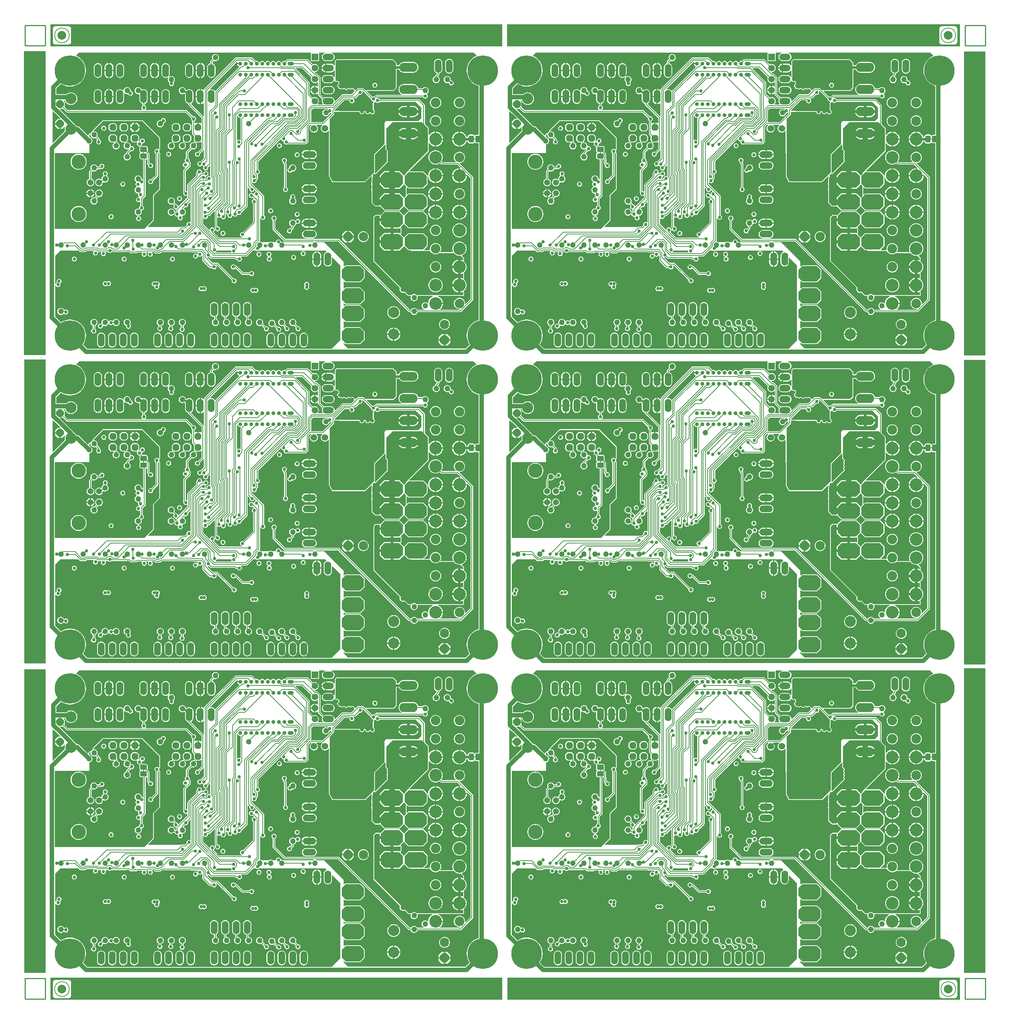
<source format=gbl>
%FSLAX24Y24*%
%MOIN*%
G70*
G01*
G75*
G04 Layer_Physical_Order=4*
G04 Layer_Color=16711680*
%ADD10C,0.0070*%
G04:AMPARAMS|DCode=11|XSize=78.7mil|YSize=78.7mil|CornerRadius=39.4mil|HoleSize=0mil|Usage=FLASHONLY|Rotation=90.000|XOffset=0mil|YOffset=0mil|HoleType=Round|Shape=RoundedRectangle|*
%AMROUNDEDRECTD11*
21,1,0.0787,0.0000,0,0,90.0*
21,1,0.0000,0.0787,0,0,90.0*
1,1,0.0787,0.0000,0.0000*
1,1,0.0787,0.0000,0.0000*
1,1,0.0787,0.0000,0.0000*
1,1,0.0787,0.0000,0.0000*
%
%ADD11ROUNDEDRECTD11*%
%ADD12C,0.0100*%
G04:AMPARAMS|DCode=13|XSize=29.1mil|YSize=39.4mil|CornerRadius=5.8mil|HoleSize=0mil|Usage=FLASHONLY|Rotation=90.000|XOffset=0mil|YOffset=0mil|HoleType=Round|Shape=RoundedRectangle|*
%AMROUNDEDRECTD13*
21,1,0.0291,0.0277,0,0,90.0*
21,1,0.0175,0.0394,0,0,90.0*
1,1,0.0117,0.0139,0.0087*
1,1,0.0117,0.0139,-0.0087*
1,1,0.0117,-0.0139,-0.0087*
1,1,0.0117,-0.0139,0.0087*
%
%ADD13ROUNDEDRECTD13*%
G04:AMPARAMS|DCode=14|XSize=22mil|YSize=24mil|CornerRadius=4.4mil|HoleSize=0mil|Usage=FLASHONLY|Rotation=180.000|XOffset=0mil|YOffset=0mil|HoleType=Round|Shape=RoundedRectangle|*
%AMROUNDEDRECTD14*
21,1,0.0220,0.0152,0,0,180.0*
21,1,0.0132,0.0240,0,0,180.0*
1,1,0.0088,-0.0066,0.0076*
1,1,0.0088,0.0066,0.0076*
1,1,0.0088,0.0066,-0.0076*
1,1,0.0088,-0.0066,-0.0076*
%
%ADD14ROUNDEDRECTD14*%
G04:AMPARAMS|DCode=15|XSize=22mil|YSize=24mil|CornerRadius=4.4mil|HoleSize=0mil|Usage=FLASHONLY|Rotation=90.000|XOffset=0mil|YOffset=0mil|HoleType=Round|Shape=RoundedRectangle|*
%AMROUNDEDRECTD15*
21,1,0.0220,0.0152,0,0,90.0*
21,1,0.0132,0.0240,0,0,90.0*
1,1,0.0088,0.0076,0.0066*
1,1,0.0088,0.0076,-0.0066*
1,1,0.0088,-0.0076,-0.0066*
1,1,0.0088,-0.0076,0.0066*
%
%ADD15ROUNDEDRECTD15*%
G04:AMPARAMS|DCode=16|XSize=29.1mil|YSize=39.4mil|CornerRadius=5.8mil|HoleSize=0mil|Usage=FLASHONLY|Rotation=0.000|XOffset=0mil|YOffset=0mil|HoleType=Round|Shape=RoundedRectangle|*
%AMROUNDEDRECTD16*
21,1,0.0291,0.0277,0,0,0.0*
21,1,0.0175,0.0394,0,0,0.0*
1,1,0.0117,0.0087,-0.0139*
1,1,0.0117,-0.0087,-0.0139*
1,1,0.0117,-0.0087,0.0139*
1,1,0.0117,0.0087,0.0139*
%
%ADD16ROUNDEDRECTD16*%
%ADD17R,0.0240X0.0240*%
%ADD18R,0.0280X0.0560*%
%ADD19R,0.1970X0.1700*%
%ADD20R,0.0420X0.0520*%
G04:AMPARAMS|DCode=21|XSize=40mil|YSize=40mil|CornerRadius=20mil|HoleSize=0mil|Usage=FLASHONLY|Rotation=0.000|XOffset=0mil|YOffset=0mil|HoleType=Round|Shape=RoundedRectangle|*
%AMROUNDEDRECTD21*
21,1,0.0400,0.0000,0,0,0.0*
21,1,0.0000,0.0400,0,0,0.0*
1,1,0.0400,0.0000,0.0000*
1,1,0.0400,0.0000,0.0000*
1,1,0.0400,0.0000,0.0000*
1,1,0.0400,0.0000,0.0000*
%
%ADD21ROUNDEDRECTD21*%
%ADD22R,0.0480X0.0480*%
%ADD23R,0.0480X0.0480*%
%ADD24R,0.0630X0.1260*%
%ADD25R,0.0320X0.0360*%
%ADD26R,0.0360X0.0320*%
%ADD27R,0.0280X0.0200*%
%ADD28R,0.0200X0.0280*%
%ADD29R,0.0790X0.0790*%
%ADD30R,0.0790X0.0790*%
%ADD31R,0.0500X0.0150*%
G04:AMPARAMS|DCode=32|XSize=63mil|YSize=71mil|CornerRadius=15.8mil|HoleSize=0mil|Usage=FLASHONLY|Rotation=270.000|XOffset=0mil|YOffset=0mil|HoleType=Round|Shape=RoundedRectangle|*
%AMROUNDEDRECTD32*
21,1,0.0630,0.0395,0,0,270.0*
21,1,0.0315,0.0710,0,0,270.0*
1,1,0.0315,-0.0198,-0.0158*
1,1,0.0315,-0.0198,0.0158*
1,1,0.0315,0.0198,0.0158*
1,1,0.0315,0.0198,-0.0158*
%
%ADD32ROUNDEDRECTD32*%
%ADD33R,0.0543X0.0709*%
%ADD34R,0.0709X0.0543*%
%ADD35R,0.0200X0.0260*%
G04:AMPARAMS|DCode=36|XSize=52mil|YSize=60mil|CornerRadius=13mil|HoleSize=0mil|Usage=FLASHONLY|Rotation=270.000|XOffset=0mil|YOffset=0mil|HoleType=Round|Shape=RoundedRectangle|*
%AMROUNDEDRECTD36*
21,1,0.0520,0.0340,0,0,270.0*
21,1,0.0260,0.0600,0,0,270.0*
1,1,0.0260,-0.0170,-0.0130*
1,1,0.0260,-0.0170,0.0130*
1,1,0.0260,0.0170,0.0130*
1,1,0.0260,0.0170,-0.0130*
%
%ADD36ROUNDEDRECTD36*%
G04:AMPARAMS|DCode=37|XSize=52mil|YSize=60mil|CornerRadius=13mil|HoleSize=0mil|Usage=FLASHONLY|Rotation=180.000|XOffset=0mil|YOffset=0mil|HoleType=Round|Shape=RoundedRectangle|*
%AMROUNDEDRECTD37*
21,1,0.0520,0.0340,0,0,180.0*
21,1,0.0260,0.0600,0,0,180.0*
1,1,0.0260,-0.0130,0.0170*
1,1,0.0260,0.0130,0.0170*
1,1,0.0260,0.0130,-0.0170*
1,1,0.0260,-0.0130,-0.0170*
%
%ADD37ROUNDEDRECTD37*%
%ADD38R,0.0236X0.1319*%
G04:AMPARAMS|DCode=39|XSize=12mil|YSize=32mil|CornerRadius=4.8mil|HoleSize=0mil|Usage=FLASHONLY|Rotation=270.000|XOffset=0mil|YOffset=0mil|HoleType=Round|Shape=RoundedRectangle|*
%AMROUNDEDRECTD39*
21,1,0.0120,0.0224,0,0,270.0*
21,1,0.0024,0.0320,0,0,270.0*
1,1,0.0096,-0.0112,-0.0012*
1,1,0.0096,-0.0112,0.0012*
1,1,0.0096,0.0112,0.0012*
1,1,0.0096,0.0112,-0.0012*
%
%ADD39ROUNDEDRECTD39*%
G04:AMPARAMS|DCode=40|XSize=12mil|YSize=32mil|CornerRadius=4.8mil|HoleSize=0mil|Usage=FLASHONLY|Rotation=0.000|XOffset=0mil|YOffset=0mil|HoleType=Round|Shape=RoundedRectangle|*
%AMROUNDEDRECTD40*
21,1,0.0120,0.0224,0,0,0.0*
21,1,0.0024,0.0320,0,0,0.0*
1,1,0.0096,0.0012,-0.0112*
1,1,0.0096,-0.0012,-0.0112*
1,1,0.0096,-0.0012,0.0112*
1,1,0.0096,0.0012,0.0112*
%
%ADD40ROUNDEDRECTD40*%
%ADD41R,0.1370X0.1370*%
%ADD42R,0.1370X0.1370*%
%ADD43R,0.0120X0.0600*%
%ADD44R,0.0600X0.0120*%
%ADD45C,0.0080*%
%ADD46C,0.1000*%
%ADD47C,0.0200*%
%ADD48C,0.0500*%
%ADD49C,0.0240*%
%ADD50C,0.0400*%
%ADD51C,0.0140*%
%ADD52C,0.0120*%
%ADD53C,0.0800*%
%ADD54C,0.0250*%
%ADD55C,0.0600*%
%ADD56C,0.0320*%
%ADD57R,0.1620X0.0803*%
%ADD58R,0.3819X0.2046*%
%ADD59R,0.2441X0.2008*%
%ADD60R,0.0551X0.0472*%
%ADD61R,0.0805X0.1685*%
%ADD62R,0.0945X0.1339*%
%ADD63R,0.1457X0.2087*%
%ADD64R,0.1063X0.1220*%
G04:AMPARAMS|DCode=65|XSize=140mil|YSize=200mil|CornerRadius=0mil|HoleSize=0mil|Usage=FLASHONLY|Rotation=90.000|XOffset=0mil|YOffset=0mil|HoleType=Round|Shape=Octagon|*
%AMOCTAGOND65*
4,1,8,-0.1000,-0.0350,-0.1000,0.0350,-0.0650,0.0700,0.0650,0.0700,0.1000,0.0350,0.1000,-0.0350,0.0650,-0.0700,-0.0650,-0.0700,-0.1000,-0.0350,0.0*
%
%ADD65OCTAGOND65*%

%ADD66C,0.0870*%
%ADD67C,0.1142*%
%ADD68P,0.0909X8X202.5*%
%ADD69C,0.0840*%
%ADD70P,0.0909X8X292.5*%
%ADD71O,0.0600X0.1200*%
%ADD72P,0.0671X8X22.5*%
%ADD73C,0.0600*%
%ADD74O,0.1200X0.0600*%
%ADD75C,0.1000*%
%ADD76O,0.1650X0.0825*%
%ADD77C,0.2756*%
%ADD78P,0.0758X8X292.5*%
%ADD79C,0.0540*%
%ADD80C,0.1305*%
%ADD81C,0.0360*%
%ADD82O,0.0540X0.0360*%
%ADD83R,0.0591X0.0591*%
%ADD84O,0.1024X0.0591*%
%ADD85C,0.0591*%
%ADD86C,0.0300*%
%ADD87C,0.0500*%
%ADD88C,0.0320*%
%ADD89C,0.1581*%
%ADD90C,0.1240*%
%ADD91C,0.0949*%
G04:AMPARAMS|DCode=92|XSize=130.866mil|YSize=130.866mil|CornerRadius=0mil|HoleSize=0mil|Usage=FLASHONLY|Rotation=0.000|XOffset=0mil|YOffset=0mil|HoleType=Round|Shape=Relief|Width=10mil|Gap=10mil|Entries=4|*
%AMTHD92*
7,0,0,0.1309,0.1109,0.0100,45*
%
%ADD92THD92*%
%ADD93C,0.1421*%
G04:AMPARAMS|DCode=94|XSize=100mil|YSize=100mil|CornerRadius=0mil|HoleSize=0mil|Usage=FLASHONLY|Rotation=0.000|XOffset=0mil|YOffset=0mil|HoleType=Round|Shape=Relief|Width=10mil|Gap=10mil|Entries=4|*
%AMTHD94*
7,0,0,0.1000,0.0800,0.0100,45*
%
%ADD94THD94*%
%ADD95C,0.0640*%
G04:AMPARAMS|DCode=96|XSize=98mil|YSize=98mil|CornerRadius=0mil|HoleSize=0mil|Usage=FLASHONLY|Rotation=0.000|XOffset=0mil|YOffset=0mil|HoleType=Round|Shape=Relief|Width=10mil|Gap=10mil|Entries=4|*
%AMTHD96*
7,0,0,0.0980,0.0780,0.0100,45*
%
%ADD96THD96*%
%ADD97C,0.0620*%
%ADD98C,0.0790*%
%ADD99C,0.0830*%
%ADD100C,0.1110*%
%ADD101C,0.0460*%
G04:AMPARAMS|DCode=102|XSize=82mil|YSize=82mil|CornerRadius=0mil|HoleSize=0mil|Usage=FLASHONLY|Rotation=0.000|XOffset=0mil|YOffset=0mil|HoleType=Round|Shape=Relief|Width=10mil|Gap=10mil|Entries=4|*
%AMTHD102*
7,0,0,0.0820,0.0620,0.0100,45*
%
%ADD102THD102*%
%ADD103C,0.0594*%
G04:AMPARAMS|DCode=104|XSize=95.433mil|YSize=95.433mil|CornerRadius=0mil|HoleSize=0mil|Usage=FLASHONLY|Rotation=0.000|XOffset=0mil|YOffset=0mil|HoleType=Round|Shape=Relief|Width=10mil|Gap=10mil|Entries=4|*
%AMTHD104*
7,0,0,0.0954,0.0754,0.0100,45*
%
%ADD104THD104*%
%ADD105C,0.0390*%
%ADD106C,0.0520*%
%ADD107C,0.1400*%
%ADD108R,0.3622X0.4331*%
%ADD109R,0.3583X0.4331*%
%ADD110R,0.3425X0.4331*%
%ADD111R,0.4094X0.4331*%
G04:AMPARAMS|DCode=112|XSize=46mil|YSize=63mil|CornerRadius=11.5mil|HoleSize=0mil|Usage=FLASHONLY|Rotation=270.000|XOffset=0mil|YOffset=0mil|HoleType=Round|Shape=RoundedRectangle|*
%AMROUNDEDRECTD112*
21,1,0.0460,0.0400,0,0,270.0*
21,1,0.0230,0.0630,0,0,270.0*
1,1,0.0230,-0.0200,-0.0115*
1,1,0.0230,-0.0200,0.0115*
1,1,0.0230,0.0200,0.0115*
1,1,0.0230,0.0200,-0.0115*
%
%ADD112ROUNDEDRECTD112*%
G04:AMPARAMS|DCode=113|XSize=50mil|YSize=50mil|CornerRadius=25mil|HoleSize=0mil|Usage=FLASHONLY|Rotation=90.000|XOffset=0mil|YOffset=0mil|HoleType=Round|Shape=RoundedRectangle|*
%AMROUNDEDRECTD113*
21,1,0.0500,0.0000,0,0,90.0*
21,1,0.0000,0.0500,0,0,90.0*
1,1,0.0500,0.0000,0.0000*
1,1,0.0500,0.0000,0.0000*
1,1,0.0500,0.0000,0.0000*
1,1,0.0500,0.0000,0.0000*
%
%ADD113ROUNDEDRECTD113*%
G04:AMPARAMS|DCode=114|XSize=50mil|YSize=50mil|CornerRadius=25mil|HoleSize=0mil|Usage=FLASHONLY|Rotation=180.000|XOffset=0mil|YOffset=0mil|HoleType=Round|Shape=RoundedRectangle|*
%AMROUNDEDRECTD114*
21,1,0.0500,0.0000,0,0,180.0*
21,1,0.0000,0.0500,0,0,180.0*
1,1,0.0500,0.0000,0.0000*
1,1,0.0500,0.0000,0.0000*
1,1,0.0500,0.0000,0.0000*
1,1,0.0500,0.0000,0.0000*
%
%ADD114ROUNDEDRECTD114*%
G04:AMPARAMS|DCode=115|XSize=46mil|YSize=63mil|CornerRadius=11.5mil|HoleSize=0mil|Usage=FLASHONLY|Rotation=180.000|XOffset=0mil|YOffset=0mil|HoleType=Round|Shape=RoundedRectangle|*
%AMROUNDEDRECTD115*
21,1,0.0460,0.0400,0,0,180.0*
21,1,0.0230,0.0630,0,0,180.0*
1,1,0.0230,-0.0115,0.0200*
1,1,0.0230,0.0115,0.0200*
1,1,0.0230,0.0115,-0.0200*
1,1,0.0230,-0.0115,-0.0200*
%
%ADD115ROUNDEDRECTD115*%
%ADD116C,0.0160*%
%ADD117C,0.0180*%
G36*
X96713Y12047D02*
X96713D01*
D01*
Y12047D01*
X96713Y12047D01*
D01*
D01*
X94774D01*
Y39616D01*
X96713D01*
Y12047D01*
D02*
G37*
G36*
Y39970D02*
X96713D01*
D01*
Y39970D01*
X96713Y39970D01*
D01*
D01*
X94774D01*
Y67569D01*
X96713D01*
Y39970D01*
D02*
G37*
G36*
X11585Y40069D02*
X11585D01*
D01*
Y40069D01*
X11585Y40069D01*
D01*
D01*
X9646D01*
Y67589D01*
X11585D01*
Y40069D01*
D02*
G37*
G36*
X52943Y9606D02*
X12008D01*
Y11604D01*
X52943D01*
Y9606D01*
D02*
G37*
G36*
X94429D02*
X53406D01*
Y11604D01*
X94429D01*
Y9606D01*
D02*
G37*
G36*
X11585Y12047D02*
X11585D01*
D01*
Y12047D01*
X11585Y12047D01*
D01*
D01*
X9646D01*
Y39518D01*
X11585D01*
Y12047D01*
D02*
G37*
G36*
X52943Y95955D02*
X12008D01*
Y97953D01*
X52943D01*
Y95955D01*
D02*
G37*
G36*
X94409D02*
X53376D01*
Y97953D01*
X94409D01*
Y95955D01*
D02*
G37*
G36*
X96713Y67972D02*
X96713D01*
D01*
Y67972D01*
X96713Y67972D01*
D01*
D01*
X94774D01*
Y95492D01*
X96713D01*
Y67972D01*
D02*
G37*
G36*
X11565Y68002D02*
X11565D01*
D01*
Y68002D01*
X11565Y68002D01*
D01*
D01*
X9626D01*
Y95522D01*
X11565D01*
Y68002D01*
D02*
G37*
%LPC*%
G36*
X13652Y97782D02*
Y97781D01*
X12470D01*
Y97782D01*
X12381Y97765D01*
X12306Y97714D01*
X12255Y97638D01*
X12237Y97549D01*
X12239D01*
Y96368D01*
X12237D01*
X12255Y96279D01*
X12306Y96203D01*
X12381Y96153D01*
X12470Y96135D01*
Y96136D01*
X13652D01*
Y96135D01*
X13741Y96153D01*
X13816Y96203D01*
X13867Y96279D01*
X13885Y96368D01*
X13883D01*
Y97549D01*
X13885D01*
X13867Y97638D01*
X13816Y97714D01*
X13741Y97765D01*
X13652Y97782D01*
D02*
G37*
G36*
X93947D02*
Y97781D01*
X92766D01*
Y97782D01*
X92676Y97765D01*
X92601Y97714D01*
X92550Y97638D01*
X92533Y97549D01*
X92534D01*
Y96368D01*
X92533D01*
X92550Y96279D01*
X92601Y96203D01*
X92676Y96153D01*
X92766Y96135D01*
Y96136D01*
X93947D01*
Y96135D01*
X94036Y96153D01*
X94112Y96203D01*
X94162Y96279D01*
X94180Y96368D01*
X94179D01*
Y97549D01*
X94180D01*
X94162Y97638D01*
X94112Y97714D01*
X94036Y97765D01*
X93947Y97782D01*
D02*
G37*
G36*
Y11385D02*
Y11383D01*
X92766D01*
Y11385D01*
X92676Y11367D01*
X92601Y11316D01*
X92550Y11241D01*
X92533Y11152D01*
X92534D01*
Y9970D01*
X92533D01*
X92550Y9881D01*
X92601Y9806D01*
X92676Y9755D01*
X92766Y9737D01*
Y9739D01*
X93947D01*
Y9737D01*
X94036Y9755D01*
X94112Y9806D01*
X94162Y9881D01*
X94180Y9970D01*
X94179D01*
Y11152D01*
X94180D01*
X94162Y11241D01*
X94112Y11316D01*
X94036Y11367D01*
X93947Y11385D01*
D02*
G37*
G36*
X13652D02*
Y11383D01*
X12470D01*
Y11385D01*
X12381Y11367D01*
X12306Y11316D01*
X12255Y11241D01*
X12237Y11152D01*
X12239D01*
Y9970D01*
X12237D01*
X12255Y9881D01*
X12306Y9806D01*
X12381Y9755D01*
X12470Y9737D01*
Y9739D01*
X13652D01*
Y9737D01*
X13741Y9755D01*
X13816Y9806D01*
X13867Y9881D01*
X13885Y9970D01*
X13883D01*
Y11152D01*
X13885D01*
X13867Y11241D01*
X13816Y11316D01*
X13741Y11367D01*
X13652Y11385D01*
D02*
G37*
%LPD*%
G36*
X37160Y34307D02*
X37137Y34273D01*
X37107Y34258D01*
X37052Y34280D01*
X36969Y34291D01*
X36885Y34280D01*
X36807Y34248D01*
X36740Y34197D01*
X36689Y34130D01*
X36657Y34052D01*
X36646Y33969D01*
X36657Y33885D01*
X36689Y33807D01*
X36740Y33740D01*
X36807Y33689D01*
X36885Y33657D01*
X36969Y33646D01*
X37052Y33657D01*
X37130Y33689D01*
X37197Y33740D01*
X37248Y33807D01*
X37280Y33885D01*
X37284Y33913D01*
X37284Y33913D01*
D01*
X37318Y33924D01*
X37319Y33924D01*
Y33924D01*
X37404Y33941D01*
X37452Y33973D01*
X37487Y33955D01*
X37494Y33905D01*
X36700Y33111D01*
X35643D01*
X35620Y33155D01*
X35632Y33173D01*
X35641Y33216D01*
X35641Y33216D01*
Y34182D01*
X35810Y34351D01*
X37136D01*
X37160Y34307D01*
D02*
G37*
G36*
X12416Y33936D02*
X12473Y33892D01*
X12508Y33878D01*
X12921Y33464D01*
X12902Y33418D01*
X12671D01*
X12446Y33193D01*
Y33018D01*
X12896D01*
Y32968D01*
X12946D01*
Y32518D01*
X13121D01*
X13294Y32692D01*
X13336Y32664D01*
X13320Y32627D01*
X13301Y32478D01*
X13320Y32329D01*
X13327Y32314D01*
X12251Y31238D01*
X12205Y31258D01*
Y34082D01*
X12251Y34101D01*
X12416Y33936D01*
D02*
G37*
G36*
X37025Y21401D02*
X37015Y21352D01*
X36967Y21332D01*
X36890Y21273D01*
X36830Y21195D01*
X36793Y21105D01*
X36780Y21009D01*
Y20409D01*
X36793Y20312D01*
X36830Y20222D01*
X36890Y20145D01*
X36967Y20085D01*
X37057Y20048D01*
X37154Y20035D01*
X37250Y20048D01*
X37340Y20085D01*
X37417Y20145D01*
X37477Y20222D01*
X37514Y20312D01*
X37527Y20409D01*
Y20833D01*
X37573Y20852D01*
X38268Y20157D01*
Y13346D01*
X37492Y12571D01*
X15373D01*
X14979Y12965D01*
X15074Y13120D01*
X15161Y13331D01*
X15214Y13552D01*
X15232Y13780D01*
X15214Y14007D01*
X15161Y14228D01*
X15074Y14439D01*
X14955Y14633D01*
X14807Y14807D01*
X14633Y14955D01*
X14439Y15074D01*
X14228Y15161D01*
X14007Y15214D01*
X13780Y15232D01*
X13552Y15214D01*
X13331Y15161D01*
X13120Y15074D01*
X12965Y14979D01*
X12441Y15503D01*
Y18311D01*
X12491Y18316D01*
X12491Y18313D01*
X12540Y18240D01*
X12613Y18191D01*
X12699Y18174D01*
X12784Y18191D01*
X12857Y18240D01*
X12906Y18313D01*
X12923Y18398D01*
X12906Y18484D01*
X12894Y18502D01*
X12954Y18542D01*
X13003Y18615D01*
X13020Y18701D01*
X13003Y18787D01*
X12954Y18859D01*
X12881Y18908D01*
X12795Y18925D01*
X12709Y18908D01*
X12637Y18859D01*
X12588Y18787D01*
X12571Y18701D01*
X12588Y18615D01*
X12600Y18597D01*
X12540Y18557D01*
X12491Y18484D01*
X12491Y18482D01*
X12441Y18486D01*
Y21024D01*
X12913Y21496D01*
X14561D01*
X14678Y21379D01*
X14678Y21379D01*
X14714Y21355D01*
X14757Y21346D01*
X15180D01*
X15180Y21346D01*
X15223Y21355D01*
X15259Y21379D01*
X15326Y21446D01*
X15909D01*
X15933Y21402D01*
X15895Y21346D01*
X15878Y21260D01*
X15895Y21174D01*
X15944Y21101D01*
X16017Y21053D01*
X16102Y21036D01*
X16188Y21053D01*
X16261Y21101D01*
X16310Y21174D01*
X16327Y21260D01*
X16317Y21308D01*
X16349Y21346D01*
X16600D01*
X16623Y21302D01*
X16611Y21284D01*
X16594Y21198D01*
X16611Y21113D01*
X16660Y21040D01*
X16733Y20991D01*
X16818Y20974D01*
X16904Y20991D01*
X16977Y21040D01*
X17026Y21113D01*
X17043Y21198D01*
X17026Y21284D01*
X17014Y21302D01*
X17037Y21346D01*
X17237D01*
X17243Y21337D01*
X17316Y21289D01*
X17402Y21272D01*
X17487Y21289D01*
X17560Y21337D01*
X17566Y21346D01*
X18886D01*
X18886Y21346D01*
X18929Y21355D01*
X18949Y21368D01*
X19110D01*
X19209Y21269D01*
X19209Y21269D01*
X19246Y21245D01*
X19289Y21236D01*
X19819D01*
X19819Y21236D01*
X19862Y21245D01*
X19899Y21269D01*
X19930Y21300D01*
X20300D01*
X20324Y21256D01*
X20305Y21228D01*
X20287Y21142D01*
X20305Y21056D01*
X20353Y20983D01*
X20426Y20935D01*
X20512Y20917D01*
X20598Y20935D01*
X20670Y20983D01*
X20719Y21056D01*
X20736Y21142D01*
X20719Y21228D01*
X20709Y21243D01*
X20709Y21277D01*
X20719Y21302D01*
X20752Y21309D01*
X20786Y21332D01*
X20872D01*
X20896Y21288D01*
X20856Y21228D01*
X20839Y21142D01*
X20856Y21056D01*
X20904Y20983D01*
X20977Y20935D01*
X21063Y20917D01*
X21149Y20935D01*
X21222Y20983D01*
X21270Y21056D01*
X21287Y21142D01*
X21270Y21228D01*
X21230Y21288D01*
X21254Y21332D01*
X21367D01*
X21469Y21229D01*
X21469Y21229D01*
X21506Y21205D01*
X21549Y21196D01*
X21888D01*
X21888Y21196D01*
X21931Y21205D01*
X21968Y21229D01*
X22070Y21332D01*
X24749D01*
X24778Y21312D01*
X24821Y21304D01*
X25342D01*
X25365Y21260D01*
X25344Y21228D01*
X25335Y21180D01*
X25288Y21161D01*
X25243Y21191D01*
X25157Y21209D01*
X25072Y21191D01*
X24999Y21143D01*
X24950Y21070D01*
X24933Y20984D01*
X24950Y20898D01*
X24999Y20826D01*
X25072Y20777D01*
X25157Y20760D01*
X25243Y20777D01*
X25316Y20826D01*
X25365Y20898D01*
X25374Y20945D01*
X25420Y20965D01*
X25465Y20935D01*
X25551Y20917D01*
X25637Y20935D01*
X25710Y20983D01*
X25743Y21032D01*
X25790Y21018D01*
Y20574D01*
X25790Y20574D01*
X25799Y20532D01*
X25823Y20495D01*
X26398Y19921D01*
X26398Y19921D01*
X26434Y19896D01*
X26477Y19888D01*
X26661D01*
X26692Y19841D01*
X26765Y19793D01*
X26850Y19776D01*
X26936Y19793D01*
X27009Y19841D01*
X27058Y19914D01*
X27075Y20000D01*
X27058Y20086D01*
X27045Y20105D01*
X27057Y20129D01*
X27107Y20136D01*
X28448Y18795D01*
X28437Y18740D01*
X28454Y18654D01*
X28503Y18582D01*
X28576Y18533D01*
X28661Y18516D01*
X28747Y18533D01*
X28820Y18582D01*
X28869Y18654D01*
X28886Y18740D01*
X28869Y18826D01*
X28820Y18899D01*
X28747Y18947D01*
X28661Y18964D01*
X28607Y18954D01*
X27219Y20341D01*
X27183Y20365D01*
X27140Y20374D01*
X27140Y20374D01*
X26702D01*
X26240Y20836D01*
X26263Y20880D01*
X26319Y20869D01*
X26373Y20880D01*
X26486Y20767D01*
X26486Y20767D01*
X26523Y20742D01*
X26566Y20734D01*
X28712D01*
X28779Y20667D01*
X28815Y20643D01*
X28858Y20635D01*
X28858Y20635D01*
X28936D01*
X28936Y20633D01*
X28985Y20560D01*
X29058Y20511D01*
X29144Y20494D01*
X29230Y20511D01*
X29302Y20560D01*
X29351Y20633D01*
X29368Y20719D01*
X29351Y20804D01*
X29302Y20877D01*
X29288Y20887D01*
X29302Y20935D01*
X29768D01*
X29768Y20935D01*
X29811Y20943D01*
X29847Y20967D01*
X30376Y21496D01*
X30631D01*
X30683Y21461D01*
X30768Y21444D01*
X30854Y21461D01*
X30906Y21496D01*
X36929D01*
X37025Y21401D01*
D02*
G37*
G36*
X28963Y33697D02*
X28971Y33654D01*
X29026Y33572D01*
X29109Y33516D01*
X29207Y33497D01*
X29235Y33503D01*
X29263Y33461D01*
X29251Y33443D01*
X29242Y33400D01*
X29242Y33400D01*
Y31518D01*
X29198Y31494D01*
X29180Y31506D01*
X29094Y31524D01*
X29009Y31506D01*
X28945Y31464D01*
X28901Y31487D01*
Y33674D01*
X28941Y33704D01*
X28963Y33697D01*
D02*
G37*
G36*
X13470Y34015D02*
X13470Y34015D01*
X13507Y33991D01*
X13550Y33982D01*
X13550Y33982D01*
X24276D01*
X24775Y33483D01*
X24764Y33428D01*
X24781Y33343D01*
X24830Y33270D01*
X24858Y33251D01*
Y32064D01*
X24858Y32064D01*
X24866Y32021D01*
X24890Y31985D01*
X25010Y31865D01*
Y31834D01*
X25010Y31834D01*
X25010Y31834D01*
Y31454D01*
X25089Y31374D01*
X25032Y31283D01*
X24969Y31291D01*
X24885Y31280D01*
X24807Y31248D01*
X24740Y31197D01*
X24689Y31130D01*
X24657Y31052D01*
X24646Y30968D01*
X24657Y30885D01*
X24677Y30836D01*
X24330Y30489D01*
X24306Y30452D01*
X24297Y30409D01*
X24297Y30409D01*
Y29835D01*
X24251Y29804D01*
X24202Y29732D01*
X24185Y29646D01*
X24202Y29560D01*
X24236Y29510D01*
X24217Y29463D01*
X24146Y29449D01*
X24074Y29401D01*
X24025Y29328D01*
X24008Y29242D01*
X24025Y29156D01*
X24074Y29084D01*
X24146Y29035D01*
X24232Y29018D01*
X24246Y28970D01*
X24076Y28800D01*
X24051Y28763D01*
X24043Y28720D01*
X24043Y28720D01*
Y26790D01*
X24043Y26790D01*
X24051Y26747D01*
X24071Y26718D01*
X24058Y26655D01*
X24075Y26569D01*
X24124Y26496D01*
X24197Y26448D01*
X24283Y26430D01*
X24368Y26448D01*
X24386Y26459D01*
X24430Y26436D01*
Y26305D01*
X23634Y25509D01*
X23586Y25523D01*
X23586Y25524D01*
X23537Y25597D01*
X23464Y25646D01*
X23437Y25651D01*
X23258Y25831D01*
X23280Y25885D01*
X23291Y25968D01*
X23280Y26052D01*
X23248Y26130D01*
X23197Y26197D01*
X23130Y26248D01*
X23052Y26280D01*
X22968Y26291D01*
X22885Y26280D01*
X22807Y26248D01*
X22740Y26197D01*
X22689Y26130D01*
X22657Y26052D01*
X22646Y25968D01*
X22657Y25885D01*
X22689Y25807D01*
X22740Y25740D01*
X22807Y25689D01*
X22885Y25657D01*
X22968Y25646D01*
X23052Y25657D01*
X23106Y25679D01*
X23207Y25578D01*
X23171Y25524D01*
X23154Y25438D01*
X23171Y25353D01*
X23220Y25280D01*
X23293Y25231D01*
X23379Y25214D01*
X23379Y25214D01*
X23376Y25181D01*
Y25181D01*
X23376Y25181D01*
X23376Y25181D01*
X23376D01*
Y24977D01*
X23337Y24949D01*
X23291Y24970D01*
X23280Y25052D01*
X23248Y25130D01*
X23197Y25197D01*
X23130Y25248D01*
X23052Y25280D01*
X22968Y25291D01*
X22885Y25280D01*
X22807Y25248D01*
X22740Y25197D01*
X22689Y25130D01*
X22657Y25052D01*
X22646Y24969D01*
X22657Y24885D01*
X22689Y24807D01*
X22740Y24740D01*
X22807Y24689D01*
X22885Y24657D01*
X22968Y24646D01*
X23052Y24657D01*
X23130Y24689D01*
X23197Y24740D01*
X23215Y24764D01*
X23271Y24744D01*
X23281Y24693D01*
X23330Y24620D01*
X23403Y24571D01*
X23489Y24554D01*
X23531Y24563D01*
X23549Y24550D01*
X23571Y24528D01*
X23555Y24449D01*
X23572Y24363D01*
X23621Y24290D01*
X23694Y24242D01*
X23780Y24225D01*
X23865Y24242D01*
X23938Y24290D01*
X23987Y24363D01*
X24004Y24449D01*
X23987Y24535D01*
X23941Y24603D01*
X23967Y24646D01*
X23969Y24646D01*
X24052Y24657D01*
X24130Y24689D01*
X24197Y24740D01*
X24248Y24807D01*
X24280Y24885D01*
X24291Y24969D01*
X24280Y25052D01*
X24248Y25130D01*
X24197Y25197D01*
X24130Y25248D01*
X24116Y25254D01*
X24106Y25303D01*
X24222Y25419D01*
X24283Y25407D01*
X24368Y25424D01*
X24441Y25472D01*
X24490Y25545D01*
X24507Y25631D01*
X24496Y25686D01*
X24684Y25874D01*
X24730Y25855D01*
Y24058D01*
X24686Y24034D01*
X24654Y24056D01*
X24569Y24073D01*
X24483Y24056D01*
X24410Y24007D01*
X24361Y23934D01*
X24344Y23849D01*
X24355Y23794D01*
X24212Y23651D01*
X23909D01*
X23909Y23651D01*
X23866Y23642D01*
X23836Y23622D01*
X20865D01*
X20846Y23668D01*
X21350Y24172D01*
X21365Y24195D01*
X21371Y24222D01*
Y26476D01*
X21921Y27026D01*
X21936Y27049D01*
X21941Y27077D01*
Y30300D01*
X21941Y30303D01*
X21941Y30307D01*
X21938Y30317D01*
X21936Y30327D01*
X21934Y30330D01*
X21933Y30333D01*
X21926Y30341D01*
X21921Y30350D01*
X21918Y30352D01*
X21915Y30355D01*
X21906Y30360D01*
X21897Y30366D01*
X21894Y30366D01*
X21891Y30368D01*
X21876Y30373D01*
X21871Y30387D01*
X21888Y30472D01*
X21871Y30558D01*
X21876Y30572D01*
X21891Y30577D01*
X21894Y30579D01*
X21897Y30579D01*
X21906Y30585D01*
X21915Y30590D01*
X21918Y30593D01*
X21921Y30595D01*
X21926Y30603D01*
X21933Y30612D01*
X21934Y30615D01*
X21936Y30618D01*
X21938Y30628D01*
X21941Y30638D01*
X21941Y30642D01*
X21941Y30645D01*
Y31673D01*
X21936Y31701D01*
X21921Y31724D01*
X20375Y33269D01*
X20352Y33284D01*
X20325Y33290D01*
X16791D01*
X16764Y33284D01*
X16741Y33269D01*
X15853Y32381D01*
X15851Y32379D01*
X15850Y32377D01*
X15844Y32367D01*
X15837Y32358D01*
X15837Y32355D01*
X15836Y32353D01*
X15834Y32342D01*
X15832Y32330D01*
X15832Y32328D01*
X15832Y32326D01*
X15835Y32315D01*
X15837Y32303D01*
X15838Y32303D01*
X15826Y32263D01*
X15823Y32254D01*
X15807Y32248D01*
X15740Y32197D01*
X15689Y32130D01*
X15683Y32114D01*
X15674Y32111D01*
X15634Y32099D01*
X15634Y32100D01*
X15622Y32102D01*
X15611Y32105D01*
X15609Y32105D01*
X15607Y32105D01*
X15595Y32103D01*
X15584Y32101D01*
X15582Y32100D01*
X15579Y32100D01*
X15570Y32093D01*
X15560Y32087D01*
X15558Y32086D01*
X15556Y32084D01*
X15471Y31999D01*
X15456Y31976D01*
X15450Y31949D01*
X15455Y31924D01*
X15411Y31901D01*
X14641Y32671D01*
X14584Y32714D01*
X14519Y32741D01*
X14448Y32751D01*
X14380D01*
X14374Y32766D01*
X14282Y32885D01*
X14163Y32976D01*
X14129Y32991D01*
X14112Y33031D01*
X14068Y33088D01*
X12874Y34282D01*
X12893Y34328D01*
X13106D01*
X13132Y34354D01*
X13470Y34015D01*
D02*
G37*
G36*
X46220Y32557D02*
Y30512D01*
X44213Y28504D01*
Y28428D01*
X44060Y28276D01*
X44053Y28279D01*
Y28279D01*
X44053Y28279D01*
X43653Y28679D01*
X43203D01*
Y27879D01*
Y27079D01*
X43653D01*
X44033Y27459D01*
X44083D01*
X44213Y27329D01*
Y26428D01*
X44060Y26276D01*
X44053Y26279D01*
Y26279D01*
X44053Y26279D01*
X43653Y26679D01*
X43203D01*
Y25879D01*
X42953D01*
Y25629D01*
X41853D01*
Y25551D01*
X41457D01*
X41181Y25827D01*
Y28129D01*
X42441Y29389D01*
Y29398D01*
X42448Y29399D01*
X42521Y29448D01*
X42569Y29520D01*
X42587Y29606D01*
X42569Y29692D01*
X42535Y29744D01*
X42569Y29796D01*
X42587Y29882D01*
X42569Y29968D01*
X42535Y30020D01*
X42569Y30072D01*
X42587Y30157D01*
X42569Y30243D01*
X42535Y30295D01*
X42569Y30347D01*
X42587Y30433D01*
X42569Y30519D01*
X42521Y30592D01*
X42448Y30640D01*
X42441Y30642D01*
Y32541D01*
X42998Y33098D01*
X45679D01*
X46220Y32557D01*
D02*
G37*
G36*
X42370Y31062D02*
Y30642D01*
X42371Y30635D01*
Y30628D01*
X42374Y30621D01*
X42375Y30614D01*
X42379Y30609D01*
X42382Y30602D01*
X42387Y30597D01*
X42390Y30591D01*
X42396Y30587D01*
X42401Y30582D01*
X42408Y30580D01*
X42414Y30576D01*
X42417Y30575D01*
X42469Y30540D01*
X42502Y30491D01*
X42514Y30433D01*
X42502Y30375D01*
X42475Y30335D01*
X42465Y30309D01*
Y30295D01*
Y30281D01*
X42471Y30266D01*
X42475Y30256D01*
X42502Y30215D01*
X42514Y30157D01*
X42502Y30099D01*
X42475Y30059D01*
X42471Y30050D01*
X42465Y30034D01*
X42465Y30020D01*
X42465Y30006D01*
X42471Y29990D01*
X42475Y29980D01*
X42502Y29940D01*
X42514Y29882D01*
X42502Y29824D01*
X42475Y29784D01*
X42471Y29773D01*
X42465Y29758D01*
Y29744D01*
Y29730D01*
X42475Y29704D01*
X42502Y29664D01*
X42514Y29606D01*
X42502Y29548D01*
X42469Y29499D01*
X42417Y29464D01*
X42414Y29464D01*
X42408Y29460D01*
X42401Y29457D01*
X42396Y29452D01*
X42390Y29448D01*
X42387Y29442D01*
X42382Y29437D01*
X42379Y29431D01*
X42375Y29425D01*
X42375Y29423D01*
X41445Y28494D01*
X41397Y28506D01*
X41389Y28532D01*
X41389Y28532D01*
X41405Y28555D01*
X41410Y28583D01*
Y30167D01*
X42323Y31081D01*
X42370Y31062D01*
D02*
G37*
G36*
X35645Y37191D02*
X35613Y37114D01*
X35600Y37018D01*
X35613Y36923D01*
X35649Y36834D01*
X35708Y36758D01*
X35784Y36699D01*
X35873Y36663D01*
X35968Y36650D01*
X36064Y36663D01*
X36153Y36699D01*
X36217Y36749D01*
X36262Y36727D01*
Y36348D01*
X36217Y36326D01*
X36168Y36364D01*
X36072Y36404D01*
X36019Y36411D01*
Y36019D01*
Y35626D01*
X36072Y35633D01*
X36168Y35673D01*
X36217Y35711D01*
X36262Y35689D01*
Y35618D01*
X36270Y35577D01*
X36293Y35543D01*
X36645Y35191D01*
X36613Y35114D01*
X36600Y35018D01*
X36613Y34923D01*
X36649Y34834D01*
X36699Y34770D01*
X36676Y34725D01*
X36261D01*
X36238Y34770D01*
X36288Y34834D01*
X36324Y34923D01*
X36337Y35018D01*
X36324Y35114D01*
X36288Y35203D01*
X36229Y35279D01*
X36153Y35338D01*
X36064Y35374D01*
X35968Y35387D01*
X35873Y35374D01*
X35796Y35342D01*
X35481Y35658D01*
Y36699D01*
X35481Y36699D01*
X35472Y36740D01*
X35449Y36774D01*
X34248Y37975D01*
X34267Y38021D01*
X34814D01*
X35645Y37191D01*
D02*
G37*
G36*
X25698Y31317D02*
Y30728D01*
X25389Y30420D01*
X25335Y30431D01*
X25249Y30414D01*
X25176Y30365D01*
X25127Y30293D01*
X25110Y30207D01*
X25127Y30121D01*
X25176Y30048D01*
X25249Y29999D01*
X25335Y29982D01*
X25420Y29999D01*
X25493Y30048D01*
X25542Y30121D01*
X25559Y30207D01*
X25548Y30261D01*
X25872Y30586D01*
X25911Y30570D01*
X25918Y30559D01*
Y29857D01*
X25606Y29544D01*
X25551Y29555D01*
X25465Y29538D01*
X25393Y29489D01*
X25344Y29416D01*
X25327Y29331D01*
X25344Y29245D01*
X25393Y29172D01*
X25465Y29123D01*
X25551Y29106D01*
X25637Y29123D01*
X25710Y29172D01*
X25710Y29173D01*
X25760D01*
X25763Y29170D01*
X25835Y29121D01*
X25867Y29115D01*
X25887Y29069D01*
X25877Y29054D01*
X25860Y28968D01*
X25877Y28882D01*
X25925Y28809D01*
X25998Y28761D01*
X26084Y28744D01*
X26170Y28761D01*
X26242Y28809D01*
X26291Y28882D01*
X26308Y28968D01*
X26297Y29023D01*
X26444Y29169D01*
X26490Y29150D01*
Y28257D01*
X26451Y28225D01*
X26389Y28237D01*
X26303Y28220D01*
X26230Y28172D01*
X26182Y28099D01*
X26165Y28013D01*
X26167Y28001D01*
X26135Y27962D01*
X26085D01*
X26061Y28006D01*
X26073Y28024D01*
X26090Y28110D01*
X26086Y28133D01*
X26104Y28222D01*
X26189Y28239D01*
X26262Y28288D01*
X26311Y28360D01*
X26328Y28446D01*
X26311Y28532D01*
X26262Y28605D01*
X26189Y28653D01*
X26104Y28670D01*
X26018Y28653D01*
X25945Y28605D01*
X25896Y28532D01*
X25895Y28523D01*
X25756D01*
X25724Y28562D01*
X25736Y28622D01*
X25719Y28708D01*
X25670Y28781D01*
X25598Y28829D01*
X25512Y28846D01*
X25426Y28829D01*
X25353Y28781D01*
X25305Y28708D01*
X25287Y28622D01*
X25292Y28600D01*
X25230Y28539D01*
X25206Y28502D01*
X25198Y28459D01*
X25198Y28459D01*
Y28251D01*
X24463Y27516D01*
X24439Y27480D01*
X24430Y27437D01*
X24430Y27437D01*
Y26874D01*
X24386Y26850D01*
X24368Y26862D01*
X24283Y26879D01*
X24267Y26892D01*
Y28674D01*
X24686Y29092D01*
X24686Y29092D01*
X24710Y29129D01*
X24718Y29172D01*
Y29449D01*
X24718Y29449D01*
X24710Y29492D01*
X24686Y29528D01*
X24623Y29591D01*
X24634Y29646D01*
X24617Y29732D01*
X24568Y29804D01*
X24522Y29835D01*
Y30363D01*
X24836Y30677D01*
X24885Y30657D01*
X24969Y30646D01*
X25052Y30657D01*
X25130Y30689D01*
X25197Y30740D01*
X25248Y30807D01*
X25280Y30885D01*
X25291Y30968D01*
X25280Y31052D01*
X25248Y31130D01*
X25222Y31163D01*
X25285Y31264D01*
X25580D01*
X25651Y31336D01*
X25698Y31317D01*
D02*
G37*
G36*
X21870Y31673D02*
Y30645D01*
X21822Y30631D01*
X21822Y30631D01*
X21749Y30680D01*
X21663Y30697D01*
X21578Y30680D01*
X21505Y30631D01*
X21456Y30558D01*
X21439Y30472D01*
X21456Y30387D01*
X21505Y30314D01*
X21551Y30283D01*
Y28344D01*
X21148Y27941D01*
X21093Y27952D01*
X21008Y27935D01*
X20935Y27886D01*
X20886Y27813D01*
X20869Y27728D01*
X20886Y27642D01*
X20935Y27569D01*
X21008Y27520D01*
X21093Y27503D01*
X21179Y27520D01*
X21252Y27569D01*
X21301Y27642D01*
X21318Y27728D01*
X21307Y27782D01*
X21743Y28218D01*
X21743Y28218D01*
X21767Y28255D01*
X21776Y28298D01*
X21776Y28298D01*
Y30283D01*
X21822Y30314D01*
X21822Y30314D01*
X21870Y30300D01*
Y27077D01*
X21299Y26506D01*
Y24222D01*
X20512Y23435D01*
X12421D01*
Y30315D01*
X15532D01*
Y31106D01*
X15586Y31113D01*
X15663Y31145D01*
X15730Y31196D01*
X15781Y31263D01*
X15814Y31341D01*
X15825Y31425D01*
X15814Y31508D01*
X15781Y31586D01*
X15730Y31653D01*
X15663Y31704D01*
X15586Y31736D01*
X15574Y31738D01*
X15532Y31780D01*
Y31939D01*
X15522Y31949D01*
X15607Y32034D01*
X15651Y32012D01*
X15646Y31969D01*
X15657Y31885D01*
X15689Y31807D01*
X15740Y31740D01*
X15807Y31689D01*
X15885Y31657D01*
X15969Y31646D01*
X16052Y31657D01*
X16101Y31677D01*
X16239Y31540D01*
X16234Y31490D01*
X16230Y31487D01*
X16181Y31414D01*
X16164Y31328D01*
X16181Y31243D01*
X16230Y31170D01*
X16303Y31121D01*
X16388Y31104D01*
X16474Y31121D01*
X16547Y31170D01*
X16596Y31243D01*
X16613Y31328D01*
X16596Y31414D01*
X16547Y31487D01*
X16501Y31518D01*
Y31549D01*
X16501Y31549D01*
X16492Y31591D01*
X16468Y31628D01*
X16468Y31628D01*
X16260Y31836D01*
X16280Y31885D01*
X16291Y31969D01*
X16280Y32052D01*
X16248Y32130D01*
X16197Y32197D01*
X16130Y32248D01*
X16052Y32280D01*
X15969Y32291D01*
X15925Y32286D01*
X15903Y32330D01*
X16791Y33219D01*
X20325D01*
X21870Y31673D01*
D02*
G37*
G36*
X28398Y21457D02*
X28398Y21457D01*
X28415Y21371D01*
X28427Y21353D01*
X28403Y21309D01*
X26983D01*
X26969Y21357D01*
X27030Y21397D01*
X27079Y21470D01*
X27084Y21496D01*
X28366D01*
X28398Y21457D01*
D02*
G37*
G36*
X45619Y34458D02*
Y33489D01*
X45339Y33208D01*
X42428D01*
X42283Y33063D01*
Y31142D01*
X41339Y30197D01*
Y28583D01*
X40512Y27756D01*
X37571D01*
X37329Y28221D01*
X37320Y33413D01*
X37688Y33781D01*
X37688Y33781D01*
X37712Y33818D01*
X37721Y33861D01*
Y34058D01*
X38071Y34060D01*
X38149Y34058D01*
X38228Y34055D01*
X40012D01*
X40029Y33969D01*
X40078Y33897D01*
X40150Y33848D01*
X40236Y33831D01*
X40322Y33848D01*
X40395Y33897D01*
X40443Y33969D01*
X40461Y34055D01*
X40524D01*
X40541Y33969D01*
X40589Y33897D01*
X40662Y33848D01*
X40748Y33831D01*
X40834Y33848D01*
X40907Y33897D01*
X40941Y33948D01*
X40991D01*
X41030Y33890D01*
X41103Y33841D01*
X41189Y33824D01*
X41274Y33841D01*
X41347Y33890D01*
X41396Y33963D01*
X41413Y34049D01*
X41396Y34134D01*
X41347Y34207D01*
X41299Y34239D01*
Y34843D01*
X41417Y34961D01*
X41468D01*
X41495Y34920D01*
X41568Y34872D01*
X41654Y34854D01*
X41739Y34872D01*
X41812Y34920D01*
X41839Y34961D01*
X45116D01*
X45619Y34458D01*
D02*
G37*
G36*
X41853Y24399D02*
X42953D01*
Y24279D01*
X43073D01*
Y23479D01*
X43653D01*
X43692Y23518D01*
X43738Y23499D01*
Y23058D01*
X43692Y23039D01*
X43653Y23079D01*
X43073D01*
Y22279D01*
Y21479D01*
X43653D01*
X44033Y21859D01*
X44083D01*
X44433Y21509D01*
X44633D01*
X44685Y21457D01*
X46378D01*
X46575Y21260D01*
X46589D01*
X46651Y21212D01*
X46774Y21161D01*
X46906Y21144D01*
X47037Y21161D01*
X47160Y21212D01*
X47222Y21260D01*
X48565D01*
X48616Y21198D01*
X48713Y21118D01*
X48824Y21059D01*
X48945Y21022D01*
X49071Y21010D01*
X49177Y21020D01*
X49409Y20787D01*
Y20628D01*
X49367Y20603D01*
X49329Y20623D01*
X49202Y20661D01*
X49191Y20662D01*
Y20000D01*
Y19338D01*
X49202Y19339D01*
X49329Y19377D01*
X49367Y19397D01*
X49409Y19372D01*
Y18975D01*
X49367Y18949D01*
X49329Y18969D01*
X49202Y19008D01*
X49191Y19009D01*
Y18346D01*
Y17684D01*
X49202Y17685D01*
X49329Y17724D01*
X49367Y17744D01*
X49409Y17718D01*
Y17441D01*
X45201D01*
X45197Y17447D01*
X45130Y17498D01*
X45052Y17530D01*
X44969Y17541D01*
X44885Y17530D01*
X44807Y17498D01*
X44740Y17447D01*
X44736Y17441D01*
X44449D01*
X41339Y20551D01*
Y24488D01*
X41496Y24646D01*
X41853D01*
Y24399D01*
D02*
G37*
G36*
X41055Y35203D02*
X41071Y35123D01*
X41120Y35050D01*
X41193Y35001D01*
X41278Y34984D01*
X41292Y34936D01*
X41249Y34893D01*
X41233Y34870D01*
X41228Y34843D01*
Y34239D01*
X41229Y34232D01*
Y34225D01*
X41232Y34219D01*
X41233Y34212D01*
X41237Y34206D01*
X41240Y34199D01*
X41245Y34195D01*
X41249Y34189D01*
X41255Y34185D01*
X41260Y34180D01*
X41296Y34156D01*
X41329Y34107D01*
X41340Y34049D01*
X41329Y33991D01*
X41296Y33941D01*
X41247Y33909D01*
X41189Y33897D01*
X41131Y33909D01*
X41081Y33941D01*
X41050Y33988D01*
X41045Y33993D01*
X41042Y33998D01*
X41036Y34002D01*
X41031Y34007D01*
X41024Y34010D01*
X41018Y34014D01*
X41011Y34015D01*
X41005Y34018D01*
X40998D01*
X40991Y34019D01*
X40941D01*
X40934Y34018D01*
X40927D01*
X40921Y34015D01*
X40914Y34014D01*
X40908Y34010D01*
X40901Y34007D01*
X40896Y34002D01*
X40891Y33998D01*
X40887Y33993D01*
X40882Y33988D01*
X40855Y33948D01*
X40806Y33915D01*
X40748Y33904D01*
X40690Y33915D01*
X40641Y33948D01*
X40608Y33997D01*
X40594Y34069D01*
X40591Y34076D01*
X40590Y34082D01*
X40586Y34088D01*
X40583Y34095D01*
X40578Y34100D01*
X40574Y34106D01*
X40568Y34109D01*
X40563Y34114D01*
X40557Y34117D01*
X40551Y34121D01*
X40544Y34122D01*
X40538Y34125D01*
X40531D01*
X40524Y34126D01*
X40461D01*
X40454Y34125D01*
X40447D01*
X40440Y34122D01*
X40433Y34121D01*
X40427Y34117D01*
X40421Y34114D01*
X40416Y34109D01*
X40410Y34106D01*
X40406Y34100D01*
X40401Y34095D01*
X40399Y34088D01*
X40395Y34082D01*
X40393Y34076D01*
X40391Y34069D01*
X40376Y33997D01*
X40343Y33948D01*
X40294Y33915D01*
X40236Y33904D01*
X40178Y33915D01*
X40129Y33948D01*
X40096Y33997D01*
X40082Y34069D01*
X40079Y34076D01*
X40078Y34082D01*
X40074Y34088D01*
X40071Y34095D01*
X40066Y34100D01*
X40062Y34106D01*
X40057Y34109D01*
X40052Y34114D01*
X40045Y34117D01*
X40039Y34121D01*
X40032Y34122D01*
X40026Y34125D01*
X40019D01*
X40012Y34126D01*
X38230D01*
X38152Y34130D01*
X38151Y34130D01*
X38150Y34130D01*
X38072Y34131D01*
X38071Y34131D01*
X38071Y34131D01*
X37756Y34130D01*
X37737Y34148D01*
X37737Y34198D01*
X38655Y35116D01*
X39078D01*
X39110Y35078D01*
X39104Y35048D01*
X39121Y34963D01*
X39170Y34890D01*
X39243Y34841D01*
X39328Y34824D01*
X39414Y34841D01*
X39487Y34890D01*
X39536Y34963D01*
X39553Y35048D01*
X39536Y35134D01*
X39487Y35207D01*
X39470Y35219D01*
X39485Y35266D01*
X39629D01*
X39629Y35266D01*
X39671Y35275D01*
X39708Y35299D01*
X40014Y35605D01*
X40068Y35594D01*
X40154Y35611D01*
X40227Y35660D01*
X40276Y35733D01*
X40293Y35819D01*
X40276Y35904D01*
X40264Y35922D01*
X40269Y35932D01*
X40319Y35940D01*
X41055Y35203D01*
D02*
G37*
G36*
X30062Y27063D02*
X30051Y27008D01*
X30068Y26922D01*
X30117Y26849D01*
X30190Y26801D01*
X30276Y26784D01*
X30361Y26801D01*
X30434Y26849D01*
X30483Y26922D01*
X30485Y26935D01*
X30533Y26949D01*
X30619Y26864D01*
X30605Y26816D01*
X30583Y26812D01*
X30511Y26763D01*
X30462Y26690D01*
X30446Y26611D01*
X30397Y26602D01*
X30375Y26635D01*
X30302Y26684D01*
X30217Y26701D01*
X30131Y26684D01*
X30058Y26635D01*
X30009Y26562D01*
X29992Y26476D01*
X30009Y26391D01*
X30058Y26318D01*
X30131Y26269D01*
X30217Y26252D01*
X30302Y26269D01*
X30329Y26287D01*
X30432Y26184D01*
X30418Y26137D01*
X30396Y26132D01*
X30324Y26084D01*
X30275Y26011D01*
X30258Y25925D01*
X30275Y25839D01*
X30324Y25767D01*
X30370Y25736D01*
Y24052D01*
X29464Y23146D01*
X29409Y23157D01*
X29324Y23140D01*
X29251Y23092D01*
X29202Y23019D01*
X29185Y22933D01*
X29202Y22847D01*
X29251Y22774D01*
X29324Y22726D01*
X29398Y22711D01*
X29393Y22661D01*
X27317D01*
X26827Y23151D01*
X26832Y23198D01*
X26880Y23270D01*
X26898Y23356D01*
X26880Y23442D01*
X26832Y23515D01*
X26759Y23564D01*
X26673Y23581D01*
X26587Y23564D01*
X26515Y23515D01*
X26466Y23442D01*
X26453Y23376D01*
X26405Y23361D01*
X25857Y23909D01*
Y24394D01*
X25904Y24408D01*
X25977Y24360D01*
X26063Y24343D01*
X26149Y24360D01*
X26222Y24408D01*
X26270Y24481D01*
X26287Y24567D01*
X26286Y24574D01*
X26318Y24612D01*
X26388D01*
X26388Y24612D01*
X26431Y24621D01*
X26467Y24645D01*
X26859Y25037D01*
X26906Y25018D01*
Y23583D01*
X26906Y23583D01*
X26914Y23540D01*
X26938Y23503D01*
X26942Y23500D01*
X26931Y23445D01*
X26948Y23359D01*
X26997Y23286D01*
X27070Y23238D01*
X27156Y23221D01*
X27241Y23238D01*
X27314Y23286D01*
X27363Y23359D01*
X27380Y23445D01*
X27363Y23531D01*
X27314Y23603D01*
X27241Y23652D01*
X27156Y23669D01*
X27130Y23690D01*
Y24470D01*
X27174Y24494D01*
X27198Y24478D01*
X27237Y24470D01*
X27247Y24463D01*
X27290Y24455D01*
X27333Y24463D01*
X27349Y24474D01*
X27369Y24478D01*
X27417Y24510D01*
X27464Y24491D01*
X27471Y24453D01*
X27520Y24380D01*
X27593Y24331D01*
X27678Y24314D01*
X27764Y24331D01*
X27837Y24380D01*
X27886Y24453D01*
X27903Y24539D01*
X27892Y24593D01*
X27893Y24595D01*
X27917Y24631D01*
X27926Y24674D01*
X27926Y24674D01*
Y24764D01*
X27970Y24787D01*
X27989Y24774D01*
X28075Y24757D01*
X28076Y24757D01*
X28080Y24751D01*
X28063Y24665D01*
X28080Y24580D01*
X28129Y24507D01*
X28202Y24458D01*
X28287Y24441D01*
X28373Y24458D01*
X28446Y24507D01*
X28495Y24580D01*
X28511Y24662D01*
X28560Y24672D01*
X28591Y24625D01*
X28664Y24576D01*
X28750Y24559D01*
X28836Y24576D01*
X28909Y24625D01*
X28957Y24698D01*
X28962Y24721D01*
X29008Y24740D01*
X29034Y24722D01*
X29120Y24705D01*
X29206Y24722D01*
X29279Y24771D01*
X29327Y24844D01*
X29344Y24930D01*
X29343Y24936D01*
X29853Y25446D01*
X29853Y25446D01*
X29877Y25482D01*
X29886Y25525D01*
Y27174D01*
X29932Y27193D01*
X30062Y27063D01*
D02*
G37*
G36*
X43307Y38465D02*
Y36260D01*
X43071Y36024D01*
X40552D01*
X40418Y36158D01*
X40381Y36182D01*
X40339Y36191D01*
X40339Y36191D01*
X39889D01*
X39846Y36182D01*
X39809Y36158D01*
X39809Y36158D01*
X39675Y36024D01*
X39576D01*
X39566Y36074D01*
X39517Y36147D01*
X39444Y36196D01*
X39358Y36213D01*
X39273Y36196D01*
X39204Y36150D01*
X39141Y36191D01*
X39055Y36209D01*
X38969Y36191D01*
X38897Y36143D01*
X38864Y36094D01*
X38814D01*
X38781Y36143D01*
X38708Y36191D01*
X38622Y36209D01*
X38536Y36191D01*
X38465Y36144D01*
X38393Y36191D01*
X38307Y36209D01*
X38221Y36191D01*
X38177Y36258D01*
X38176Y36264D01*
X38127Y36337D01*
X38058Y36384D01*
Y36433D01*
X38127Y36480D01*
X38176Y36553D01*
X38193Y36639D01*
X38176Y36724D01*
X38127Y36797D01*
X38054Y36846D01*
X37968Y36863D01*
X37887Y36847D01*
X37848Y36878D01*
Y38639D01*
X37950Y38740D01*
X43032D01*
X43307Y38465D01*
D02*
G37*
G36*
X50598Y39166D02*
X50588Y39117D01*
X50522Y39089D01*
X50327Y38970D01*
X50154Y38822D01*
X50006Y38649D01*
X49887Y38455D01*
X49800Y38244D01*
X49747Y38022D01*
X49729Y37795D01*
X49747Y37568D01*
X49800Y37346D01*
X49887Y37136D01*
X50006Y36942D01*
X50154Y36768D01*
X50327Y36620D01*
X50522Y36501D01*
X50732Y36414D01*
X50812Y36395D01*
Y31977D01*
X50623D01*
X50551Y31963D01*
X50490Y31922D01*
X50482Y31909D01*
X50432D01*
X50409Y31944D01*
X50337Y31991D01*
X50254Y32008D01*
X50023D01*
X49940Y31991D01*
X49868Y31944D01*
X49821Y31872D01*
X49804Y31788D01*
Y31782D01*
X49709D01*
X49694Y31833D01*
X49631Y31949D01*
X49548Y32051D01*
X49445Y32135D01*
X49329Y32198D01*
X49202Y32236D01*
X49121Y32244D01*
Y31575D01*
Y30906D01*
X49202Y30914D01*
X49329Y30952D01*
X49445Y31014D01*
X49548Y31098D01*
X49631Y31200D01*
X49694Y31317D01*
X49717Y31395D01*
X49804D01*
Y31388D01*
X49821Y31305D01*
X49868Y31233D01*
X49940Y31186D01*
X50023Y31169D01*
X50254D01*
X50337Y31186D01*
X50409Y31233D01*
X50432Y31268D01*
X50482D01*
X50490Y31255D01*
X50551Y31214D01*
X50623Y31200D01*
X50812D01*
Y15180D01*
X50732Y15161D01*
X50522Y15074D01*
X50327Y14955D01*
X50154Y14807D01*
X50006Y14633D01*
X49887Y14439D01*
X49800Y14228D01*
X49747Y14007D01*
X49729Y13780D01*
X49747Y13552D01*
X49800Y13331D01*
X49887Y13120D01*
X49982Y12965D01*
X49615Y12598D01*
X38976D01*
X38583Y12992D01*
Y13081D01*
X38629Y13100D01*
X38724Y13005D01*
X40094D01*
X40479Y13390D01*
Y14160D01*
X40094Y14545D01*
X38724D01*
X38629Y14449D01*
X38583Y14468D01*
Y15081D01*
X38629Y15100D01*
X38724Y15005D01*
X40094D01*
X40479Y15390D01*
Y16160D01*
X40094Y16545D01*
X38724D01*
X38629Y16449D01*
X38583Y16468D01*
Y16681D01*
X38629Y16700D01*
X38724Y16605D01*
X40094D01*
X40479Y16990D01*
Y17760D01*
X40094Y18145D01*
X38724D01*
X38629Y18049D01*
X38583Y18068D01*
Y18681D01*
X38629Y18700D01*
X38724Y18605D01*
X40094D01*
X40479Y18990D01*
Y19760D01*
X40094Y20145D01*
X38724D01*
X38629Y20049D01*
X38583Y20068D01*
Y20472D01*
X36825Y22230D01*
X36154D01*
X36130Y22248D01*
X36083Y22267D01*
X36093Y22316D01*
X38076D01*
X44460Y15933D01*
X44460Y15933D01*
X44496Y15908D01*
X44539Y15900D01*
X44539Y15900D01*
X44655D01*
X44657Y15885D01*
X44689Y15807D01*
X44740Y15740D01*
X44807Y15689D01*
X44885Y15657D01*
X44969Y15646D01*
X45052Y15657D01*
X45130Y15689D01*
X45197Y15740D01*
X45248Y15807D01*
X45280Y15885D01*
X45282Y15900D01*
X49161D01*
X49161Y15900D01*
X49204Y15908D01*
X49240Y15933D01*
X50276Y16969D01*
X50276Y16969D01*
X50300Y17005D01*
X50309Y17048D01*
X50309Y17048D01*
Y28105D01*
X50309Y28105D01*
X50300Y28148D01*
X50276Y28184D01*
X50276Y28184D01*
X49091Y29369D01*
X49107Y29417D01*
X49203Y29429D01*
X49326Y29480D01*
X49431Y29561D01*
X49512Y29667D01*
X49563Y29789D01*
X49580Y29921D01*
X49563Y30053D01*
X49512Y30176D01*
X49431Y30281D01*
X49326Y30362D01*
X49203Y30413D01*
X49071Y30431D01*
X48939Y30413D01*
X48816Y30362D01*
X48711Y30281D01*
X48630Y30176D01*
X48579Y30053D01*
X48561Y29921D01*
X48579Y29789D01*
X48630Y29667D01*
X48711Y29561D01*
X48744Y29536D01*
X48728Y29488D01*
X47497D01*
X47432Y29553D01*
X47441Y29563D01*
X47500Y29675D01*
X47537Y29796D01*
X47549Y29921D01*
X47537Y30047D01*
X47500Y30168D01*
X47441Y30279D01*
X47361Y30377D01*
X47263Y30457D01*
X47152Y30516D01*
X47031Y30553D01*
X46906Y30565D01*
X46780Y30553D01*
X46659Y30516D01*
X46548Y30457D01*
X46450Y30377D01*
X46370Y30279D01*
X46311Y30168D01*
X46274Y30047D01*
X46262Y29921D01*
X46274Y29796D01*
X46311Y29675D01*
X46370Y29563D01*
X46450Y29466D01*
X46548Y29386D01*
X46659Y29326D01*
X46780Y29290D01*
X46906Y29277D01*
X47031Y29290D01*
X47152Y29326D01*
X47263Y29386D01*
X47274Y29394D01*
X47371Y29297D01*
X47408Y29273D01*
X47451Y29264D01*
X47451Y29264D01*
X48879D01*
X49163Y28980D01*
X49141Y28935D01*
X49121Y28937D01*
Y28318D01*
X49740D01*
X49738Y28338D01*
X49783Y28360D01*
X50085Y28058D01*
Y17095D01*
X49620Y16630D01*
X49575Y16652D01*
X49580Y16693D01*
X49563Y16825D01*
X49512Y16948D01*
X49431Y17053D01*
X49326Y17134D01*
X49203Y17185D01*
X49071Y17202D01*
X48939Y17185D01*
X48816Y17134D01*
X48711Y17053D01*
X48630Y16948D01*
X48579Y16825D01*
X48561Y16693D01*
X48579Y16561D01*
X48630Y16438D01*
X48711Y16333D01*
X48816Y16252D01*
X48939Y16201D01*
X49071Y16184D01*
X49112Y16189D01*
X49123Y16167D01*
X49097Y16124D01*
X47344D01*
X47327Y16171D01*
X47382Y16216D01*
X47466Y16318D01*
X47528Y16435D01*
X47567Y16561D01*
X47575Y16643D01*
X46906D01*
Y16743D01*
X47575D01*
X47567Y16824D01*
X47528Y16951D01*
X47466Y17067D01*
X47382Y17170D01*
X47280Y17253D01*
X47163Y17316D01*
X47149Y17320D01*
X47156Y17370D01*
X49409D01*
X49437Y17375D01*
X49460Y17390D01*
X49475Y17414D01*
X49481Y17441D01*
Y17718D01*
X49479Y17727D01*
X49479Y17735D01*
X49476Y17740D01*
X49475Y17745D01*
X49471Y17753D01*
X49467Y17761D01*
X49463Y17764D01*
X49460Y17769D01*
X49453Y17773D01*
X49448Y17778D01*
X49448Y17782D01*
X49500Y17870D01*
X49526Y17891D01*
X49606Y17989D01*
X49666Y18100D01*
X49702Y18221D01*
X49715Y18346D01*
X49702Y18472D01*
X49666Y18593D01*
X49606Y18704D01*
X49526Y18802D01*
X49500Y18823D01*
X49448Y18911D01*
X49448Y18915D01*
X49453Y18919D01*
X49460Y18924D01*
X49463Y18929D01*
X49467Y18932D01*
X49471Y18940D01*
X49475Y18947D01*
X49476Y18953D01*
X49479Y18957D01*
X49479Y18966D01*
X49481Y18975D01*
Y19372D01*
X49479Y19380D01*
X49479Y19389D01*
X49476Y19394D01*
X49475Y19399D01*
X49471Y19406D01*
X49467Y19414D01*
X49463Y19418D01*
X49460Y19422D01*
X49453Y19427D01*
X49448Y19431D01*
X49448Y19436D01*
X49500Y19524D01*
X49526Y19545D01*
X49606Y19642D01*
X49666Y19754D01*
X49702Y19874D01*
X49715Y20000D01*
X49702Y20126D01*
X49666Y20246D01*
X49606Y20358D01*
X49526Y20455D01*
X49500Y20476D01*
X49448Y20564D01*
X49448Y20569D01*
X49453Y20573D01*
X49460Y20578D01*
X49463Y20582D01*
X49467Y20586D01*
X49471Y20594D01*
X49475Y20601D01*
X49476Y20606D01*
X49479Y20611D01*
X49479Y20620D01*
X49481Y20628D01*
Y20787D01*
X49475Y20815D01*
X49460Y20838D01*
X49292Y21006D01*
X49304Y21055D01*
X49317Y21059D01*
X49429Y21118D01*
X49526Y21198D01*
X49606Y21296D01*
X49666Y21407D01*
X49702Y21528D01*
X49715Y21654D01*
X49702Y21779D01*
X49666Y21900D01*
X49606Y22011D01*
X49526Y22109D01*
X49429Y22189D01*
X49317Y22248D01*
X49197Y22285D01*
X49071Y22298D01*
X48945Y22285D01*
X48824Y22248D01*
X48713Y22189D01*
X48616Y22109D01*
X48535Y22011D01*
X48476Y21900D01*
X48439Y21779D01*
X48427Y21654D01*
X48439Y21528D01*
X48476Y21407D01*
X48494Y21374D01*
X48468Y21331D01*
X47351D01*
X47329Y21376D01*
X47347Y21399D01*
X47398Y21522D01*
X47415Y21654D01*
X47398Y21785D01*
X47347Y21908D01*
X47266Y22014D01*
X47160Y22095D01*
X47037Y22146D01*
X46906Y22163D01*
X46774Y22146D01*
X46651Y22095D01*
X46545Y22014D01*
X46464Y21908D01*
X46413Y21785D01*
X46396Y21654D01*
X46399Y21633D01*
X46379Y21533D01*
X46375Y21528D01*
X45888D01*
X45869Y21574D01*
X46188Y21894D01*
Y22664D01*
X45803Y23049D01*
X44433D01*
X44048Y22664D01*
X44023D01*
X43747Y22940D01*
X43757Y22989D01*
X43766Y22992D01*
X43775Y22999D01*
X43789Y23008D01*
X43795Y23017D01*
X43804Y23031D01*
X43809Y23054D01*
X43810Y23058D01*
Y23204D01*
X43813Y23219D01*
X43810Y23233D01*
Y23499D01*
X43804Y23526D01*
X43789Y23550D01*
X43775Y23559D01*
X43766Y23565D01*
X43757Y23569D01*
X43747Y23618D01*
X44010Y23881D01*
X44060D01*
X44433Y23509D01*
X45803D01*
X46188Y23894D01*
Y24664D01*
X45803Y25049D01*
X44433D01*
X44048Y24664D01*
X44048D01*
D01*
X44023D01*
X43638Y25049D01*
X42268D01*
X41914Y24695D01*
X41903Y24696D01*
X41880Y24712D01*
X41853Y24717D01*
X41496D01*
X41469Y24712D01*
X41446Y24696D01*
X41288Y24539D01*
X41273Y24516D01*
X41267Y24488D01*
Y20551D01*
X41273Y20524D01*
X41288Y20501D01*
X43680Y18109D01*
X43657Y18052D01*
X43646Y17968D01*
X43657Y17885D01*
X43689Y17807D01*
X43740Y17740D01*
X43807Y17689D01*
X43885Y17657D01*
X43969Y17646D01*
X44052Y17657D01*
X44109Y17680D01*
X44398Y17390D01*
X44422Y17375D01*
X44449Y17370D01*
X44640D01*
X44667Y17328D01*
X44657Y17302D01*
X44646Y17219D01*
X44657Y17135D01*
X44689Y17057D01*
X44740Y16990D01*
X44807Y16939D01*
X44885Y16907D01*
X44969Y16896D01*
X45052Y16907D01*
X45130Y16939D01*
X45197Y16990D01*
X45248Y17057D01*
X45280Y17135D01*
X45291Y17219D01*
X45280Y17302D01*
X45270Y17328D01*
X45297Y17370D01*
X46655D01*
X46662Y17320D01*
X46648Y17316D01*
X46531Y17253D01*
X46429Y17170D01*
X46345Y17067D01*
X46283Y16951D01*
X46244Y16824D01*
X46235Y16726D01*
X46226Y16719D01*
X46188Y16703D01*
X46130Y16748D01*
X46052Y16780D01*
X45968Y16791D01*
X45885Y16780D01*
X45807Y16748D01*
X45740Y16697D01*
X45689Y16630D01*
X45657Y16552D01*
X45646Y16468D01*
X45657Y16385D01*
X45689Y16307D01*
X45740Y16240D01*
X45807Y16189D01*
X45845Y16173D01*
X45835Y16124D01*
X45250D01*
X45248Y16130D01*
X45197Y16197D01*
X45130Y16248D01*
X45052Y16280D01*
X44969Y16291D01*
X44885Y16280D01*
X44807Y16248D01*
X44740Y16197D01*
X44689Y16130D01*
X44687Y16124D01*
X44586D01*
X38202Y22508D01*
X38166Y22532D01*
X38123Y22541D01*
X38123Y22541D01*
X33299D01*
X32385Y23455D01*
Y24208D01*
X32439Y24244D01*
X32489Y24320D01*
X32507Y24409D01*
X32489Y24499D01*
X32439Y24575D01*
X32362Y24626D01*
X32273Y24644D01*
X32183Y24626D01*
X32107Y24575D01*
X32056Y24499D01*
X32038Y24409D01*
X32056Y24320D01*
X32107Y24244D01*
X32161Y24208D01*
Y23409D01*
X32161Y23409D01*
X32169Y23366D01*
X32193Y23330D01*
X33174Y22349D01*
X33174Y22349D01*
X33210Y22325D01*
X33253Y22316D01*
X33253Y22316D01*
X35844D01*
X35854Y22267D01*
X35807Y22248D01*
X35783Y22230D01*
X33154D01*
X33130Y22248D01*
X33052Y22280D01*
X32968Y22291D01*
X32890Y22281D01*
X32876Y22354D01*
X32827Y22427D01*
X32754Y22476D01*
X32668Y22493D01*
X32583Y22476D01*
X32510Y22427D01*
X32461Y22354D01*
X32444Y22269D01*
X32444Y22269D01*
X32412Y22230D01*
X32154D01*
X32130Y22248D01*
X32052Y22280D01*
X31969Y22291D01*
X31885Y22280D01*
X31807Y22248D01*
X31783Y22230D01*
X31154D01*
X31130Y22248D01*
X31052Y22280D01*
X31008Y22286D01*
X30993Y22300D01*
X30979Y22333D01*
X30996Y22358D01*
X31004Y22401D01*
X31004Y22401D01*
Y24393D01*
X31053Y24402D01*
X31101Y24330D01*
X31174Y24281D01*
X31260Y24264D01*
X31346Y24281D01*
X31418Y24330D01*
X31467Y24402D01*
X31484Y24488D01*
X31467Y24574D01*
X31418Y24647D01*
X31372Y24678D01*
Y26381D01*
X31372Y26381D01*
X31363Y26424D01*
X31339Y26461D01*
X30635Y27165D01*
X30615Y27195D01*
X30615Y27195D01*
X30463Y27347D01*
X30433Y27367D01*
X30285Y27515D01*
Y27621D01*
X30329Y27645D01*
X30398Y27599D01*
X30484Y27582D01*
X30570Y27599D01*
X30642Y27648D01*
X30691Y27721D01*
X30708Y27806D01*
X30697Y27861D01*
X30772Y27936D01*
X30797Y27973D01*
X30805Y28016D01*
X30805Y28016D01*
Y28331D01*
X30805Y28331D01*
X30797Y28371D01*
X30825Y28412D01*
X30852Y28418D01*
X30925Y28467D01*
X30974Y28539D01*
X30991Y28625D01*
X30974Y28711D01*
X30925Y28784D01*
X30860Y28827D01*
Y29555D01*
X32875Y31570D01*
X32923Y31555D01*
X32931Y31513D01*
X32980Y31440D01*
X33053Y31391D01*
X33138Y31374D01*
X33154Y31359D01*
X33144Y31309D01*
X33161Y31223D01*
X33210Y31150D01*
X33283Y31101D01*
X33368Y31084D01*
X33449Y31100D01*
X33468Y31096D01*
X35116D01*
X35116Y31096D01*
X35159Y31105D01*
X35196Y31129D01*
X35348Y31281D01*
X35348Y31281D01*
X35372Y31318D01*
X35381Y31361D01*
X35381Y31361D01*
Y32698D01*
X35569Y32886D01*
X35643D01*
X35659Y32839D01*
X35625Y32812D01*
X35565Y32735D01*
X35528Y32645D01*
X35515Y32548D01*
X35528Y32452D01*
X35565Y32362D01*
X35625Y32285D01*
X35702Y32225D01*
X35792Y32188D01*
X35889Y32175D01*
X35985Y32188D01*
X36075Y32225D01*
X36152Y32285D01*
X36212Y32362D01*
X36249Y32452D01*
X36262Y32548D01*
X36249Y32645D01*
X36212Y32735D01*
X36152Y32812D01*
X36118Y32839D01*
X36134Y32886D01*
X36643D01*
X36659Y32839D01*
X36625Y32812D01*
X36565Y32735D01*
X36528Y32645D01*
X36515Y32548D01*
X36528Y32452D01*
X36565Y32362D01*
X36625Y32285D01*
X36702Y32225D01*
X36792Y32188D01*
X36888Y32175D01*
X36985Y32188D01*
X37075Y32225D01*
X37152Y32285D01*
X37203Y32350D01*
X37250Y32334D01*
X37257Y28221D01*
X37258Y28218D01*
X37257Y28215D01*
X37260Y28204D01*
X37263Y28194D01*
X37264Y28191D01*
X37265Y28188D01*
X37508Y27723D01*
X37515Y27714D01*
X37521Y27705D01*
X37523Y27704D01*
X37525Y27701D01*
X37535Y27696D01*
X37544Y27690D01*
X37547Y27689D01*
X37550Y27688D01*
X37560Y27687D01*
X37571Y27685D01*
X40512D01*
X40539Y27690D01*
X40562Y27705D01*
X41095Y28238D01*
X41121Y28230D01*
X41133Y28182D01*
X41131Y28179D01*
X41115Y28156D01*
X41110Y28129D01*
Y27642D01*
X41091Y27614D01*
X41074Y27529D01*
X41091Y27443D01*
X41110Y27415D01*
Y27120D01*
X41092Y27094D01*
X41075Y27008D01*
X41092Y26922D01*
X41110Y26895D01*
Y25827D01*
X41115Y25799D01*
X41131Y25776D01*
X41406Y25501D01*
X41429Y25485D01*
X41457Y25480D01*
X41600D01*
X41628Y25474D01*
X41657Y25480D01*
X41853D01*
X41880Y25485D01*
X41887Y25490D01*
X42268Y25109D01*
X43638D01*
X44010Y25481D01*
X44060D01*
X44433Y25109D01*
X45803D01*
X46188Y25494D01*
Y26264D01*
X45803Y26649D01*
X44433D01*
X44330Y26546D01*
X44284Y26565D01*
Y27193D01*
X44330Y27212D01*
X44433Y27109D01*
X45803D01*
X46188Y27494D01*
Y28198D01*
X46238Y28200D01*
X46244Y28136D01*
X46283Y28010D01*
X46345Y27893D01*
X46429Y27791D01*
X46531Y27707D01*
X46648Y27645D01*
X46774Y27607D01*
X46856Y27599D01*
Y28268D01*
Y28937D01*
X46774Y28929D01*
X46648Y28891D01*
X46531Y28828D01*
X46429Y28744D01*
X46345Y28642D01*
X46283Y28526D01*
X46244Y28399D01*
X46233Y28283D01*
X46186Y28266D01*
X45803Y28649D01*
X44524D01*
X44505Y28695D01*
X46271Y30461D01*
X46286Y30484D01*
X46292Y30512D01*
Y31197D01*
X46340Y31209D01*
X46345Y31200D01*
X46429Y31098D01*
X46531Y31014D01*
X46648Y30952D01*
X46774Y30914D01*
X46856Y30906D01*
Y31575D01*
Y32244D01*
X46774Y32236D01*
X46648Y32198D01*
X46531Y32135D01*
X46429Y32051D01*
X46345Y31949D01*
X46340Y31941D01*
X46292Y31953D01*
Y32557D01*
X46286Y32584D01*
X46271Y32607D01*
X45939Y32939D01*
Y34646D01*
X45939Y34646D01*
X45930Y34689D01*
X45906Y34725D01*
X45906Y34725D01*
X45473Y35158D01*
X45437Y35182D01*
X45394Y35191D01*
X45394Y35191D01*
X41843D01*
X41812Y35237D01*
X41739Y35286D01*
X41654Y35303D01*
X41586Y35290D01*
X41562Y35334D01*
X41595Y35366D01*
X45789D01*
X45820Y35320D01*
X45893Y35271D01*
X45978Y35254D01*
X46064Y35271D01*
X46137Y35320D01*
X46186Y35393D01*
X46203Y35478D01*
X46186Y35564D01*
X46137Y35637D01*
X46133Y35640D01*
X46131Y35690D01*
X46197Y35740D01*
X46248Y35807D01*
X46280Y35885D01*
X46291Y35968D01*
X46280Y36052D01*
X46248Y36130D01*
X46197Y36197D01*
X46130Y36248D01*
X46052Y36280D01*
X45968Y36291D01*
X45885Y36280D01*
X45807Y36248D01*
X45740Y36197D01*
X45736Y36191D01*
X45333D01*
X45331Y36205D01*
X45283Y36322D01*
X45205Y36423D01*
X45105Y36500D01*
X44987Y36549D01*
X44861Y36565D01*
X44036D01*
X43910Y36549D01*
X43793Y36500D01*
X43692Y36423D01*
X43615Y36322D01*
X43566Y36205D01*
X43550Y36079D01*
X43566Y35953D01*
X43615Y35835D01*
X43692Y35735D01*
X43793Y35657D01*
X43835Y35640D01*
X43826Y35591D01*
X41549D01*
X41549Y35591D01*
X41506Y35582D01*
X41469Y35558D01*
X41469Y35558D01*
X41333Y35422D01*
X41279Y35433D01*
X41193Y35416D01*
X41173Y35403D01*
X40670Y35906D01*
X40689Y35952D01*
X43071D01*
X43098Y35958D01*
X43121Y35973D01*
X43358Y36209D01*
X43373Y36233D01*
X43378Y36260D01*
Y37885D01*
X43594D01*
X43615Y37835D01*
X43692Y37735D01*
X43793Y37657D01*
X43910Y37609D01*
X44036Y37592D01*
X44861D01*
X44987Y37609D01*
X45105Y37657D01*
X45205Y37735D01*
X45283Y37835D01*
X45331Y37953D01*
X45348Y38079D01*
X45331Y38205D01*
X45283Y38322D01*
X45205Y38423D01*
X45105Y38500D01*
X44987Y38549D01*
X44861Y38565D01*
X44036D01*
X43910Y38549D01*
X43793Y38500D01*
X43692Y38423D01*
X43615Y38322D01*
X43594Y38272D01*
X43378D01*
Y38465D01*
X43373Y38492D01*
X43358Y38515D01*
X43082Y38791D01*
X43059Y38806D01*
X43032Y38812D01*
X37950D01*
X37923Y38806D01*
X37900Y38791D01*
X37798Y38689D01*
X37783Y38666D01*
X37777Y38639D01*
Y38256D01*
X37730Y38240D01*
X37683Y38300D01*
X37601Y38364D01*
X37505Y38404D01*
X37402Y38417D01*
X37018D01*
Y38019D01*
Y37620D01*
X37402D01*
X37505Y37633D01*
X37601Y37673D01*
X37683Y37737D01*
X37730Y37797D01*
X37777Y37781D01*
Y37194D01*
X37728Y37185D01*
X37721Y37203D01*
X37662Y37279D01*
X37586Y37338D01*
X37497Y37374D01*
X37402Y37387D01*
X36969D01*
X36873Y37374D01*
X36784Y37338D01*
X36708Y37279D01*
X36649Y37203D01*
X36613Y37114D01*
X36600Y37018D01*
X36613Y36923D01*
X36649Y36834D01*
X36708Y36758D01*
X36784Y36699D01*
X36873Y36663D01*
X36969Y36650D01*
X37402D01*
X37497Y36663D01*
X37586Y36699D01*
X37662Y36758D01*
X37721Y36834D01*
X37725Y36844D01*
X37768Y36858D01*
X37782Y36856D01*
X37783Y36851D01*
X37785Y36848D01*
X37786Y36845D01*
X37792Y36837D01*
X37798Y36828D01*
X37801Y36826D01*
X37803Y36823D01*
X37842Y36791D01*
X37845Y36790D01*
X37847Y36787D01*
X37857Y36783D01*
X37866Y36778D01*
X37870Y36778D01*
X37873Y36777D01*
X37884D01*
X37894Y36776D01*
X37898Y36777D01*
X37901D01*
X37968Y36790D01*
X38026Y36779D01*
X38076Y36746D01*
X38109Y36697D01*
X38120Y36639D01*
X38109Y36581D01*
X38076Y36531D01*
X38018Y36493D01*
X38013Y36488D01*
X38007Y36484D01*
X38003Y36478D01*
X37998Y36473D01*
X37996Y36467D01*
X37992Y36461D01*
X37990Y36454D01*
X37988Y36447D01*
Y36440D01*
X37986Y36433D01*
Y36384D01*
X37988Y36377D01*
Y36370D01*
X37990Y36363D01*
X37992Y36356D01*
X37996Y36350D01*
X37998Y36344D01*
X38003Y36339D01*
X38007Y36333D01*
X38013Y36329D01*
X38018Y36324D01*
X38076Y36286D01*
X38113Y36230D01*
X38118Y36218D01*
X38118Y36218D01*
X38162Y36152D01*
X38182Y36132D01*
X38207Y36121D01*
X38221D01*
X38235D01*
X38307Y36136D01*
X38365Y36124D01*
X38425Y36084D01*
X38434Y36080D01*
X38451Y36074D01*
X38465Y36074D01*
X38478Y36074D01*
X38497Y36081D01*
X38504Y36084D01*
X38564Y36124D01*
X38622Y36136D01*
X38680Y36124D01*
X38729Y36091D01*
X38754Y36054D01*
X38759Y36049D01*
X38763Y36043D01*
X38769Y36039D01*
X38774Y36034D01*
X38780Y36032D01*
X38786Y36028D01*
X38793Y36026D01*
X38800Y36024D01*
X38807D01*
X38814Y36022D01*
X38864D01*
X38870Y36024D01*
X38878D01*
X38884Y36026D01*
X38891Y36028D01*
X38897Y36032D01*
X38903Y36034D01*
X38908Y36039D01*
X38914Y36043D01*
X38918Y36049D01*
X38923Y36054D01*
X38948Y36091D01*
X38997Y36124D01*
X39055Y36136D01*
X39113Y36124D01*
X39164Y36090D01*
X39180Y36084D01*
X39190Y36080D01*
X39204D01*
X39218D01*
X39233Y36086D01*
X39243Y36090D01*
X39301Y36129D01*
X39358Y36140D01*
X39416Y36129D01*
X39466Y36096D01*
X39499Y36047D01*
X39506Y36010D01*
X39509Y36003D01*
X39510Y35996D01*
X39514Y35990D01*
X39516Y35984D01*
X39521Y35979D01*
X39525Y35973D01*
X39531Y35969D01*
X39536Y35964D01*
X39543Y35962D01*
X39549Y35958D01*
X39542Y35923D01*
X39518Y35867D01*
X39292Y35641D01*
X38485D01*
X38485Y35641D01*
X38442Y35632D01*
X38405Y35608D01*
X38405Y35608D01*
X37815Y35018D01*
X37768Y35034D01*
X37757Y35114D01*
X37721Y35203D01*
X37662Y35279D01*
X37586Y35338D01*
X37497Y35374D01*
X37402Y35387D01*
X36969D01*
X36873Y35374D01*
X36796Y35342D01*
X36476Y35663D01*
Y37184D01*
X36476Y37184D01*
X36468Y37225D01*
X36444Y37260D01*
X36444Y37260D01*
X36210Y37494D01*
X36175Y37518D01*
X36134Y37526D01*
X36033D01*
X35955Y37603D01*
X35971Y37650D01*
X36064Y37663D01*
X36153Y37699D01*
X36229Y37758D01*
X36288Y37834D01*
X36324Y37923D01*
X36337Y38019D01*
X36324Y38114D01*
X36288Y38203D01*
X36229Y38279D01*
X36153Y38338D01*
X36064Y38374D01*
X35968Y38387D01*
X35873Y38374D01*
X35796Y38342D01*
X35364Y38774D01*
X35330Y38797D01*
X35289Y38805D01*
X33492D01*
X33451Y38797D01*
X33416Y38774D01*
X33293Y38651D01*
X33207Y38668D01*
X33109Y38649D01*
X33026Y38594D01*
X32982Y38527D01*
X32932D01*
X32887Y38594D01*
X32804Y38649D01*
X32707Y38668D01*
X32609Y38649D01*
X32526Y38594D01*
X32482Y38527D01*
X32432D01*
X32387Y38594D01*
X32304Y38649D01*
X32207Y38668D01*
X32109Y38649D01*
X32026Y38594D01*
X31982Y38527D01*
X31932D01*
X31887Y38594D01*
X31804Y38649D01*
X31707Y38668D01*
X31609Y38649D01*
X31526Y38594D01*
X31482Y38527D01*
X31432D01*
X31387Y38594D01*
X31304Y38649D01*
X31207Y38668D01*
X31109Y38649D01*
X31026Y38594D01*
X30982Y38527D01*
X30932D01*
X30887Y38594D01*
X30804Y38649D01*
X30707Y38668D01*
X30626Y38652D01*
X30346Y38933D01*
X30310Y38957D01*
X30267Y38966D01*
X30267Y38966D01*
X28819D01*
X28776Y38957D01*
X28740Y38933D01*
X28740Y38933D01*
X25951Y36144D01*
X25927Y36107D01*
X25918Y36065D01*
X25918Y36065D01*
Y36042D01*
X25874Y36020D01*
X25792Y36082D01*
X25695Y36123D01*
X25641Y36130D01*
Y35433D01*
Y34736D01*
X25695Y34743D01*
X25792Y34784D01*
X25874Y34846D01*
X25918Y34824D01*
Y33664D01*
X25911Y33653D01*
X25872Y33637D01*
X24754Y34755D01*
X24764Y34804D01*
X24777Y34810D01*
X24854Y34869D01*
X24914Y34946D01*
X24951Y35036D01*
X24964Y35133D01*
Y35733D01*
X24951Y35830D01*
X24914Y35920D01*
X24854Y35997D01*
X24777Y36056D01*
X24687Y36094D01*
X24591Y36106D01*
X24494Y36094D01*
X24404Y36056D01*
X24331Y36000D01*
X24313Y36008D01*
X24283Y36030D01*
X24280Y36052D01*
X24248Y36130D01*
X24197Y36197D01*
X24130Y36248D01*
X24052Y36280D01*
X23969Y36291D01*
X23885Y36280D01*
X23807Y36248D01*
X23740Y36197D01*
X23689Y36130D01*
X23657Y36052D01*
X23646Y35968D01*
X23657Y35885D01*
X23689Y35807D01*
X23740Y35740D01*
X23807Y35689D01*
X23885Y35657D01*
X23969Y35646D01*
X24052Y35657D01*
X24130Y35689D01*
X24148Y35703D01*
X24217Y35633D01*
Y35133D01*
X24230Y35036D01*
X24267Y34946D01*
X24327Y34869D01*
X24404Y34810D01*
X24478Y34779D01*
Y34760D01*
X24478Y34760D01*
X24487Y34717D01*
X24511Y34681D01*
X25698Y33494D01*
Y33017D01*
X25651Y32997D01*
X25595Y33054D01*
X25440D01*
Y32644D01*
X25340D01*
Y33054D01*
X25185D01*
X25128Y32997D01*
X25082Y33017D01*
Y33226D01*
X25147Y33270D01*
X25196Y33343D01*
X25213Y33428D01*
X25196Y33514D01*
X25147Y33587D01*
X25074Y33636D01*
X24989Y33653D01*
X24934Y33642D01*
X24402Y34174D01*
X24365Y34198D01*
X24323Y34207D01*
X24323Y34207D01*
X20644D01*
X20631Y34251D01*
X20680Y34324D01*
X20697Y34409D01*
X20680Y34495D01*
X20631Y34568D01*
X20585Y34599D01*
Y34786D01*
X20643Y34810D01*
X20721Y34869D01*
X20780Y34946D01*
X20817Y35036D01*
X20830Y35133D01*
Y35733D01*
X20817Y35830D01*
X20780Y35920D01*
X20721Y35997D01*
X20643Y36056D01*
X20553Y36094D01*
X20457Y36106D01*
X20360Y36094D01*
X20277Y36059D01*
X20248Y36130D01*
X20197Y36197D01*
X20130Y36248D01*
X20052Y36280D01*
X19969Y36291D01*
X19885Y36280D01*
X19807Y36248D01*
X19740Y36197D01*
X19689Y36130D01*
X19657Y36052D01*
X19646Y35968D01*
X19657Y35885D01*
X19689Y35807D01*
X19740Y35740D01*
X19807Y35689D01*
X19885Y35657D01*
X19969Y35646D01*
X20046Y35656D01*
X20083Y35623D01*
Y35133D01*
X20096Y35036D01*
X20134Y34946D01*
X20193Y34869D01*
X20270Y34810D01*
X20360Y34773D01*
X20360Y34773D01*
Y34599D01*
X20314Y34568D01*
X20265Y34495D01*
X20248Y34409D01*
X20265Y34324D01*
X20314Y34251D01*
X20300Y34207D01*
X13596D01*
X13290Y34513D01*
X13316Y34538D01*
Y34958D01*
X13224Y35050D01*
X13243Y35096D01*
X13320D01*
X13320Y35089D01*
X13378Y34951D01*
X13469Y34832D01*
X13588Y34740D01*
X13727Y34683D01*
X13876Y34663D01*
X14025Y34683D01*
X14163Y34740D01*
X14282Y34832D01*
X14374Y34951D01*
X14431Y35089D01*
X14451Y35238D01*
X14431Y35387D01*
X14374Y35526D01*
X14282Y35645D01*
X14163Y35736D01*
X14025Y35794D01*
X13876Y35813D01*
X13727Y35794D01*
X13588Y35736D01*
X13469Y35645D01*
X13466Y35641D01*
X12548D01*
Y36179D01*
X12965Y36596D01*
X13120Y36501D01*
X13331Y36414D01*
X13552Y36361D01*
X13780Y36343D01*
X14007Y36361D01*
X14228Y36414D01*
X14439Y36501D01*
X14633Y36620D01*
X14807Y36768D01*
X14955Y36942D01*
X15074Y37136D01*
X15161Y37346D01*
X15214Y37568D01*
X15232Y37795D01*
X15214Y38022D01*
X15161Y38244D01*
X15074Y38455D01*
X14955Y38649D01*
X14807Y38822D01*
X14633Y38970D01*
X14439Y39089D01*
X14373Y39117D01*
X14363Y39166D01*
X14625Y39429D01*
X35603D01*
Y39384D01*
X35603D01*
Y38653D01*
X36334D01*
Y39384D01*
X36334D01*
Y39393D01*
X36369Y39429D01*
X36902D01*
X36905Y39379D01*
X36873Y39374D01*
X36784Y39338D01*
X36708Y39279D01*
X36649Y39203D01*
X36613Y39114D01*
X36600Y39018D01*
X36613Y38923D01*
X36649Y38834D01*
X36708Y38758D01*
X36784Y38699D01*
X36873Y38663D01*
X36969Y38650D01*
X37402D01*
X37497Y38663D01*
X37586Y38699D01*
X37662Y38758D01*
X37721Y38834D01*
X37757Y38923D01*
X37770Y39018D01*
X37757Y39114D01*
X37721Y39203D01*
X37662Y39279D01*
X37586Y39338D01*
X37497Y39374D01*
X37465Y39379D01*
X37468Y39429D01*
X50335D01*
X50598Y39166D01*
D02*
G37*
G36*
X28952Y38561D02*
X28960Y38550D01*
X28934Y38486D01*
X28931Y38463D01*
X29207D01*
Y38363D01*
X28931D01*
X28934Y38340D01*
X28962Y38272D01*
X29007Y38214D01*
X29065Y38169D01*
X29106Y38152D01*
X29116Y38103D01*
X26949Y35936D01*
X26899Y35939D01*
X26854Y35997D01*
X26777Y36056D01*
X26687Y36094D01*
X26591Y36106D01*
X26498Y36094D01*
X26476Y36139D01*
X28903Y38566D01*
X28952Y38561D01*
D02*
G37*
%LPC*%
G36*
X39225Y23256D02*
X39015D01*
Y22786D01*
X39485D01*
Y22996D01*
X39225Y23256D01*
D02*
G37*
G36*
X49071Y23951D02*
X48945Y23939D01*
X48824Y23902D01*
X48713Y23843D01*
X48616Y23762D01*
X48535Y23665D01*
X48476Y23554D01*
X48439Y23433D01*
X48427Y23307D01*
X48439Y23181D01*
X48476Y23061D01*
X48535Y22949D01*
X48616Y22852D01*
X48713Y22772D01*
X48824Y22712D01*
X48945Y22675D01*
X49071Y22663D01*
X49197Y22675D01*
X49317Y22712D01*
X49429Y22772D01*
X49526Y22852D01*
X49606Y22949D01*
X49666Y23061D01*
X49702Y23181D01*
X49715Y23307D01*
X49702Y23433D01*
X49666Y23554D01*
X49606Y23665D01*
X49526Y23762D01*
X49429Y23843D01*
X49317Y23902D01*
X49197Y23939D01*
X49071Y23951D01*
D02*
G37*
G36*
X35772Y23338D02*
X35172D01*
X35076Y23325D01*
X34986Y23288D01*
X34909Y23228D01*
X34849Y23151D01*
X34812Y23061D01*
X34799Y22965D01*
X34812Y22868D01*
X34849Y22778D01*
X34909Y22701D01*
X34986Y22641D01*
X35076Y22604D01*
X35172Y22591D01*
X35772D01*
X35869Y22604D01*
X35959Y22641D01*
X36036Y22701D01*
X36096Y22778D01*
X36133Y22868D01*
X36146Y22965D01*
X36133Y23061D01*
X36096Y23151D01*
X36036Y23228D01*
X35959Y23288D01*
X35869Y23325D01*
X35772Y23338D01*
D02*
G37*
G36*
X38915Y23256D02*
X38705D01*
X38445Y22996D01*
Y22786D01*
X38915D01*
Y23256D01*
D02*
G37*
G36*
X42833Y23079D02*
X42253D01*
X41853Y22679D01*
Y22399D01*
X42833D01*
Y23079D01*
D02*
G37*
G36*
X34055Y21090D02*
X33969Y21073D01*
X33897Y21025D01*
X33848Y20952D01*
X33831Y20866D01*
X33848Y20780D01*
X33897Y20708D01*
X33969Y20659D01*
X34055Y20642D01*
X34141Y20659D01*
X34214Y20708D01*
X34262Y20780D01*
X34279Y20866D01*
X34262Y20952D01*
X34214Y21025D01*
X34141Y21073D01*
X34055Y21090D01*
D02*
G37*
G36*
X36104Y21406D02*
X36049Y21398D01*
X35952Y21358D01*
X35868Y21294D01*
X35804Y21210D01*
X35764Y21113D01*
X35750Y21009D01*
Y20759D01*
X36104D01*
Y21406D01*
D02*
G37*
G36*
X36204D02*
Y20759D01*
X36557D01*
Y21009D01*
X36543Y21113D01*
X36503Y21210D01*
X36439Y21294D01*
X36355Y21358D01*
X36258Y21398D01*
X36204Y21406D01*
D02*
G37*
G36*
X18701Y20933D02*
X18615Y20916D01*
X18542Y20867D01*
X18494Y20794D01*
X18476Y20709D01*
X18494Y20623D01*
X18542Y20550D01*
X18615Y20501D01*
X18701Y20484D01*
X18787Y20501D01*
X18859Y20550D01*
X18908Y20623D01*
X18925Y20709D01*
X18908Y20794D01*
X18859Y20867D01*
X18787Y20916D01*
X18701Y20933D01*
D02*
G37*
G36*
X23071D02*
X22985Y20916D01*
X22912Y20867D01*
X22864Y20794D01*
X22847Y20709D01*
X22864Y20623D01*
X22912Y20550D01*
X22985Y20501D01*
X23071Y20484D01*
X23157Y20501D01*
X23229Y20550D01*
X23278Y20623D01*
X23295Y20709D01*
X23278Y20794D01*
X23229Y20867D01*
X23157Y20916D01*
X23071Y20933D01*
D02*
G37*
G36*
X31811Y21366D02*
X31725Y21349D01*
X31652Y21300D01*
X31604Y21228D01*
X31587Y21142D01*
X31604Y21056D01*
X31652Y20983D01*
X31721Y20937D01*
Y20915D01*
X31715Y20883D01*
X31692Y20867D01*
X31643Y20794D01*
X31626Y20709D01*
X31643Y20623D01*
X31692Y20550D01*
X31765Y20501D01*
X31850Y20484D01*
X31936Y20501D01*
X32009Y20550D01*
X32058Y20623D01*
X32075Y20709D01*
X32058Y20794D01*
X32009Y20867D01*
X31940Y20913D01*
Y20935D01*
X31947Y20968D01*
X31970Y20983D01*
X32018Y21056D01*
X32035Y21142D01*
X32018Y21228D01*
X31970Y21300D01*
X31897Y21349D01*
X31811Y21366D01*
D02*
G37*
G36*
X38915Y22686D02*
X38445D01*
Y22476D01*
X38705Y22216D01*
X38915D01*
Y22686D01*
D02*
G37*
G36*
X39485D02*
X39015D01*
Y22216D01*
X39225D01*
X39485Y22476D01*
Y22686D01*
D02*
G37*
G36*
X40365Y23230D02*
X40237Y23214D01*
X40118Y23164D01*
X40016Y23086D01*
X39937Y22983D01*
X39888Y22864D01*
X39871Y22736D01*
X39888Y22608D01*
X39937Y22489D01*
X40016Y22387D01*
X40118Y22308D01*
X40237Y22259D01*
X40365Y22242D01*
X40493Y22259D01*
X40612Y22308D01*
X40715Y22387D01*
X40793Y22489D01*
X40843Y22608D01*
X40860Y22736D01*
X40843Y22864D01*
X40793Y22983D01*
X40715Y23086D01*
X40612Y23164D01*
X40493Y23214D01*
X40365Y23230D01*
D02*
G37*
G36*
X30906Y21366D02*
X30820Y21349D01*
X30747Y21300D01*
X30698Y21228D01*
X30681Y21142D01*
X30698Y21056D01*
X30747Y20983D01*
X30820Y20935D01*
X30906Y20917D01*
X30991Y20935D01*
X31064Y20983D01*
X31113Y21056D01*
X31130Y21142D01*
X31113Y21228D01*
X31064Y21300D01*
X30991Y21349D01*
X30906Y21366D01*
D02*
G37*
G36*
X34921Y21445D02*
X34835Y21428D01*
X34763Y21379D01*
X34714Y21306D01*
X34697Y21220D01*
X34714Y21135D01*
X34763Y21062D01*
X34835Y21013D01*
X34921Y20996D01*
X35007Y21013D01*
X35080Y21062D01*
X35129Y21135D01*
X35146Y21220D01*
X35129Y21306D01*
X35080Y21379D01*
X35007Y21428D01*
X34921Y21445D01*
D02*
G37*
G36*
X42833Y22159D02*
X41853D01*
Y21879D01*
X42253Y21479D01*
X42833D01*
Y22159D01*
D02*
G37*
G36*
X46906Y23816D02*
X46774Y23799D01*
X46651Y23748D01*
X46545Y23667D01*
X46464Y23562D01*
X46413Y23439D01*
X46396Y23307D01*
X46413Y23175D01*
X46464Y23052D01*
X46545Y22947D01*
X46651Y22866D01*
X46774Y22815D01*
X46906Y22798D01*
X47037Y22815D01*
X47160Y22866D01*
X47266Y22947D01*
X47347Y23052D01*
X47398Y23175D01*
X47415Y23307D01*
X47398Y23439D01*
X47347Y23562D01*
X47266Y23667D01*
X47160Y23748D01*
X47037Y23799D01*
X46906Y23816D01*
D02*
G37*
G36*
X46956Y25630D02*
Y25011D01*
X47575D01*
X47567Y25092D01*
X47528Y25219D01*
X47466Y25335D01*
X47382Y25437D01*
X47280Y25521D01*
X47163Y25583D01*
X47037Y25622D01*
X46956Y25630D01*
D02*
G37*
G36*
X49021D02*
X48939Y25622D01*
X48813Y25583D01*
X48696Y25521D01*
X48594Y25437D01*
X48510Y25335D01*
X48448Y25219D01*
X48410Y25092D01*
X48402Y25011D01*
X49021D01*
Y25630D01*
D02*
G37*
G36*
X49121D02*
Y25011D01*
X49740D01*
X49732Y25092D01*
X49694Y25219D01*
X49631Y25335D01*
X49548Y25437D01*
X49445Y25521D01*
X49329Y25583D01*
X49202Y25622D01*
X49121Y25630D01*
D02*
G37*
G36*
X34370Y24988D02*
X34284Y24971D01*
X34211Y24922D01*
X34163Y24850D01*
X34146Y24764D01*
X34163Y24678D01*
X34211Y24605D01*
X34284Y24557D01*
X34370Y24539D01*
X34456Y24557D01*
X34529Y24605D01*
X34577Y24678D01*
X34594Y24764D01*
X34577Y24850D01*
X34529Y24922D01*
X34456Y24971D01*
X34370Y24988D01*
D02*
G37*
G36*
X31970Y25304D02*
X31884Y25287D01*
X31811Y25238D01*
X31763Y25166D01*
X31746Y25080D01*
X31763Y24994D01*
X31811Y24921D01*
X31884Y24873D01*
X31970Y24856D01*
X32056Y24873D01*
X32129Y24921D01*
X32177Y24994D01*
X32194Y25080D01*
X32177Y25166D01*
X32129Y25238D01*
X32056Y25287D01*
X31970Y25304D01*
D02*
G37*
G36*
X46856Y25630D02*
X46774Y25622D01*
X46648Y25583D01*
X46531Y25521D01*
X46429Y25437D01*
X46345Y25335D01*
X46283Y25219D01*
X46244Y25092D01*
X46236Y25011D01*
X46856D01*
Y25630D01*
D02*
G37*
G36*
X33969Y26593D02*
X33883Y26576D01*
X33810Y26527D01*
X33761Y26454D01*
X33744Y26369D01*
X33761Y26283D01*
X33792Y26237D01*
X33740Y26197D01*
X33689Y26130D01*
X33657Y26052D01*
X33646Y25968D01*
X33657Y25885D01*
X33689Y25807D01*
X33740Y25740D01*
X33807Y25689D01*
X33885Y25657D01*
X33969Y25646D01*
X34052Y25657D01*
X34130Y25689D01*
X34197Y25740D01*
X34248Y25807D01*
X34280Y25885D01*
X34291Y25968D01*
X34280Y26052D01*
X34248Y26130D01*
X34197Y26197D01*
X34145Y26237D01*
X34176Y26283D01*
X34193Y26369D01*
X34176Y26454D01*
X34127Y26527D01*
X34054Y26576D01*
X33969Y26593D01*
D02*
G37*
G36*
X23722Y26407D02*
X23636Y26390D01*
X23563Y26341D01*
X23514Y26268D01*
X23497Y26182D01*
X23514Y26096D01*
X23563Y26024D01*
X23636Y25975D01*
X23722Y25958D01*
X23807Y25975D01*
X23880Y26024D01*
X23929Y26096D01*
X23946Y26182D01*
X23929Y26268D01*
X23880Y26341D01*
X23807Y26390D01*
X23722Y26407D01*
D02*
G37*
G36*
X49071Y27124D02*
X48939Y27106D01*
X48816Y27055D01*
X48711Y26974D01*
X48630Y26869D01*
X48579Y26746D01*
X48561Y26614D01*
X48579Y26482D01*
X48630Y26359D01*
X48711Y26254D01*
X48816Y26173D01*
X48939Y26122D01*
X49071Y26105D01*
X49203Y26122D01*
X49326Y26173D01*
X49431Y26254D01*
X49512Y26359D01*
X49563Y26482D01*
X49580Y26614D01*
X49563Y26746D01*
X49512Y26869D01*
X49431Y26974D01*
X49326Y27055D01*
X49203Y27106D01*
X49071Y27124D01*
D02*
G37*
G36*
X42703Y26679D02*
X42253D01*
X41853Y26279D01*
Y26129D01*
X42703D01*
Y26679D01*
D02*
G37*
G36*
X35772Y26448D02*
X35172D01*
X35076Y26435D01*
X34986Y26398D01*
X34909Y26339D01*
X34849Y26261D01*
X34812Y26171D01*
X34799Y26075D01*
X34812Y25978D01*
X34849Y25888D01*
X34909Y25811D01*
X34986Y25752D01*
X35076Y25714D01*
X35172Y25702D01*
X35772D01*
X35869Y25714D01*
X35959Y25752D01*
X36036Y25811D01*
X36096Y25888D01*
X36133Y25978D01*
X36146Y26075D01*
X36133Y26171D01*
X36096Y26261D01*
X36036Y26339D01*
X35959Y26398D01*
X35869Y26435D01*
X35772Y26448D01*
D02*
G37*
G36*
X46856Y26564D02*
X46236D01*
X46244Y26483D01*
X46283Y26356D01*
X46345Y26240D01*
X46429Y26138D01*
X46531Y26054D01*
X46648Y25991D01*
X46774Y25953D01*
X46856Y25945D01*
Y26564D01*
D02*
G37*
G36*
X47575D02*
X46956D01*
Y25945D01*
X47037Y25953D01*
X47163Y25991D01*
X47280Y26054D01*
X47382Y26138D01*
X47466Y26240D01*
X47528Y26356D01*
X47567Y26483D01*
X47575Y26564D01*
D02*
G37*
G36*
X36169Y23915D02*
X35522D01*
Y23561D01*
X35772D01*
X35877Y23575D01*
X35974Y23615D01*
X36058Y23679D01*
X36122Y23763D01*
X36162Y23860D01*
X36169Y23915D01*
D02*
G37*
G36*
X35422Y24368D02*
X35172D01*
X35068Y24354D01*
X34971Y24314D01*
X34887Y24250D01*
X34823Y24166D01*
X34783Y24069D01*
X34776Y24015D01*
X35422D01*
Y24368D01*
D02*
G37*
G36*
X35772D02*
X35522D01*
Y24015D01*
X36169D01*
X36162Y24069D01*
X36122Y24166D01*
X36058Y24250D01*
X35974Y24314D01*
X35877Y24354D01*
X35772Y24368D01*
D02*
G37*
G36*
X27648Y23266D02*
X27562Y23249D01*
X27489Y23200D01*
X27440Y23127D01*
X27423Y23041D01*
X27440Y22956D01*
X27489Y22883D01*
X27562Y22834D01*
X27648Y22817D01*
X27733Y22834D01*
X27806Y22883D01*
X27855Y22956D01*
X27872Y23041D01*
X27855Y23127D01*
X27806Y23200D01*
X27733Y23249D01*
X27648Y23266D01*
D02*
G37*
G36*
X42833Y24159D02*
X41853D01*
Y23879D01*
X42253Y23479D01*
X42833D01*
Y24159D01*
D02*
G37*
G36*
X35422Y23915D02*
X34776D01*
X34783Y23860D01*
X34823Y23763D01*
X34887Y23679D01*
X34971Y23615D01*
X35068Y23575D01*
X35172Y23561D01*
X35422D01*
Y23915D01*
D02*
G37*
G36*
X14567Y25521D02*
X14425Y25507D01*
X14289Y25466D01*
X14164Y25399D01*
X14054Y25309D01*
X13963Y25199D01*
X13896Y25073D01*
X13855Y24937D01*
X13841Y24795D01*
X13855Y24654D01*
X13896Y24518D01*
X13963Y24392D01*
X14054Y24282D01*
X14164Y24192D01*
X14289Y24125D01*
X14425Y24083D01*
X14567Y24069D01*
X14709Y24083D01*
X14845Y24125D01*
X14970Y24192D01*
X15080Y24282D01*
X15171Y24392D01*
X15238Y24518D01*
X15279Y24654D01*
X15293Y24795D01*
X15279Y24937D01*
X15238Y25073D01*
X15171Y25199D01*
X15080Y25309D01*
X14970Y25399D01*
X14845Y25466D01*
X14709Y25507D01*
X14567Y25521D01*
D02*
G37*
G36*
X49021Y24911D02*
X48402D01*
X48410Y24829D01*
X48448Y24703D01*
X48510Y24586D01*
X48594Y24484D01*
X48696Y24400D01*
X48813Y24338D01*
X48939Y24299D01*
X49021Y24291D01*
Y24911D01*
D02*
G37*
G36*
X49740D02*
X49121D01*
Y24291D01*
X49202Y24299D01*
X49329Y24338D01*
X49445Y24400D01*
X49548Y24484D01*
X49631Y24586D01*
X49694Y24703D01*
X49732Y24829D01*
X49740Y24911D01*
D02*
G37*
G36*
X17520Y24772D02*
X17434Y24754D01*
X17361Y24706D01*
X17312Y24633D01*
X17295Y24547D01*
X17312Y24461D01*
X17361Y24389D01*
X17434Y24340D01*
X17520Y24323D01*
X17606Y24340D01*
X17678Y24389D01*
X17727Y24461D01*
X17744Y24547D01*
X17727Y24633D01*
X17678Y24706D01*
X17606Y24754D01*
X17520Y24772D01*
D02*
G37*
G36*
X34429Y24353D02*
X34343Y24336D01*
X34270Y24287D01*
X34225Y24221D01*
X34206Y24217D01*
X34157Y24227D01*
X34130Y24248D01*
X34052Y24280D01*
X33969Y24291D01*
X33885Y24280D01*
X33807Y24248D01*
X33740Y24197D01*
X33689Y24130D01*
X33657Y24052D01*
X33646Y23969D01*
X33657Y23885D01*
X33689Y23807D01*
X33740Y23740D01*
X33807Y23689D01*
X33856Y23669D01*
Y23615D01*
X33723Y23482D01*
X33668Y23493D01*
X33583Y23476D01*
X33510Y23427D01*
X33461Y23354D01*
X33444Y23268D01*
X33461Y23183D01*
X33510Y23110D01*
X33583Y23061D01*
X33668Y23044D01*
X33754Y23061D01*
X33827Y23110D01*
X33876Y23183D01*
X33893Y23268D01*
X33882Y23323D01*
X34048Y23489D01*
X34072Y23526D01*
X34081Y23568D01*
X34081Y23569D01*
Y23669D01*
X34130Y23689D01*
X34197Y23740D01*
X34248Y23807D01*
X34280Y23885D01*
X34284Y23910D01*
X34329Y23930D01*
X34343Y23921D01*
X34429Y23904D01*
X34514Y23921D01*
X34587Y23970D01*
X34636Y24043D01*
X34653Y24128D01*
X34636Y24214D01*
X34587Y24287D01*
X34514Y24336D01*
X34429Y24353D01*
D02*
G37*
G36*
X46856Y24911D02*
X46236D01*
X46244Y24829D01*
X46283Y24703D01*
X46345Y24586D01*
X46429Y24484D01*
X46531Y24400D01*
X46648Y24338D01*
X46774Y24299D01*
X46856Y24291D01*
Y24911D01*
D02*
G37*
G36*
X47575D02*
X46956D01*
Y24291D01*
X47037Y24299D01*
X47163Y24338D01*
X47280Y24400D01*
X47382Y24484D01*
X47466Y24586D01*
X47528Y24703D01*
X47567Y24829D01*
X47575Y24911D01*
D02*
G37*
G36*
X14173Y20933D02*
X14087Y20916D01*
X14015Y20867D01*
X13966Y20794D01*
X13949Y20709D01*
X13966Y20623D01*
X14015Y20550D01*
X14087Y20501D01*
X14173Y20484D01*
X14259Y20501D01*
X14332Y20550D01*
X14380Y20623D01*
X14398Y20709D01*
X14380Y20794D01*
X14332Y20867D01*
X14259Y20916D01*
X14173Y20933D01*
D02*
G37*
G36*
X48237Y13344D02*
X47767D01*
Y12874D01*
X47977D01*
X48237Y13134D01*
Y13344D01*
D02*
G37*
G36*
X43060Y13848D02*
X42512D01*
X42519Y13780D01*
X42553Y13667D01*
X42609Y13563D01*
X42684Y13471D01*
X42775Y13396D01*
X42880Y13341D01*
X42993Y13306D01*
X43060Y13300D01*
Y13848D01*
D02*
G37*
G36*
X43708D02*
X43160D01*
Y13300D01*
X43228Y13306D01*
X43341Y13341D01*
X43445Y13396D01*
X43537Y13471D01*
X43612Y13563D01*
X43667Y13667D01*
X43702Y13780D01*
X43708Y13848D01*
D02*
G37*
G36*
X33965Y14059D02*
X33868Y14046D01*
X33778Y14009D01*
X33701Y13950D01*
X33641Y13872D01*
X33604Y13782D01*
X33591Y13686D01*
Y13086D01*
X33604Y12989D01*
X33641Y12899D01*
X33701Y12822D01*
X33778Y12763D01*
X33868Y12725D01*
X33965Y12713D01*
X34061Y12725D01*
X34151Y12763D01*
X34228Y12822D01*
X34288Y12899D01*
X34325Y12989D01*
X34338Y13086D01*
Y13686D01*
X34325Y13782D01*
X34288Y13872D01*
X34228Y13950D01*
X34151Y14009D01*
X34061Y14046D01*
X33965Y14059D01*
D02*
G37*
G36*
X34965D02*
X34868Y14046D01*
X34778Y14009D01*
X34701Y13950D01*
X34641Y13872D01*
X34604Y13782D01*
X34591Y13686D01*
Y13086D01*
X34604Y12989D01*
X34641Y12899D01*
X34701Y12822D01*
X34778Y12763D01*
X34868Y12725D01*
X34965Y12713D01*
X35061Y12725D01*
X35151Y12763D01*
X35228Y12822D01*
X35288Y12899D01*
X35325Y12989D01*
X35338Y13086D01*
Y13686D01*
X35325Y13782D01*
X35288Y13872D01*
X35228Y13950D01*
X35151Y14009D01*
X35061Y14046D01*
X34965Y14059D01*
D02*
G37*
G36*
X47667Y13344D02*
X47197D01*
Y13134D01*
X47457Y12874D01*
X47667D01*
Y13344D01*
D02*
G37*
G36*
Y13914D02*
X47457D01*
X47197Y13654D01*
Y13444D01*
X47667D01*
Y13914D01*
D02*
G37*
G36*
X15969Y15291D02*
X15885Y15280D01*
X15807Y15248D01*
X15740Y15197D01*
X15689Y15130D01*
X15657Y15052D01*
X15646Y14969D01*
X15657Y14885D01*
X15689Y14807D01*
X15740Y14740D01*
X15807Y14689D01*
X15856Y14669D01*
Y14405D01*
X15816Y14364D01*
X15790Y14347D01*
X15773Y14321D01*
X15719Y14268D01*
X15695Y14231D01*
X15686Y14188D01*
X15695Y14146D01*
X15719Y14109D01*
X15751Y14088D01*
X15790Y14030D01*
X15863Y13981D01*
X15948Y13964D01*
X16034Y13981D01*
X16107Y14030D01*
X16156Y14103D01*
X16173Y14188D01*
X16156Y14274D01*
X16107Y14347D01*
X16081Y14365D01*
Y14669D01*
X16130Y14689D01*
X16197Y14740D01*
X16248Y14807D01*
X16280Y14885D01*
X16291Y14969D01*
X16280Y15052D01*
X16248Y15130D01*
X16197Y15197D01*
X16130Y15248D01*
X16052Y15280D01*
X15969Y15291D01*
D02*
G37*
G36*
X23969D02*
X23885Y15280D01*
X23807Y15248D01*
X23740Y15197D01*
X23689Y15130D01*
X23657Y15052D01*
X23646Y14969D01*
X23657Y14885D01*
X23689Y14807D01*
X23740Y14740D01*
X23807Y14689D01*
X23847Y14673D01*
X23843Y14542D01*
X23790Y14507D01*
X23741Y14434D01*
X23724Y14348D01*
X23741Y14263D01*
X23790Y14190D01*
X23863Y14141D01*
X23949Y14124D01*
X24034Y14141D01*
X24107Y14190D01*
X24156Y14263D01*
X24173Y14348D01*
X24156Y14434D01*
X24107Y14507D01*
X24067Y14534D01*
X24071Y14665D01*
X24130Y14689D01*
X24197Y14740D01*
X24248Y14807D01*
X24280Y14885D01*
X24291Y14969D01*
X24280Y15052D01*
X24248Y15130D01*
X24197Y15197D01*
X24130Y15248D01*
X24052Y15280D01*
X23969Y15291D01*
D02*
G37*
G36*
X32085Y15208D02*
X32001Y15197D01*
X31923Y15165D01*
X31857Y15114D01*
X31805Y15047D01*
X31773Y14969D01*
X31762Y14886D01*
X31773Y14802D01*
X31805Y14724D01*
X31857Y14657D01*
X31923Y14606D01*
X32001Y14574D01*
X32085Y14563D01*
X32168Y14574D01*
X32241Y14604D01*
X32482Y14397D01*
X32474Y14359D01*
X32491Y14273D01*
X32540Y14200D01*
X32613Y14151D01*
X32699Y14134D01*
X32784Y14151D01*
X32857Y14200D01*
X32906Y14273D01*
X32923Y14359D01*
X32906Y14444D01*
X32857Y14517D01*
X32784Y14566D01*
X32699Y14583D01*
X32626Y14568D01*
X32385Y14775D01*
X32397Y14802D01*
X32408Y14886D01*
X32397Y14969D01*
X32364Y15047D01*
X32313Y15114D01*
X32246Y15165D01*
X32168Y15197D01*
X32085Y15208D01*
D02*
G37*
G36*
X47977Y13914D02*
X47767D01*
Y13444D01*
X48237D01*
Y13654D01*
X47977Y13914D01*
D02*
G37*
G36*
X43060Y14496D02*
X42993Y14489D01*
X42880Y14455D01*
X42775Y14399D01*
X42684Y14324D01*
X42609Y14233D01*
X42553Y14128D01*
X42519Y14015D01*
X42512Y13948D01*
X43060D01*
Y14496D01*
D02*
G37*
G36*
X43160D02*
Y13948D01*
X43708D01*
X43702Y14015D01*
X43667Y14128D01*
X43612Y14233D01*
X43537Y14324D01*
X43445Y14399D01*
X43341Y14455D01*
X43228Y14489D01*
X43160Y14496D01*
D02*
G37*
G36*
X32965Y14059D02*
X32868Y14046D01*
X32778Y14009D01*
X32701Y13950D01*
X32641Y13872D01*
X32604Y13782D01*
X32591Y13686D01*
Y13086D01*
X32604Y12989D01*
X32641Y12899D01*
X32701Y12822D01*
X32778Y12763D01*
X32868Y12725D01*
X32965Y12713D01*
X33061Y12725D01*
X33151Y12763D01*
X33228Y12822D01*
X33288Y12899D01*
X33325Y12989D01*
X33338Y13086D01*
Y13686D01*
X33325Y13782D01*
X33288Y13872D01*
X33228Y13950D01*
X33151Y14009D01*
X33061Y14046D01*
X32965Y14059D01*
D02*
G37*
G36*
X19610D02*
X19514Y14046D01*
X19424Y14009D01*
X19346Y13950D01*
X19287Y13872D01*
X19250Y13782D01*
X19237Y13686D01*
Y13086D01*
X19250Y12989D01*
X19287Y12899D01*
X19346Y12822D01*
X19424Y12763D01*
X19514Y12725D01*
X19610Y12713D01*
X19707Y12725D01*
X19797Y12763D01*
X19874Y12822D01*
X19933Y12899D01*
X19971Y12989D01*
X19983Y13086D01*
Y13686D01*
X19971Y13782D01*
X19933Y13872D01*
X19874Y13950D01*
X19797Y14009D01*
X19707Y14046D01*
X19610Y14059D01*
D02*
G37*
G36*
X21728D02*
X21632Y14046D01*
X21542Y14009D01*
X21464Y13950D01*
X21405Y13872D01*
X21368Y13782D01*
X21355Y13686D01*
Y13086D01*
X21368Y12989D01*
X21405Y12899D01*
X21464Y12822D01*
X21542Y12763D01*
X21632Y12725D01*
X21728Y12713D01*
X21825Y12725D01*
X21915Y12763D01*
X21992Y12822D01*
X22052Y12899D01*
X22089Y12989D01*
X22102Y13086D01*
Y13686D01*
X22089Y13782D01*
X22052Y13872D01*
X21992Y13950D01*
X21915Y14009D01*
X21825Y14046D01*
X21728Y14059D01*
D02*
G37*
G36*
X22728D02*
X22632Y14046D01*
X22542Y14009D01*
X22464Y13950D01*
X22405Y13872D01*
X22368Y13782D01*
X22355Y13686D01*
Y13086D01*
X22368Y12989D01*
X22405Y12899D01*
X22464Y12822D01*
X22542Y12763D01*
X22632Y12725D01*
X22728Y12713D01*
X22825Y12725D01*
X22915Y12763D01*
X22992Y12822D01*
X23052Y12899D01*
X23089Y12989D01*
X23102Y13086D01*
Y13686D01*
X23089Y13782D01*
X23052Y13872D01*
X22992Y13950D01*
X22915Y14009D01*
X22825Y14046D01*
X22728Y14059D01*
D02*
G37*
G36*
X16610D02*
X16514Y14046D01*
X16424Y14009D01*
X16346Y13950D01*
X16287Y13872D01*
X16250Y13782D01*
X16237Y13686D01*
Y13086D01*
X16250Y12989D01*
X16287Y12899D01*
X16346Y12822D01*
X16424Y12763D01*
X16514Y12725D01*
X16610Y12713D01*
X16707Y12725D01*
X16797Y12763D01*
X16874Y12822D01*
X16933Y12899D01*
X16971Y12989D01*
X16983Y13086D01*
Y13686D01*
X16971Y13782D01*
X16933Y13872D01*
X16874Y13950D01*
X16797Y14009D01*
X16707Y14046D01*
X16610Y14059D01*
D02*
G37*
G36*
X17610D02*
X17514Y14046D01*
X17424Y14009D01*
X17346Y13950D01*
X17287Y13872D01*
X17250Y13782D01*
X17237Y13686D01*
Y13086D01*
X17250Y12989D01*
X17287Y12899D01*
X17346Y12822D01*
X17424Y12763D01*
X17514Y12725D01*
X17610Y12713D01*
X17707Y12725D01*
X17797Y12763D01*
X17874Y12822D01*
X17933Y12899D01*
X17971Y12989D01*
X17983Y13086D01*
Y13686D01*
X17971Y13782D01*
X17933Y13872D01*
X17874Y13950D01*
X17797Y14009D01*
X17707Y14046D01*
X17610Y14059D01*
D02*
G37*
G36*
X18610D02*
X18514Y14046D01*
X18424Y14009D01*
X18346Y13950D01*
X18287Y13872D01*
X18250Y13782D01*
X18237Y13686D01*
Y13086D01*
X18250Y12989D01*
X18287Y12899D01*
X18346Y12822D01*
X18424Y12763D01*
X18514Y12725D01*
X18610Y12713D01*
X18707Y12725D01*
X18797Y12763D01*
X18874Y12822D01*
X18933Y12899D01*
X18971Y12989D01*
X18983Y13086D01*
Y13686D01*
X18971Y13782D01*
X18933Y13872D01*
X18874Y13950D01*
X18797Y14009D01*
X18707Y14046D01*
X18610Y14059D01*
D02*
G37*
G36*
X23728D02*
X23632Y14046D01*
X23542Y14009D01*
X23464Y13950D01*
X23405Y13872D01*
X23368Y13782D01*
X23355Y13686D01*
Y13086D01*
X23368Y12989D01*
X23405Y12899D01*
X23464Y12822D01*
X23542Y12763D01*
X23632Y12725D01*
X23728Y12713D01*
X23825Y12725D01*
X23915Y12763D01*
X23992Y12822D01*
X24052Y12899D01*
X24089Y12989D01*
X24102Y13086D01*
Y13686D01*
X24089Y13782D01*
X24052Y13872D01*
X23992Y13950D01*
X23915Y14009D01*
X23825Y14046D01*
X23728Y14059D01*
D02*
G37*
G36*
X28846D02*
X28750Y14046D01*
X28660Y14009D01*
X28583Y13950D01*
X28523Y13872D01*
X28486Y13782D01*
X28473Y13686D01*
Y13086D01*
X28486Y12989D01*
X28523Y12899D01*
X28583Y12822D01*
X28660Y12763D01*
X28750Y12725D01*
X28846Y12713D01*
X28943Y12725D01*
X29033Y12763D01*
X29110Y12822D01*
X29170Y12899D01*
X29207Y12989D01*
X29220Y13086D01*
Y13686D01*
X29207Y13782D01*
X29170Y13872D01*
X29110Y13950D01*
X29033Y14009D01*
X28943Y14046D01*
X28846Y14059D01*
D02*
G37*
G36*
X29846D02*
X29750Y14046D01*
X29660Y14009D01*
X29583Y13950D01*
X29523Y13872D01*
X29486Y13782D01*
X29473Y13686D01*
Y13086D01*
X29486Y12989D01*
X29523Y12899D01*
X29583Y12822D01*
X29660Y12763D01*
X29750Y12725D01*
X29846Y12713D01*
X29943Y12725D01*
X30033Y12763D01*
X30110Y12822D01*
X30170Y12899D01*
X30207Y12989D01*
X30220Y13086D01*
Y13686D01*
X30207Y13782D01*
X30170Y13872D01*
X30110Y13950D01*
X30033Y14009D01*
X29943Y14046D01*
X29846Y14059D01*
D02*
G37*
G36*
X31965D02*
X31868Y14046D01*
X31778Y14009D01*
X31701Y13950D01*
X31641Y13872D01*
X31604Y13782D01*
X31591Y13686D01*
Y13086D01*
X31604Y12989D01*
X31641Y12899D01*
X31701Y12822D01*
X31778Y12763D01*
X31868Y12725D01*
X31965Y12713D01*
X32061Y12725D01*
X32151Y12763D01*
X32228Y12822D01*
X32288Y12899D01*
X32325Y12989D01*
X32338Y13086D01*
Y13686D01*
X32325Y13782D01*
X32288Y13872D01*
X32228Y13950D01*
X32151Y14009D01*
X32061Y14046D01*
X31965Y14059D01*
D02*
G37*
G36*
X24728D02*
X24632Y14046D01*
X24542Y14009D01*
X24464Y13950D01*
X24405Y13872D01*
X24368Y13782D01*
X24355Y13686D01*
Y13086D01*
X24368Y12989D01*
X24405Y12899D01*
X24464Y12822D01*
X24542Y12763D01*
X24632Y12725D01*
X24728Y12713D01*
X24825Y12725D01*
X24915Y12763D01*
X24992Y12822D01*
X25052Y12899D01*
X25089Y12989D01*
X25102Y13086D01*
Y13686D01*
X25089Y13782D01*
X25052Y13872D01*
X24992Y13950D01*
X24915Y14009D01*
X24825Y14046D01*
X24728Y14059D01*
D02*
G37*
G36*
X26846D02*
X26750Y14046D01*
X26660Y14009D01*
X26583Y13950D01*
X26523Y13872D01*
X26486Y13782D01*
X26473Y13686D01*
Y13086D01*
X26486Y12989D01*
X26523Y12899D01*
X26583Y12822D01*
X26660Y12763D01*
X26750Y12725D01*
X26846Y12713D01*
X26943Y12725D01*
X27033Y12763D01*
X27110Y12822D01*
X27170Y12899D01*
X27207Y12989D01*
X27220Y13086D01*
Y13686D01*
X27207Y13782D01*
X27170Y13872D01*
X27110Y13950D01*
X27033Y14009D01*
X26943Y14046D01*
X26846Y14059D01*
D02*
G37*
G36*
X27846D02*
X27750Y14046D01*
X27660Y14009D01*
X27583Y13950D01*
X27523Y13872D01*
X27486Y13782D01*
X27473Y13686D01*
Y13086D01*
X27486Y12989D01*
X27523Y12899D01*
X27583Y12822D01*
X27660Y12763D01*
X27750Y12725D01*
X27846Y12713D01*
X27943Y12725D01*
X28033Y12763D01*
X28110Y12822D01*
X28170Y12899D01*
X28207Y12989D01*
X28220Y13086D01*
Y13686D01*
X28207Y13782D01*
X28170Y13872D01*
X28110Y13950D01*
X28033Y14009D01*
X27943Y14046D01*
X27846Y14059D01*
D02*
G37*
G36*
X30968Y15291D02*
X30885Y15280D01*
X30807Y15248D01*
X30740Y15197D01*
X30689Y15130D01*
X30657Y15052D01*
X30646Y14969D01*
X30657Y14885D01*
X30689Y14807D01*
X30740Y14740D01*
X30807Y14689D01*
X30885Y14657D01*
X30968Y14646D01*
X31052Y14657D01*
X31112Y14681D01*
X31364Y14446D01*
X31354Y14398D01*
X31371Y14313D01*
X31420Y14240D01*
X31493Y14191D01*
X31579Y14174D01*
X31664Y14191D01*
X31737Y14240D01*
X31786Y14313D01*
X31803Y14398D01*
X31786Y14484D01*
X31737Y14557D01*
X31664Y14606D01*
X31579Y14623D01*
X31516Y14610D01*
X31264Y14846D01*
X31280Y14885D01*
X31291Y14969D01*
X31280Y15052D01*
X31248Y15130D01*
X31197Y15197D01*
X31130Y15248D01*
X31052Y15280D01*
X30968Y15291D01*
D02*
G37*
G36*
X25945Y18256D02*
X25859Y18239D01*
X25807Y18204D01*
X25755Y18239D01*
X25669Y18256D01*
X25583Y18239D01*
X25511Y18190D01*
X25462Y18117D01*
X25445Y18032D01*
X25462Y17946D01*
X25511Y17873D01*
X25583Y17824D01*
X25669Y17807D01*
X25755Y17824D01*
X25807Y17859D01*
X25859Y17824D01*
X25945Y17807D01*
X26031Y17824D01*
X26103Y17873D01*
X26152Y17946D01*
X26169Y18032D01*
X26152Y18117D01*
X26103Y18190D01*
X26031Y18239D01*
X25945Y18256D01*
D02*
G37*
G36*
X48951Y19009D02*
X48939Y19008D01*
X48813Y18969D01*
X48696Y18907D01*
X48594Y18823D01*
X48510Y18721D01*
X48448Y18604D01*
X48410Y18478D01*
X48409Y18466D01*
X48951D01*
Y19009D01*
D02*
G37*
G36*
X21693Y18689D02*
X21607Y18672D01*
X21555Y18637D01*
X21503Y18672D01*
X21417Y18689D01*
X21331Y18672D01*
X21259Y18623D01*
X21210Y18550D01*
X21193Y18465D01*
X21210Y18379D01*
X21259Y18306D01*
X21331Y18257D01*
X21404Y18243D01*
X21432Y18201D01*
X21429Y18189D01*
X21446Y18103D01*
X21495Y18030D01*
X21568Y17982D01*
X21654Y17965D01*
X21739Y17982D01*
X21812Y18030D01*
X21861Y18103D01*
X21878Y18189D01*
X21861Y18275D01*
X21849Y18293D01*
X21852Y18306D01*
X21852Y18306D01*
X21852D01*
X21900Y18379D01*
X21917Y18465D01*
X21900Y18550D01*
X21852Y18623D01*
X21779Y18672D01*
X21693Y18689D01*
D02*
G37*
G36*
X46906Y18990D02*
X46780Y18978D01*
X46659Y18941D01*
X46548Y18882D01*
X46450Y18802D01*
X46370Y18704D01*
X46311Y18593D01*
X46274Y18472D01*
X46262Y18346D01*
X46274Y18221D01*
X46311Y18100D01*
X46370Y17989D01*
X46450Y17891D01*
X46548Y17811D01*
X46659Y17752D01*
X46780Y17715D01*
X46906Y17702D01*
X47031Y17715D01*
X47152Y17752D01*
X47263Y17811D01*
X47361Y17891D01*
X47441Y17989D01*
X47500Y18100D01*
X47537Y18221D01*
X47549Y18346D01*
X47537Y18472D01*
X47500Y18593D01*
X47441Y18704D01*
X47361Y18802D01*
X47263Y18882D01*
X47152Y18941D01*
X47031Y18978D01*
X46906Y18990D01*
D02*
G37*
G36*
X35236Y18650D02*
X35150Y18632D01*
X35078Y18584D01*
X35029Y18511D01*
X35012Y18425D01*
X35029Y18339D01*
X35064Y18287D01*
X35029Y18235D01*
X35012Y18150D01*
X35029Y18064D01*
X35078Y17991D01*
X35150Y17942D01*
X35236Y17925D01*
X35322Y17942D01*
X35395Y17991D01*
X35443Y18064D01*
X35461Y18150D01*
X35443Y18235D01*
X35409Y18287D01*
X35443Y18339D01*
X35461Y18425D01*
X35443Y18511D01*
X35395Y18584D01*
X35322Y18632D01*
X35236Y18650D01*
D02*
G37*
G36*
X30630Y18098D02*
X30544Y18081D01*
X30492Y18047D01*
X30440Y18081D01*
X30354Y18098D01*
X30268Y18081D01*
X30196Y18033D01*
X30147Y17960D01*
X30130Y17874D01*
X30147Y17788D01*
X30196Y17715D01*
X30268Y17667D01*
X30354Y17650D01*
X30440Y17667D01*
X30492Y17701D01*
X30544Y17667D01*
X30630Y17650D01*
X30716Y17667D01*
X30789Y17715D01*
X30837Y17788D01*
X30854Y17874D01*
X30837Y17960D01*
X30789Y18033D01*
X30716Y18081D01*
X30630Y18098D01*
D02*
G37*
G36*
X17283Y18718D02*
X17198Y18701D01*
X17125Y18653D01*
X17124Y18651D01*
X17064Y18691D01*
X16978Y18709D01*
X16893Y18691D01*
X16820Y18643D01*
X16771Y18570D01*
X16754Y18484D01*
X16771Y18398D01*
X16820Y18326D01*
X16893Y18277D01*
X16978Y18260D01*
X17064Y18277D01*
X17137Y18326D01*
X17138Y18327D01*
X17198Y18287D01*
X17283Y18270D01*
X17369Y18287D01*
X17442Y18335D01*
X17491Y18408D01*
X17508Y18494D01*
X17491Y18580D01*
X17442Y18653D01*
X17369Y18701D01*
X17283Y18718D01*
D02*
G37*
G36*
X36104Y20659D02*
X35750D01*
Y20409D01*
X35764Y20304D01*
X35804Y20207D01*
X35868Y20123D01*
X35952Y20059D01*
X36049Y20019D01*
X36104Y20012D01*
Y20659D01*
D02*
G37*
G36*
X36557D02*
X36204D01*
Y20012D01*
X36258Y20019D01*
X36355Y20059D01*
X36439Y20123D01*
X36503Y20207D01*
X36543Y20304D01*
X36557Y20409D01*
Y20659D01*
D02*
G37*
G36*
X48951Y20662D02*
X48939Y20661D01*
X48813Y20623D01*
X48696Y20561D01*
X48594Y20477D01*
X48510Y20375D01*
X48448Y20258D01*
X48410Y20132D01*
X48409Y20120D01*
X48951D01*
Y20662D01*
D02*
G37*
G36*
X28583Y20224D02*
X28497Y20207D01*
X28424Y20159D01*
X28375Y20086D01*
X28358Y20000D01*
X28375Y19914D01*
X28424Y19841D01*
X28497Y19793D01*
X28583Y19776D01*
X28669Y19793D01*
X28741Y19841D01*
X28750Y19855D01*
X28800Y19860D01*
X29340Y19320D01*
X29376Y19296D01*
X29419Y19287D01*
X29419Y19287D01*
X30056D01*
X30087Y19241D01*
X30160Y19192D01*
X30246Y19175D01*
X30332Y19192D01*
X30405Y19241D01*
X30453Y19314D01*
X30470Y19400D01*
X30453Y19485D01*
X30405Y19558D01*
X30332Y19607D01*
X30246Y19624D01*
X30160Y19607D01*
X30087Y19558D01*
X30056Y19512D01*
X29466D01*
X28898Y20079D01*
X28862Y20104D01*
X28819Y20112D01*
X28819Y20112D01*
X28772D01*
X28741Y20159D01*
X28669Y20207D01*
X28583Y20224D01*
D02*
G37*
G36*
X48951Y19880D02*
X48409D01*
X48410Y19868D01*
X48448Y19742D01*
X48510Y19625D01*
X48594Y19523D01*
X48696Y19440D01*
X48813Y19377D01*
X48939Y19339D01*
X48951Y19338D01*
Y19880D01*
D02*
G37*
G36*
X46906Y20509D02*
X46774Y20492D01*
X46651Y20441D01*
X46545Y20360D01*
X46464Y20255D01*
X46413Y20132D01*
X46396Y20000D01*
X46413Y19868D01*
X46464Y19745D01*
X46545Y19640D01*
X46651Y19559D01*
X46774Y19508D01*
X46906Y19491D01*
X47037Y19508D01*
X47160Y19559D01*
X47266Y19640D01*
X47347Y19745D01*
X47398Y19868D01*
X47415Y20000D01*
X47398Y20132D01*
X47347Y20255D01*
X47266Y20360D01*
X47160Y20441D01*
X47037Y20492D01*
X46906Y20509D01*
D02*
G37*
G36*
X48951Y18226D02*
X48409D01*
X48410Y18215D01*
X48448Y18088D01*
X48510Y17972D01*
X48594Y17870D01*
X48696Y17786D01*
X48813Y17724D01*
X48939Y17685D01*
X48951Y17684D01*
Y18226D01*
D02*
G37*
G36*
X21969Y15291D02*
X21885Y15280D01*
X21807Y15248D01*
X21740Y15197D01*
X21689Y15130D01*
X21657Y15052D01*
X21646Y14969D01*
X21657Y14885D01*
X21689Y14807D01*
X21740Y14740D01*
X21807Y14689D01*
X21834Y14678D01*
X21830Y14617D01*
X21770Y14577D01*
X21721Y14504D01*
X21704Y14418D01*
X21721Y14333D01*
X21770Y14260D01*
X21843Y14211D01*
X21929Y14194D01*
X22014Y14211D01*
X22087Y14260D01*
X22136Y14333D01*
X22153Y14418D01*
X22136Y14504D01*
X22087Y14577D01*
X22054Y14599D01*
X22058Y14659D01*
X22130Y14689D01*
X22197Y14740D01*
X22248Y14807D01*
X22280Y14885D01*
X22291Y14969D01*
X22280Y15052D01*
X22248Y15130D01*
X22197Y15197D01*
X22130Y15248D01*
X22052Y15280D01*
X21969Y15291D01*
D02*
G37*
G36*
X47717Y15289D02*
X47589Y15272D01*
X47469Y15223D01*
X47367Y15144D01*
X47289Y15042D01*
X47239Y14922D01*
X47222Y14794D01*
X47239Y14667D01*
X47289Y14547D01*
X47367Y14445D01*
X47469Y14366D01*
X47589Y14317D01*
X47717Y14300D01*
X47844Y14317D01*
X47964Y14366D01*
X48066Y14445D01*
X48145Y14547D01*
X48194Y14667D01*
X48211Y14794D01*
X48194Y14922D01*
X48145Y15042D01*
X48066Y15144D01*
X47964Y15223D01*
X47844Y15272D01*
X47717Y15289D01*
D02*
G37*
G36*
X18968Y15291D02*
X18885Y15280D01*
X18807Y15248D01*
X18740Y15197D01*
X18689Y15130D01*
X18657Y15052D01*
X18646Y14969D01*
X18657Y14885D01*
X18689Y14807D01*
X18740Y14740D01*
X18807Y14689D01*
X18873Y14662D01*
X18864Y14619D01*
X18881Y14533D01*
X18930Y14460D01*
X19003Y14411D01*
X19088Y14394D01*
X19174Y14411D01*
X19247Y14460D01*
X19296Y14533D01*
X19313Y14619D01*
X19296Y14704D01*
X19247Y14777D01*
X19243Y14801D01*
X19248Y14807D01*
X19280Y14885D01*
X19291Y14969D01*
X19280Y15052D01*
X19248Y15130D01*
X19197Y15197D01*
X19130Y15248D01*
X19052Y15280D01*
X18968Y15291D01*
D02*
G37*
G36*
X32968D02*
X32885Y15280D01*
X32807Y15248D01*
X32740Y15197D01*
X32689Y15130D01*
X32657Y15052D01*
X32646Y14969D01*
X32657Y14885D01*
X32689Y14807D01*
X32740Y14740D01*
X32807Y14689D01*
X32885Y14657D01*
X32968Y14646D01*
X33052Y14657D01*
X33073Y14665D01*
X33230Y14476D01*
X33214Y14398D01*
X33231Y14313D01*
X33280Y14240D01*
X33353Y14191D01*
X33438Y14174D01*
X33524Y14191D01*
X33597Y14240D01*
X33646Y14313D01*
X33663Y14398D01*
X33646Y14484D01*
X33597Y14557D01*
X33524Y14606D01*
X33438Y14623D01*
X33404Y14616D01*
X33247Y14806D01*
X33248Y14807D01*
X33280Y14885D01*
X33291Y14969D01*
X33280Y15052D01*
X33248Y15130D01*
X33197Y15197D01*
X33130Y15248D01*
X33052Y15280D01*
X32968Y15291D01*
D02*
G37*
G36*
X33969D02*
X33885Y15280D01*
X33807Y15248D01*
X33740Y15197D01*
X33689Y15130D01*
X33657Y15052D01*
X33646Y14969D01*
X33657Y14885D01*
X33689Y14807D01*
X33740Y14740D01*
X33807Y14689D01*
X33885Y14657D01*
X33969Y14646D01*
X34052Y14657D01*
X34076Y14667D01*
X34239Y14473D01*
X34224Y14398D01*
X34241Y14313D01*
X34290Y14240D01*
X34363Y14191D01*
X34448Y14174D01*
X34534Y14191D01*
X34607Y14240D01*
X34656Y14313D01*
X34673Y14398D01*
X34656Y14484D01*
X34607Y14557D01*
X34534Y14606D01*
X34448Y14623D01*
X34412Y14616D01*
X34249Y14810D01*
X34280Y14885D01*
X34291Y14969D01*
X34280Y15052D01*
X34248Y15130D01*
X34197Y15197D01*
X34130Y15248D01*
X34052Y15280D01*
X33969Y15291D01*
D02*
G37*
G36*
X22968D02*
X22885Y15280D01*
X22807Y15248D01*
X22740Y15197D01*
X22689Y15130D01*
X22657Y15052D01*
X22646Y14969D01*
X22657Y14885D01*
X22689Y14807D01*
X22740Y14740D01*
X22807Y14689D01*
X22830Y14679D01*
X22824Y14610D01*
X22760Y14567D01*
X22711Y14494D01*
X22694Y14409D01*
X22711Y14323D01*
X22760Y14250D01*
X22833Y14201D01*
X22919Y14184D01*
X23004Y14201D01*
X23077Y14250D01*
X23126Y14323D01*
X23143Y14409D01*
X23126Y14494D01*
X23077Y14567D01*
X23047Y14587D01*
X23053Y14657D01*
X23130Y14689D01*
X23197Y14740D01*
X23248Y14807D01*
X23280Y14885D01*
X23291Y14969D01*
X23280Y15052D01*
X23248Y15130D01*
X23197Y15197D01*
X23130Y15248D01*
X23052Y15280D01*
X22968Y15291D01*
D02*
G37*
G36*
X26846Y16815D02*
X26750Y16802D01*
X26660Y16765D01*
X26583Y16706D01*
X26523Y16628D01*
X26486Y16538D01*
X26473Y16442D01*
Y15842D01*
X26486Y15745D01*
X26523Y15655D01*
X26583Y15578D01*
X26660Y15519D01*
X26750Y15481D01*
X26846Y15469D01*
X26856Y15460D01*
Y15268D01*
X26807Y15248D01*
X26740Y15197D01*
X26689Y15130D01*
X26657Y15052D01*
X26646Y14969D01*
X26657Y14885D01*
X26689Y14807D01*
X26740Y14740D01*
X26807Y14689D01*
X26885Y14657D01*
X26969Y14646D01*
X27052Y14657D01*
X27130Y14689D01*
X27197Y14740D01*
X27248Y14807D01*
X27280Y14885D01*
X27291Y14969D01*
X27280Y15052D01*
X27248Y15130D01*
X27197Y15197D01*
X27130Y15248D01*
X27081Y15268D01*
Y15555D01*
X27110Y15578D01*
X27170Y15655D01*
X27207Y15745D01*
X27220Y15842D01*
Y16442D01*
X27207Y16538D01*
X27170Y16628D01*
X27110Y16706D01*
X27033Y16765D01*
X26943Y16802D01*
X26846Y16815D01*
D02*
G37*
G36*
X17968Y15291D02*
X17885Y15280D01*
X17807Y15248D01*
X17740Y15197D01*
X17689Y15130D01*
X17687Y15124D01*
X17639Y15109D01*
X17584Y15146D01*
X17499Y15163D01*
X17413Y15146D01*
X17340Y15097D01*
X17321Y15069D01*
X17271Y15074D01*
X17248Y15130D01*
X17197Y15197D01*
X17130Y15248D01*
X17052Y15280D01*
X16968Y15291D01*
X16885Y15280D01*
X16807Y15248D01*
X16740Y15197D01*
X16689Y15130D01*
X16657Y15052D01*
X16646Y14969D01*
X16654Y14903D01*
X16603Y14852D01*
X16549Y14863D01*
X16463Y14846D01*
X16390Y14797D01*
X16341Y14724D01*
X16324Y14639D01*
X16341Y14553D01*
X16390Y14480D01*
X16463Y14431D01*
X16549Y14414D01*
X16634Y14431D01*
X16707Y14480D01*
X16756Y14553D01*
X16773Y14639D01*
X16772Y14643D01*
X16805Y14687D01*
X16808Y14689D01*
X16885Y14657D01*
X16968Y14646D01*
X17052Y14657D01*
X17130Y14689D01*
X17197Y14740D01*
X17248Y14807D01*
X17256Y14826D01*
X17306Y14831D01*
X17340Y14780D01*
X17413Y14731D01*
X17499Y14714D01*
X17584Y14731D01*
X17657Y14780D01*
X17658Y14781D01*
X17708Y14783D01*
X17740Y14740D01*
X17807Y14689D01*
X17885Y14657D01*
X17968Y14646D01*
X18052Y14657D01*
X18130Y14689D01*
X18197Y14740D01*
X18248Y14807D01*
X18280Y14885D01*
X18291Y14969D01*
X18280Y15052D01*
X18248Y15130D01*
X18197Y15197D01*
X18130Y15248D01*
X18052Y15280D01*
X17968Y15291D01*
D02*
G37*
G36*
X43110Y16441D02*
X42961Y16421D01*
X42823Y16364D01*
X42704Y16273D01*
X42612Y16154D01*
X42555Y16015D01*
X42535Y15866D01*
X42555Y15717D01*
X42612Y15579D01*
X42704Y15460D01*
X42823Y15368D01*
X42961Y15311D01*
X43110Y15291D01*
X43259Y15311D01*
X43398Y15368D01*
X43517Y15460D01*
X43608Y15579D01*
X43666Y15717D01*
X43685Y15866D01*
X43666Y16015D01*
X43608Y16154D01*
X43517Y16273D01*
X43398Y16364D01*
X43259Y16421D01*
X43110Y16441D01*
D02*
G37*
G36*
X12968Y16291D02*
X12885Y16280D01*
X12807Y16248D01*
X12740Y16197D01*
X12689Y16130D01*
X12657Y16052D01*
X12646Y15969D01*
X12657Y15885D01*
X12689Y15807D01*
X12740Y15740D01*
X12807Y15689D01*
X12885Y15657D01*
X12968Y15646D01*
X13052Y15657D01*
X13130Y15689D01*
X13197Y15740D01*
X13213Y15761D01*
X13260Y15760D01*
X13333Y15711D01*
X13419Y15694D01*
X13504Y15711D01*
X13577Y15760D01*
X13626Y15833D01*
X13643Y15919D01*
X13626Y16004D01*
X13577Y16077D01*
X13504Y16126D01*
X13419Y16143D01*
X13333Y16126D01*
X13300Y16104D01*
X13253Y16119D01*
X13248Y16130D01*
X13197Y16197D01*
X13130Y16248D01*
X13052Y16280D01*
X12968Y16291D01*
D02*
G37*
G36*
X27846Y16815D02*
X27750Y16802D01*
X27660Y16765D01*
X27583Y16706D01*
X27523Y16628D01*
X27486Y16538D01*
X27473Y16442D01*
Y15842D01*
X27486Y15745D01*
X27523Y15655D01*
X27583Y15578D01*
X27660Y15519D01*
X27734Y15488D01*
Y15189D01*
X27689Y15130D01*
X27657Y15052D01*
X27646Y14969D01*
X27657Y14885D01*
X27689Y14807D01*
X27740Y14740D01*
X27807Y14689D01*
X27885Y14657D01*
X27968Y14646D01*
X28052Y14657D01*
X28130Y14689D01*
X28197Y14740D01*
X28248Y14807D01*
X28280Y14885D01*
X28291Y14969D01*
X28280Y15052D01*
X28248Y15130D01*
X28197Y15197D01*
X28130Y15248D01*
X28052Y15280D01*
X27969Y15291D01*
X27959Y15300D01*
Y15488D01*
X28033Y15519D01*
X28110Y15578D01*
X28170Y15655D01*
X28207Y15745D01*
X28220Y15842D01*
Y16442D01*
X28207Y16538D01*
X28170Y16628D01*
X28110Y16706D01*
X28033Y16765D01*
X27943Y16802D01*
X27846Y16815D01*
D02*
G37*
G36*
X28846D02*
X28750Y16802D01*
X28660Y16765D01*
X28583Y16706D01*
X28523Y16628D01*
X28486Y16538D01*
X28473Y16442D01*
Y15842D01*
X28486Y15745D01*
X28523Y15655D01*
X28583Y15578D01*
X28660Y15519D01*
X28734Y15488D01*
Y15189D01*
X28689Y15130D01*
X28657Y15052D01*
X28646Y14969D01*
X28657Y14885D01*
X28689Y14807D01*
X28740Y14740D01*
X28807Y14689D01*
X28885Y14657D01*
X28969Y14646D01*
X29052Y14657D01*
X29130Y14689D01*
X29197Y14740D01*
X29248Y14807D01*
X29280Y14885D01*
X29291Y14969D01*
X29280Y15052D01*
X29248Y15130D01*
X29197Y15197D01*
X29130Y15248D01*
X29052Y15280D01*
X28969Y15291D01*
X28959Y15300D01*
Y15488D01*
X29033Y15519D01*
X29110Y15578D01*
X29170Y15655D01*
X29207Y15745D01*
X29220Y15842D01*
Y16442D01*
X29207Y16538D01*
X29170Y16628D01*
X29110Y16706D01*
X29033Y16765D01*
X28943Y16802D01*
X28846Y16815D01*
D02*
G37*
G36*
X29846D02*
X29750Y16802D01*
X29660Y16765D01*
X29583Y16706D01*
X29523Y16628D01*
X29486Y16538D01*
X29473Y16442D01*
Y15842D01*
X29486Y15745D01*
X29523Y15655D01*
X29583Y15578D01*
X29660Y15519D01*
X29734Y15488D01*
Y15189D01*
X29689Y15130D01*
X29657Y15052D01*
X29646Y14969D01*
X29657Y14885D01*
X29689Y14807D01*
X29740Y14740D01*
X29807Y14689D01*
X29885Y14657D01*
X29969Y14646D01*
X30052Y14657D01*
X30130Y14689D01*
X30197Y14740D01*
X30248Y14807D01*
X30280Y14885D01*
X30291Y14969D01*
X30280Y15052D01*
X30248Y15130D01*
X30197Y15197D01*
X30130Y15248D01*
X30052Y15280D01*
X29969Y15291D01*
X29959Y15300D01*
Y15488D01*
X30033Y15519D01*
X30110Y15578D01*
X30170Y15655D01*
X30207Y15745D01*
X30220Y15842D01*
Y16442D01*
X30207Y16538D01*
X30170Y16628D01*
X30110Y16706D01*
X30033Y16765D01*
X29943Y16802D01*
X29846Y16815D01*
D02*
G37*
G36*
X15587Y26615D02*
X15270D01*
X15276Y26569D01*
X15314Y26479D01*
X15373Y26401D01*
X15450Y26342D01*
X15540Y26305D01*
X15587Y26299D01*
Y26615D01*
D02*
G37*
G36*
X16323Y36106D02*
X16226Y36094D01*
X16136Y36056D01*
X16059Y35997D01*
X16000Y35920D01*
X15962Y35830D01*
X15950Y35733D01*
Y35133D01*
X15962Y35036D01*
X16000Y34946D01*
X16059Y34869D01*
X16136Y34810D01*
X16226Y34773D01*
X16323Y34760D01*
X16419Y34773D01*
X16509Y34810D01*
X16587Y34869D01*
X16646Y34946D01*
X16683Y35036D01*
X16696Y35133D01*
Y35733D01*
X16683Y35830D01*
X16646Y35920D01*
X16587Y35997D01*
X16509Y36056D01*
X16419Y36094D01*
X16323Y36106D01*
D02*
G37*
G36*
X22457D02*
X22360Y36094D01*
X22270Y36056D01*
X22193Y35997D01*
X22134Y35920D01*
X22096Y35830D01*
X22083Y35733D01*
Y35133D01*
X22096Y35036D01*
X22134Y34946D01*
X22193Y34869D01*
X22270Y34810D01*
X22360Y34773D01*
X22457Y34760D01*
X22553Y34773D01*
X22643Y34810D01*
X22721Y34869D01*
X22780Y34946D01*
X22817Y35036D01*
X22830Y35133D01*
Y35733D01*
X22817Y35830D01*
X22780Y35920D01*
X22721Y35997D01*
X22643Y36056D01*
X22553Y36094D01*
X22457Y36106D01*
D02*
G37*
G36*
X17273Y36130D02*
X17218Y36123D01*
X17121Y36082D01*
X17038Y36018D01*
X16973Y35935D01*
X16933Y35837D01*
X16919Y35733D01*
Y35483D01*
X17273D01*
Y36130D01*
D02*
G37*
G36*
X21407Y35383D02*
X21053D01*
Y35133D01*
X21067Y35029D01*
X21107Y34931D01*
X21171Y34848D01*
X21255Y34784D01*
X21352Y34743D01*
X21407Y34736D01*
Y35383D01*
D02*
G37*
G36*
X21860D02*
X21507D01*
Y34736D01*
X21561Y34743D01*
X21658Y34784D01*
X21742Y34848D01*
X21806Y34931D01*
X21846Y35029D01*
X21860Y35133D01*
Y35383D01*
D02*
G37*
G36*
X25541D02*
X25187D01*
Y35133D01*
X25201Y35029D01*
X25241Y34931D01*
X25305Y34848D01*
X25389Y34784D01*
X25486Y34743D01*
X25541Y34736D01*
Y35383D01*
D02*
G37*
G36*
Y36130D02*
X25486Y36123D01*
X25389Y36082D01*
X25305Y36018D01*
X25241Y35935D01*
X25201Y35837D01*
X25187Y35733D01*
Y35483D01*
X25541D01*
Y36130D01*
D02*
G37*
G36*
X35919Y35968D02*
X35576D01*
X35583Y35915D01*
X35623Y35819D01*
X35687Y35737D01*
X35769Y35673D01*
X35865Y35633D01*
X35919Y35626D01*
Y35968D01*
D02*
G37*
G36*
X37402Y36387D02*
X36969D01*
X36873Y36374D01*
X36784Y36338D01*
X36708Y36279D01*
X36649Y36203D01*
X36613Y36114D01*
X36600Y36019D01*
X36613Y35923D01*
X36649Y35834D01*
X36708Y35758D01*
X36784Y35699D01*
X36873Y35663D01*
X36969Y35650D01*
X37402D01*
X37497Y35663D01*
X37586Y35699D01*
X37662Y35758D01*
X37721Y35834D01*
X37757Y35923D01*
X37770Y36019D01*
X37757Y36114D01*
X37721Y36203D01*
X37662Y36279D01*
X37586Y36338D01*
X37497Y36374D01*
X37402Y36387D01*
D02*
G37*
G36*
X17373Y36130D02*
Y35483D01*
X17726D01*
Y35733D01*
X17713Y35837D01*
X17672Y35935D01*
X17608Y36018D01*
X17525Y36082D01*
X17427Y36123D01*
X17373Y36130D01*
D02*
G37*
G36*
X21407D02*
X21352Y36123D01*
X21255Y36082D01*
X21171Y36018D01*
X21107Y35935D01*
X21067Y35837D01*
X21053Y35733D01*
Y35483D01*
X21407D01*
Y36130D01*
D02*
G37*
G36*
X21507D02*
Y35483D01*
X21860D01*
Y35733D01*
X21846Y35837D01*
X21806Y35935D01*
X21742Y36018D01*
X21658Y36082D01*
X21561Y36123D01*
X21507Y36130D01*
D02*
G37*
G36*
X17726Y35383D02*
X17373D01*
Y34736D01*
X17427Y34743D01*
X17525Y34784D01*
X17608Y34848D01*
X17672Y34931D01*
X17713Y35029D01*
X17726Y35133D01*
Y35383D01*
D02*
G37*
G36*
X49071Y33738D02*
X48939Y33720D01*
X48816Y33670D01*
X48711Y33589D01*
X48630Y33483D01*
X48579Y33360D01*
X48561Y33228D01*
X48579Y33097D01*
X48630Y32974D01*
X48711Y32868D01*
X48816Y32787D01*
X48939Y32736D01*
X49071Y32719D01*
X49203Y32736D01*
X49326Y32787D01*
X49431Y32868D01*
X49512Y32974D01*
X49563Y33097D01*
X49580Y33228D01*
X49563Y33360D01*
X49512Y33483D01*
X49431Y33589D01*
X49326Y33670D01*
X49203Y33720D01*
X49071Y33738D01*
D02*
G37*
G36*
X22248Y33483D02*
X22163Y33466D01*
X22090Y33417D01*
X22041Y33344D01*
X22029Y33283D01*
X21969Y33291D01*
X21885Y33280D01*
X21807Y33248D01*
X21740Y33197D01*
X21689Y33130D01*
X21657Y33052D01*
X21646Y32968D01*
X21657Y32885D01*
X21689Y32807D01*
X21740Y32740D01*
X21807Y32689D01*
X21885Y32657D01*
X21969Y32646D01*
X22052Y32657D01*
X22130Y32689D01*
X22197Y32740D01*
X22248Y32807D01*
X22280Y32885D01*
X22291Y32968D01*
X22282Y33041D01*
X22334Y33051D01*
X22407Y33100D01*
X22456Y33173D01*
X22473Y33259D01*
X22456Y33344D01*
X22407Y33417D01*
X22334Y33466D01*
X22248Y33483D01*
D02*
G37*
G36*
X44329Y33959D02*
X43535D01*
X43537Y33945D01*
X43589Y33820D01*
X43671Y33713D01*
X43778Y33631D01*
X43903Y33579D01*
X44036Y33562D01*
X44329D01*
Y33959D01*
D02*
G37*
G36*
X19614Y33054D02*
X19459D01*
X19254Y32849D01*
Y32694D01*
X19614D01*
Y33054D01*
D02*
G37*
G36*
X19869D02*
X19714D01*
Y32694D01*
X20074D01*
Y32849D01*
X19869Y33054D01*
D02*
G37*
G36*
X46906Y33738D02*
X46774Y33720D01*
X46651Y33670D01*
X46545Y33589D01*
X46464Y33483D01*
X46413Y33360D01*
X46396Y33228D01*
X46413Y33097D01*
X46464Y32974D01*
X46545Y32868D01*
X46651Y32787D01*
X46774Y32736D01*
X46906Y32719D01*
X47037Y32736D01*
X47160Y32787D01*
X47266Y32868D01*
X47347Y32974D01*
X47398Y33097D01*
X47415Y33228D01*
X47398Y33360D01*
X47347Y33483D01*
X47266Y33589D01*
X47160Y33670D01*
X47037Y33720D01*
X46906Y33738D01*
D02*
G37*
G36*
Y35391D02*
X46774Y35374D01*
X46651Y35323D01*
X46545Y35242D01*
X46464Y35137D01*
X46413Y35014D01*
X46396Y34882D01*
X46413Y34750D01*
X46464Y34627D01*
X46545Y34522D01*
X46651Y34441D01*
X46774Y34390D01*
X46906Y34372D01*
X47037Y34390D01*
X47160Y34441D01*
X47266Y34522D01*
X47347Y34627D01*
X47398Y34750D01*
X47415Y34882D01*
X47398Y35014D01*
X47347Y35137D01*
X47266Y35242D01*
X47160Y35323D01*
X47037Y35374D01*
X46906Y35391D01*
D02*
G37*
G36*
X49071D02*
X48939Y35374D01*
X48816Y35323D01*
X48711Y35242D01*
X48630Y35137D01*
X48579Y35014D01*
X48561Y34882D01*
X48579Y34750D01*
X48630Y34627D01*
X48711Y34522D01*
X48816Y34441D01*
X48939Y34390D01*
X49071Y34372D01*
X49203Y34390D01*
X49326Y34441D01*
X49431Y34522D01*
X49512Y34627D01*
X49563Y34750D01*
X49580Y34882D01*
X49563Y35014D01*
X49512Y35137D01*
X49431Y35242D01*
X49326Y35323D01*
X49203Y35374D01*
X49071Y35391D01*
D02*
G37*
G36*
X17273Y35383D02*
X16919D01*
Y35133D01*
X16933Y35029D01*
X16973Y34931D01*
X17038Y34848D01*
X17121Y34784D01*
X17218Y34743D01*
X17273Y34736D01*
Y35383D01*
D02*
G37*
G36*
X45362Y33959D02*
X44569D01*
Y33562D01*
X44861D01*
X44995Y33579D01*
X45120Y33631D01*
X45227Y33713D01*
X45309Y33820D01*
X45361Y33945D01*
X45362Y33959D01*
D02*
G37*
G36*
X44329Y34596D02*
X44036D01*
X43903Y34578D01*
X43778Y34526D01*
X43671Y34444D01*
X43589Y34337D01*
X43537Y34213D01*
X43535Y34199D01*
X44329D01*
Y34596D01*
D02*
G37*
G36*
X44861D02*
X44569D01*
Y34199D01*
X45362D01*
X45361Y34213D01*
X45309Y34337D01*
X45227Y34444D01*
X45120Y34526D01*
X44995Y34578D01*
X44861Y34596D01*
D02*
G37*
G36*
X18968Y36291D02*
X18885Y36280D01*
X18807Y36248D01*
X18740Y36197D01*
X18689Y36130D01*
X18657Y36052D01*
X18649Y35992D01*
X18601Y35979D01*
X18587Y35997D01*
X18509Y36056D01*
X18419Y36094D01*
X18323Y36106D01*
X18226Y36094D01*
X18136Y36056D01*
X18059Y35997D01*
X18000Y35920D01*
X17962Y35830D01*
X17950Y35733D01*
Y35133D01*
X17962Y35036D01*
X18000Y34946D01*
X18059Y34869D01*
X18136Y34810D01*
X18226Y34773D01*
X18323Y34760D01*
X18419Y34773D01*
X18509Y34810D01*
X18587Y34869D01*
X18646Y34946D01*
X18683Y35036D01*
X18696Y35133D01*
Y35706D01*
X18738Y35738D01*
X18741Y35740D01*
X18807Y35689D01*
X18885Y35657D01*
X18968Y35646D01*
X19049Y35656D01*
X19051Y35643D01*
X19100Y35570D01*
X19173Y35521D01*
X19259Y35504D01*
X19344Y35521D01*
X19417Y35570D01*
X19466Y35643D01*
X19483Y35728D01*
X19466Y35814D01*
X19417Y35887D01*
X19344Y35936D01*
X19288Y35947D01*
X19291Y35968D01*
X19280Y36052D01*
X19248Y36130D01*
X19197Y36197D01*
X19130Y36248D01*
X19052Y36280D01*
X18968Y36291D01*
D02*
G37*
G36*
X36918Y37968D02*
X36576D01*
X36583Y37915D01*
X36623Y37819D01*
X36687Y37737D01*
X36769Y37673D01*
X36865Y37633D01*
X36918Y37626D01*
Y37968D01*
D02*
G37*
G36*
X17273Y38492D02*
X17218Y38485D01*
X17121Y38445D01*
X17038Y38381D01*
X16973Y38297D01*
X16933Y38200D01*
X16919Y38095D01*
Y37845D01*
X17273D01*
Y38492D01*
D02*
G37*
G36*
X17373D02*
Y37845D01*
X17726D01*
Y38095D01*
X17713Y38200D01*
X17672Y38297D01*
X17608Y38381D01*
X17525Y38445D01*
X17427Y38485D01*
X17373Y38492D01*
D02*
G37*
G36*
X20457Y38468D02*
X20360Y38456D01*
X20270Y38418D01*
X20193Y38359D01*
X20134Y38282D01*
X20096Y38192D01*
X20083Y38095D01*
Y37495D01*
X20096Y37399D01*
X20134Y37309D01*
X20193Y37231D01*
X20270Y37172D01*
X20360Y37135D01*
X20457Y37122D01*
X20553Y37135D01*
X20643Y37172D01*
X20721Y37231D01*
X20780Y37309D01*
X20817Y37399D01*
X20830Y37495D01*
Y38095D01*
X20817Y38192D01*
X20780Y38282D01*
X20721Y38359D01*
X20643Y38418D01*
X20553Y38456D01*
X20457Y38468D01*
D02*
G37*
G36*
X24591D02*
X24494Y38456D01*
X24404Y38418D01*
X24327Y38359D01*
X24267Y38282D01*
X24230Y38192D01*
X24217Y38095D01*
Y37495D01*
X24230Y37399D01*
X24267Y37309D01*
X24327Y37231D01*
X24404Y37172D01*
X24494Y37135D01*
X24591Y37122D01*
X24687Y37135D01*
X24777Y37172D01*
X24854Y37231D01*
X24914Y37309D01*
X24951Y37399D01*
X24964Y37495D01*
Y38095D01*
X24951Y38192D01*
X24914Y38282D01*
X24854Y38359D01*
X24777Y38418D01*
X24687Y38456D01*
X24591Y38468D01*
D02*
G37*
G36*
X48138Y38862D02*
X48041Y38849D01*
X47951Y38812D01*
X47874Y38753D01*
X47815Y38676D01*
X47777Y38586D01*
X47765Y38489D01*
Y37889D01*
X47777Y37792D01*
X47815Y37702D01*
X47874Y37625D01*
X47951Y37566D01*
X48041Y37529D01*
X48138Y37516D01*
X48234Y37529D01*
X48324Y37566D01*
X48402Y37625D01*
X48461Y37702D01*
X48498Y37792D01*
X48511Y37889D01*
Y38489D01*
X48498Y38586D01*
X48461Y38676D01*
X48402Y38753D01*
X48324Y38812D01*
X48234Y38849D01*
X48138Y38862D01*
D02*
G37*
G36*
X25641Y38492D02*
Y37845D01*
X25994D01*
Y38095D01*
X25980Y38200D01*
X25940Y38297D01*
X25876Y38381D01*
X25792Y38445D01*
X25695Y38485D01*
X25641Y38492D01*
D02*
G37*
G36*
X36918Y38411D02*
X36865Y38404D01*
X36769Y38364D01*
X36687Y38300D01*
X36623Y38218D01*
X36583Y38122D01*
X36576Y38068D01*
X36918D01*
Y38411D01*
D02*
G37*
G36*
X26969Y39291D02*
X26885Y39280D01*
X26807Y39248D01*
X26740Y39197D01*
X26689Y39130D01*
X26657Y39052D01*
X26646Y38969D01*
X26657Y38885D01*
X26677Y38836D01*
X26511Y38670D01*
X26487Y38633D01*
X26478Y38591D01*
X26478Y38591D01*
Y38449D01*
X26404Y38418D01*
X26327Y38359D01*
X26267Y38282D01*
X26230Y38192D01*
X26217Y38095D01*
Y37495D01*
X26230Y37399D01*
X26267Y37309D01*
X26327Y37231D01*
X26404Y37172D01*
X26494Y37135D01*
X26591Y37122D01*
X26687Y37135D01*
X26777Y37172D01*
X26854Y37231D01*
X26914Y37309D01*
X26951Y37399D01*
X26964Y37495D01*
Y38095D01*
X26951Y38192D01*
X26914Y38282D01*
X26854Y38359D01*
X26777Y38418D01*
X26703Y38449D01*
Y38544D01*
X26836Y38677D01*
X26885Y38657D01*
X26969Y38646D01*
X27052Y38657D01*
X27130Y38689D01*
X27197Y38740D01*
X27248Y38807D01*
X27280Y38885D01*
X27291Y38969D01*
X27280Y39052D01*
X27248Y39130D01*
X27197Y39197D01*
X27130Y39248D01*
X27052Y39280D01*
X26969Y39291D01*
D02*
G37*
G36*
X21407Y38492D02*
X21352Y38485D01*
X21255Y38445D01*
X21171Y38381D01*
X21107Y38297D01*
X21067Y38200D01*
X21053Y38095D01*
Y37845D01*
X21407D01*
Y38492D01*
D02*
G37*
G36*
X21507D02*
Y37845D01*
X21860D01*
Y38095D01*
X21846Y38200D01*
X21806Y38297D01*
X21742Y38381D01*
X21658Y38445D01*
X21561Y38485D01*
X21507Y38492D01*
D02*
G37*
G36*
X25541D02*
X25486Y38485D01*
X25389Y38445D01*
X25305Y38381D01*
X25241Y38297D01*
X25201Y38200D01*
X25187Y38095D01*
Y37845D01*
X25541D01*
Y38492D01*
D02*
G37*
G36*
X18323Y38468D02*
X18226Y38456D01*
X18136Y38418D01*
X18059Y38359D01*
X18000Y38282D01*
X17962Y38192D01*
X17950Y38095D01*
Y37495D01*
X17962Y37399D01*
X18000Y37309D01*
X18059Y37231D01*
X18136Y37172D01*
X18226Y37135D01*
X18323Y37122D01*
X18419Y37135D01*
X18509Y37172D01*
X18587Y37231D01*
X18646Y37309D01*
X18683Y37399D01*
X18696Y37495D01*
Y38095D01*
X18683Y38192D01*
X18646Y38282D01*
X18587Y38359D01*
X18509Y38418D01*
X18419Y38456D01*
X18323Y38468D01*
D02*
G37*
G36*
X47969Y37291D02*
X47885Y37280D01*
X47807Y37248D01*
X47740Y37197D01*
X47689Y37130D01*
X47657Y37052D01*
X47646Y36969D01*
X47657Y36885D01*
X47689Y36807D01*
X47740Y36740D01*
X47807Y36689D01*
X47885Y36657D01*
X47969Y36646D01*
X48052Y36657D01*
X48075Y36666D01*
X48119Y36643D01*
X48131Y36583D01*
X48180Y36510D01*
X48253Y36461D01*
X48338Y36444D01*
X48424Y36461D01*
X48497Y36510D01*
X48546Y36583D01*
X48563Y36669D01*
X48546Y36754D01*
X48497Y36827D01*
X48424Y36876D01*
X48338Y36893D01*
X48322Y36890D01*
X48285Y36924D01*
X48291Y36969D01*
X48280Y37052D01*
X48248Y37130D01*
X48197Y37197D01*
X48130Y37248D01*
X48052Y37280D01*
X47969Y37291D01*
D02*
G37*
G36*
X47138Y38862D02*
X47041Y38849D01*
X46951Y38812D01*
X46874Y38753D01*
X46815Y38676D01*
X46777Y38586D01*
X46765Y38489D01*
Y37889D01*
X46777Y37792D01*
X46815Y37702D01*
X46874Y37625D01*
X46951Y37566D01*
X47018Y37538D01*
X47028Y37489D01*
X46893Y37354D01*
X46870Y37319D01*
X46861Y37278D01*
Y37271D01*
X46807Y37248D01*
X46740Y37197D01*
X46689Y37130D01*
X46657Y37052D01*
X46646Y36969D01*
X46657Y36885D01*
X46689Y36807D01*
X46740Y36740D01*
X46807Y36689D01*
X46885Y36657D01*
X46968Y36646D01*
X47052Y36657D01*
X47130Y36689D01*
X47197Y36740D01*
X47248Y36807D01*
X47280Y36885D01*
X47291Y36969D01*
X47280Y37052D01*
X47248Y37130D01*
X47197Y37197D01*
X47137Y37243D01*
X47134Y37292D01*
X47214Y37373D01*
X47237Y37408D01*
X47246Y37448D01*
Y37533D01*
X47324Y37566D01*
X47402Y37625D01*
X47461Y37702D01*
X47498Y37792D01*
X47511Y37889D01*
Y38489D01*
X47498Y38586D01*
X47461Y38676D01*
X47402Y38753D01*
X47324Y38812D01*
X47234Y38849D01*
X47138Y38862D01*
D02*
G37*
G36*
X17273Y37745D02*
X16919D01*
Y37495D01*
X16933Y37391D01*
X16973Y37294D01*
X17038Y37210D01*
X17121Y37146D01*
X17218Y37106D01*
X17273Y37098D01*
Y37745D01*
D02*
G37*
G36*
X35919Y36411D02*
X35865Y36404D01*
X35769Y36364D01*
X35687Y36300D01*
X35623Y36218D01*
X35583Y36122D01*
X35576Y36068D01*
X35919D01*
Y36411D01*
D02*
G37*
G36*
X41409Y36683D02*
X41323Y36666D01*
X41250Y36617D01*
X41201Y36544D01*
X41184Y36458D01*
X41201Y36373D01*
X41250Y36300D01*
X41323Y36251D01*
X41409Y36234D01*
X41494Y36251D01*
X41567Y36300D01*
X41616Y36373D01*
X41633Y36458D01*
X41616Y36544D01*
X41567Y36617D01*
X41494Y36666D01*
X41409Y36683D01*
D02*
G37*
G36*
X22457Y38468D02*
X22360Y38456D01*
X22270Y38418D01*
X22193Y38359D01*
X22134Y38282D01*
X22096Y38192D01*
X22083Y38095D01*
Y37495D01*
X22096Y37399D01*
X22134Y37309D01*
X22193Y37231D01*
X22270Y37172D01*
X22360Y37135D01*
X22457Y37122D01*
X22553Y37135D01*
X22643Y37172D01*
X22681Y37201D01*
X22717Y37166D01*
X22689Y37130D01*
X22657Y37052D01*
X22646Y36969D01*
X22657Y36885D01*
X22689Y36807D01*
X22740Y36740D01*
X22792Y36701D01*
X22781Y36684D01*
X22764Y36598D01*
X22781Y36513D01*
X22830Y36440D01*
X22903Y36391D01*
X22989Y36374D01*
X23074Y36391D01*
X23147Y36440D01*
X23196Y36513D01*
X23213Y36598D01*
X23196Y36684D01*
X23171Y36721D01*
X23197Y36740D01*
X23248Y36807D01*
X23280Y36885D01*
X23291Y36969D01*
X23280Y37052D01*
X23248Y37130D01*
X23197Y37197D01*
X23130Y37248D01*
X23052Y37280D01*
X22968Y37291D01*
X22885Y37280D01*
X22807Y37248D01*
X22780Y37227D01*
X22744Y37262D01*
X22780Y37309D01*
X22817Y37399D01*
X22830Y37495D01*
Y38095D01*
X22817Y38192D01*
X22780Y38282D01*
X22721Y38359D01*
X22643Y38418D01*
X22553Y38456D01*
X22457Y38468D01*
D02*
G37*
G36*
X25541Y37745D02*
X25187D01*
Y37495D01*
X25201Y37391D01*
X25241Y37294D01*
X25305Y37210D01*
X25389Y37146D01*
X25486Y37106D01*
X25541Y37098D01*
Y37745D01*
D02*
G37*
G36*
X25994D02*
X25641D01*
Y37098D01*
X25695Y37106D01*
X25792Y37146D01*
X25876Y37210D01*
X25940Y37294D01*
X25980Y37391D01*
X25994Y37495D01*
Y37745D01*
D02*
G37*
G36*
X16323Y38468D02*
X16226Y38456D01*
X16136Y38418D01*
X16059Y38359D01*
X16000Y38282D01*
X15962Y38192D01*
X15950Y38095D01*
Y37495D01*
X15962Y37399D01*
X16000Y37309D01*
X16059Y37231D01*
X16136Y37172D01*
X16226Y37135D01*
X16323Y37122D01*
X16419Y37135D01*
X16509Y37172D01*
X16587Y37231D01*
X16646Y37309D01*
X16683Y37399D01*
X16696Y37495D01*
Y38095D01*
X16683Y38192D01*
X16646Y38282D01*
X16587Y38359D01*
X16509Y38418D01*
X16419Y38456D01*
X16323Y38468D01*
D02*
G37*
G36*
X17726Y37745D02*
X17373D01*
Y37098D01*
X17427Y37106D01*
X17525Y37146D01*
X17608Y37210D01*
X17672Y37294D01*
X17713Y37391D01*
X17726Y37495D01*
Y37745D01*
D02*
G37*
G36*
X21407D02*
X21053D01*
Y37495D01*
X21067Y37391D01*
X21107Y37294D01*
X21171Y37210D01*
X21255Y37146D01*
X21352Y37106D01*
X21407Y37098D01*
Y37745D01*
D02*
G37*
G36*
X21860D02*
X21507D01*
Y37098D01*
X21561Y37106D01*
X21658Y37146D01*
X21742Y37210D01*
X21806Y37294D01*
X21846Y37391D01*
X21860Y37495D01*
Y37745D01*
D02*
G37*
G36*
X12846Y32918D02*
X12446D01*
Y32743D01*
X12671Y32518D01*
X12846D01*
Y32918D01*
D02*
G37*
G36*
X16989Y28663D02*
X16903Y28646D01*
X16830Y28597D01*
X16781Y28524D01*
X16764Y28438D01*
X16781Y28353D01*
X16830Y28280D01*
X16830Y28280D01*
X16807Y28248D01*
X16740Y28197D01*
X16689Y28130D01*
X16657Y28052D01*
X16646Y27972D01*
X16600Y27953D01*
X16598Y27954D01*
X16516Y27989D01*
X16427Y28000D01*
X16338Y27989D01*
X16255Y27954D01*
X16184Y27900D01*
X16130Y27829D01*
X16096Y27746D01*
X16084Y27657D01*
X16096Y27569D01*
X16130Y27486D01*
X16184Y27415D01*
X16255Y27360D01*
X16338Y27326D01*
X16427Y27315D01*
X16516Y27326D01*
X16598Y27360D01*
X16669Y27415D01*
X16724Y27486D01*
X16758Y27569D01*
X16770Y27657D01*
X16810Y27688D01*
X16885Y27657D01*
X16968Y27646D01*
X17052Y27657D01*
X17130Y27689D01*
X17197Y27740D01*
X17248Y27807D01*
X17280Y27885D01*
X17291Y27968D01*
X17280Y28052D01*
X17248Y28130D01*
X17197Y28197D01*
X17130Y28248D01*
D01*
D01*
X17147Y28280D01*
X17147Y28280D01*
X17147D01*
X17196Y28353D01*
X17213Y28438D01*
X17196Y28524D01*
X17147Y28597D01*
X17074Y28646D01*
X16989Y28663D01*
D02*
G37*
G36*
X42703Y28679D02*
X42253D01*
X41853Y28279D01*
Y28129D01*
X42703D01*
Y28679D01*
D02*
G37*
G36*
X46956Y28937D02*
Y28318D01*
X47575D01*
X47567Y28399D01*
X47528Y28526D01*
X47466Y28642D01*
X47382Y28744D01*
X47280Y28828D01*
X47163Y28891D01*
X47037Y28929D01*
X46956Y28937D01*
D02*
G37*
G36*
X47575Y28218D02*
X46956D01*
Y27599D01*
X47037Y27607D01*
X47163Y27645D01*
X47280Y27707D01*
X47382Y27791D01*
X47466Y27893D01*
X47528Y28010D01*
X47567Y28136D01*
X47575Y28218D01*
D02*
G37*
G36*
X49021D02*
X48402D01*
X48410Y28136D01*
X48448Y28010D01*
X48510Y27893D01*
X48594Y27791D01*
X48696Y27707D01*
X48813Y27645D01*
X48939Y27607D01*
X49021Y27599D01*
Y28218D01*
D02*
G37*
G36*
X49740D02*
X49121D01*
Y27599D01*
X49202Y27607D01*
X49329Y27645D01*
X49445Y27707D01*
X49548Y27791D01*
X49631Y27893D01*
X49694Y28010D01*
X49732Y28136D01*
X49740Y28218D01*
D02*
G37*
G36*
X35772Y29558D02*
X35172D01*
X35076Y29546D01*
X34986Y29508D01*
X34909Y29449D01*
X34849Y29372D01*
X34812Y29282D01*
X34799Y29185D01*
X34812Y29088D01*
X34849Y28998D01*
X34909Y28921D01*
X34986Y28862D01*
X35076Y28825D01*
X35172Y28812D01*
X35772D01*
X35869Y28825D01*
X35959Y28862D01*
X36036Y28921D01*
X36096Y28998D01*
X36133Y29088D01*
X36146Y29185D01*
X36133Y29282D01*
X36096Y29372D01*
X36036Y29449D01*
X35959Y29508D01*
X35869Y29546D01*
X35772Y29558D01*
D02*
G37*
G36*
X16679Y29343D02*
X16593Y29326D01*
X16520Y29277D01*
X16471Y29204D01*
X16454Y29119D01*
X16423Y29081D01*
X16268D01*
X16248Y29130D01*
X16197Y29197D01*
X16130Y29248D01*
X16052Y29280D01*
X15969Y29291D01*
X15885Y29280D01*
X15807Y29248D01*
X15740Y29197D01*
X15689Y29130D01*
X15657Y29052D01*
X15646Y28969D01*
X15657Y28885D01*
X15677Y28836D01*
X15558Y28716D01*
X15533Y28680D01*
X15525Y28637D01*
X15525Y28637D01*
Y27979D01*
X15465Y27954D01*
X15394Y27900D01*
X15340Y27829D01*
X15306Y27746D01*
X15294Y27657D01*
X15306Y27569D01*
X15340Y27486D01*
X15394Y27415D01*
X15465Y27360D01*
X15548Y27326D01*
X15637Y27315D01*
X15726Y27326D01*
X15808Y27360D01*
X15879Y27415D01*
X15934Y27486D01*
X15968Y27569D01*
X15980Y27657D01*
X15968Y27746D01*
X15934Y27829D01*
X15879Y27900D01*
X15808Y27954D01*
X15749Y27979D01*
Y28590D01*
X15836Y28677D01*
X15885Y28657D01*
X15969Y28646D01*
X16052Y28657D01*
X16130Y28689D01*
X16197Y28740D01*
X16248Y28807D01*
X16268Y28856D01*
X16529D01*
X16529Y28856D01*
X16571Y28865D01*
X16608Y28889D01*
X16624Y28905D01*
X16679Y28894D01*
X16764Y28911D01*
X16837Y28960D01*
X16886Y29033D01*
X16903Y29118D01*
X16886Y29204D01*
X16837Y29277D01*
X16764Y29326D01*
X16679Y29343D01*
D02*
G37*
G36*
X35422Y30135D02*
X34776D01*
X34783Y30081D01*
X34823Y29983D01*
X34887Y29900D01*
X34971Y29836D01*
X35068Y29795D01*
X35172Y29782D01*
X35422D01*
Y30135D01*
D02*
G37*
G36*
X49021Y28937D02*
X48939Y28929D01*
X48813Y28891D01*
X48696Y28828D01*
X48594Y28744D01*
X48510Y28642D01*
X48448Y28526D01*
X48410Y28399D01*
X48402Y28318D01*
X49021D01*
Y28937D01*
D02*
G37*
G36*
X33969Y29291D02*
X33885Y29280D01*
X33807Y29248D01*
X33740Y29197D01*
X33689Y29130D01*
X33657Y29052D01*
X33647Y28979D01*
X33633Y28976D01*
X33560Y28927D01*
X33511Y28854D01*
X33494Y28768D01*
X33511Y28683D01*
X33560Y28610D01*
X33633Y28561D01*
X33719Y28544D01*
X33804Y28561D01*
X33877Y28610D01*
X33907Y28654D01*
X33969Y28646D01*
X34052Y28657D01*
X34130Y28689D01*
X34197Y28740D01*
X34248Y28807D01*
X34280Y28885D01*
X34291Y28969D01*
X34280Y29052D01*
X34248Y29130D01*
X34197Y29197D01*
X34130Y29248D01*
X34052Y29280D01*
X33969Y29291D01*
D02*
G37*
G36*
X14567Y30254D02*
X14425Y30240D01*
X14289Y30198D01*
X14164Y30131D01*
X14054Y30041D01*
X13963Y29931D01*
X13896Y29805D01*
X13855Y29669D01*
X13841Y29528D01*
X13855Y29386D01*
X13896Y29250D01*
X13963Y29124D01*
X14054Y29014D01*
X14164Y28924D01*
X14289Y28857D01*
X14425Y28816D01*
X14567Y28802D01*
X14709Y28816D01*
X14845Y28857D01*
X14970Y28924D01*
X15080Y29014D01*
X15171Y29124D01*
X15238Y29250D01*
X15279Y29386D01*
X15293Y29528D01*
X15279Y29669D01*
X15238Y29805D01*
X15171Y29931D01*
X15080Y30041D01*
X14970Y30131D01*
X14845Y30198D01*
X14709Y30240D01*
X14567Y30254D01*
D02*
G37*
G36*
X18573Y27724D02*
X18487Y27707D01*
X18414Y27659D01*
X18366Y27586D01*
X18349Y27500D01*
X18366Y27414D01*
X18414Y27341D01*
X18487Y27293D01*
X18573Y27276D01*
X18659Y27293D01*
X18731Y27341D01*
X18780Y27414D01*
X18797Y27500D01*
X18780Y27586D01*
X18731Y27659D01*
X18659Y27707D01*
X18573Y27724D01*
D02*
G37*
G36*
X46956Y27283D02*
Y26664D01*
X47575D01*
X47567Y26746D01*
X47528Y26872D01*
X47466Y26989D01*
X47382Y27091D01*
X47280Y27175D01*
X47163Y27237D01*
X47037Y27275D01*
X46956Y27283D01*
D02*
G37*
G36*
X35422Y27025D02*
X34776D01*
X34783Y26970D01*
X34823Y26873D01*
X34887Y26790D01*
X34971Y26725D01*
X35068Y26685D01*
X35172Y26671D01*
X35422D01*
Y27025D01*
D02*
G37*
G36*
X36169D02*
X35522D01*
Y26671D01*
X35772D01*
X35877Y26685D01*
X35974Y26725D01*
X36058Y26790D01*
X36122Y26873D01*
X36162Y26970D01*
X36169Y27025D01*
D02*
G37*
G36*
X16004Y26615D02*
X15687D01*
Y26299D01*
X15734Y26305D01*
X15824Y26342D01*
X15901Y26401D01*
X15960Y26479D01*
X15997Y26569D01*
X16004Y26615D01*
D02*
G37*
G36*
X16427Y27008D02*
X16338Y26997D01*
X16255Y26962D01*
X16184Y26908D01*
X16130Y26837D01*
X16096Y26754D01*
X16084Y26665D01*
X16096Y26577D01*
X16130Y26494D01*
X16157Y26459D01*
X16040Y26282D01*
X15969Y26291D01*
X15885Y26280D01*
X15807Y26248D01*
X15740Y26197D01*
X15689Y26130D01*
X15657Y26052D01*
X15646Y25968D01*
X15657Y25885D01*
X15689Y25807D01*
X15740Y25740D01*
X15807Y25689D01*
X15885Y25657D01*
X15969Y25646D01*
X16052Y25657D01*
X16130Y25689D01*
X16197Y25740D01*
X16248Y25807D01*
X16280Y25885D01*
X16291Y25968D01*
X16280Y26052D01*
X16248Y26130D01*
X16227Y26157D01*
X16343Y26333D01*
X16427Y26322D01*
X16516Y26334D01*
X16598Y26368D01*
X16669Y26423D01*
X16724Y26494D01*
X16758Y26577D01*
X16770Y26665D01*
X16758Y26754D01*
X16724Y26837D01*
X16669Y26908D01*
X16598Y26962D01*
X16516Y26997D01*
X16427Y27008D01*
D02*
G37*
G36*
X46856Y27283D02*
X46774Y27275D01*
X46648Y27237D01*
X46531Y27175D01*
X46429Y27091D01*
X46345Y26989D01*
X46283Y26872D01*
X46244Y26746D01*
X46236Y26664D01*
X46856D01*
Y27283D01*
D02*
G37*
G36*
X42703Y27629D02*
X41853D01*
Y27479D01*
X42253Y27079D01*
X42703D01*
Y27629D01*
D02*
G37*
G36*
X35422Y27478D02*
X35172D01*
X35068Y27465D01*
X34971Y27424D01*
X34887Y27360D01*
X34823Y27277D01*
X34783Y27179D01*
X34776Y27125D01*
X35422D01*
Y27478D01*
D02*
G37*
G36*
X35772D02*
X35522D01*
Y27125D01*
X36169D01*
X36162Y27179D01*
X36122Y27277D01*
X36058Y27360D01*
X35974Y27424D01*
X35877Y27465D01*
X35772Y27478D01*
D02*
G37*
G36*
X15587Y27032D02*
X15540Y27026D01*
X15450Y26989D01*
X15373Y26929D01*
X15314Y26852D01*
X15276Y26762D01*
X15270Y26715D01*
X15587D01*
Y27032D01*
D02*
G37*
G36*
X15687D02*
Y26715D01*
X16004D01*
X15997Y26762D01*
X15960Y26852D01*
X15901Y26929D01*
X15824Y26989D01*
X15734Y27026D01*
X15687Y27032D01*
D02*
G37*
G36*
X33209Y29880D02*
X33123Y29863D01*
X33050Y29814D01*
X33001Y29741D01*
X32984Y29656D01*
X33001Y29570D01*
X33050Y29497D01*
X33097Y29466D01*
Y29429D01*
X33097Y29429D01*
X33105Y29386D01*
X33129Y29350D01*
X33195Y29284D01*
Y27198D01*
X33148Y27166D01*
X33100Y27094D01*
X33083Y27008D01*
X33100Y26922D01*
X33148Y26849D01*
X33221Y26801D01*
X33307Y26784D01*
X33393Y26801D01*
X33466Y26849D01*
X33514Y26922D01*
X33531Y27008D01*
X33514Y27094D01*
X33466Y27166D01*
X33419Y27198D01*
Y29331D01*
X33411Y29374D01*
X33386Y29410D01*
X33386Y29410D01*
X33355Y29442D01*
X33359Y29492D01*
X33367Y29497D01*
X33416Y29570D01*
X33433Y29656D01*
X33416Y29741D01*
X33367Y29814D01*
X33294Y29863D01*
X33209Y29880D01*
D02*
G37*
G36*
X36169Y30135D02*
X35522D01*
Y29782D01*
X35772D01*
X35877Y29795D01*
X35974Y29836D01*
X36058Y29900D01*
X36122Y29983D01*
X36162Y30081D01*
X36169Y30135D01*
D02*
G37*
G36*
X19614Y32594D02*
X19254D01*
Y32439D01*
X19459Y32234D01*
X19614D01*
Y32594D01*
D02*
G37*
G36*
X20074D02*
X19714D01*
Y32234D01*
X19869D01*
X20074Y32439D01*
Y32594D01*
D02*
G37*
G36*
X17854Y33024D02*
X17474D01*
X17284Y32834D01*
Y32454D01*
X17474Y32264D01*
X17854D01*
X18044Y32454D01*
Y32834D01*
X17854Y33024D01*
D02*
G37*
G36*
X45312Y31829D02*
X44699D01*
Y31562D01*
X44861D01*
X44995Y31579D01*
X45120Y31631D01*
X45227Y31713D01*
X45309Y31820D01*
X45312Y31829D01*
D02*
G37*
G36*
X46956Y32244D02*
Y31625D01*
X47575D01*
X47567Y31706D01*
X47528Y31833D01*
X47466Y31949D01*
X47382Y32051D01*
X47280Y32135D01*
X47163Y32198D01*
X47037Y32236D01*
X46956Y32244D01*
D02*
G37*
G36*
X49021D02*
X48939Y32236D01*
X48813Y32198D01*
X48696Y32135D01*
X48594Y32051D01*
X48510Y31949D01*
X48448Y31833D01*
X48410Y31706D01*
X48402Y31625D01*
X49021D01*
Y32244D01*
D02*
G37*
G36*
X44199Y32596D02*
X44036D01*
X43903Y32578D01*
X43778Y32526D01*
X43671Y32444D01*
X43589Y32337D01*
X43585Y32329D01*
X44199D01*
Y32596D01*
D02*
G37*
G36*
X44861D02*
X44699D01*
Y32329D01*
X45312D01*
X45309Y32337D01*
X45227Y32444D01*
X45120Y32526D01*
X44995Y32578D01*
X44861Y32596D01*
D02*
G37*
G36*
X16850Y32783D02*
X16765Y32766D01*
X16692Y32718D01*
X16643Y32645D01*
X16626Y32559D01*
X16643Y32473D01*
X16692Y32400D01*
X16765Y32352D01*
X16850Y32335D01*
X16936Y32352D01*
X17009Y32400D01*
X17058Y32473D01*
X17075Y32559D01*
X17058Y32645D01*
X17009Y32718D01*
X16936Y32766D01*
X16850Y32783D01*
D02*
G37*
G36*
X18854Y33024D02*
X18474D01*
X18284Y32834D01*
Y32454D01*
X18474Y32264D01*
X18854D01*
X19044Y32454D01*
Y32834D01*
X18854Y33024D01*
D02*
G37*
G36*
X23580D02*
X23200D01*
X23010Y32834D01*
Y32454D01*
X23200Y32264D01*
X23580D01*
X23770Y32454D01*
Y32834D01*
X23580Y33024D01*
D02*
G37*
G36*
X24580D02*
X24200D01*
X24010Y32834D01*
Y32454D01*
X24200Y32264D01*
X24580D01*
X24770Y32454D01*
Y32834D01*
X24580Y33024D01*
D02*
G37*
G36*
X44199Y31829D02*
X43585D01*
X43589Y31820D01*
X43671Y31713D01*
X43778Y31631D01*
X43903Y31579D01*
X44036Y31562D01*
X44199D01*
Y31829D01*
D02*
G37*
G36*
X35772Y30588D02*
X35522D01*
Y30235D01*
X36169D01*
X36162Y30289D01*
X36122Y30387D01*
X36058Y30470D01*
X35974Y30534D01*
X35877Y30575D01*
X35772Y30588D01*
D02*
G37*
G36*
X18854Y32024D02*
X18474D01*
X18284Y31834D01*
Y31454D01*
X18474Y31264D01*
X18712D01*
X18742Y31198D01*
X18740Y31197D01*
X18689Y31130D01*
X18657Y31052D01*
X18646Y30968D01*
X18657Y30885D01*
X18689Y30807D01*
X18740Y30740D01*
X18807Y30689D01*
X18885Y30657D01*
X18968Y30646D01*
X19052Y30657D01*
X19130Y30689D01*
X19160Y30649D01*
X18889Y30378D01*
X18865Y30341D01*
X18856Y30299D01*
X18856Y30299D01*
Y30268D01*
X18807Y30248D01*
X18740Y30197D01*
X18689Y30130D01*
X18657Y30052D01*
X18646Y29969D01*
X18657Y29885D01*
X18689Y29807D01*
X18740Y29740D01*
X18807Y29689D01*
X18885Y29657D01*
X18968Y29646D01*
X19052Y29657D01*
X19130Y29689D01*
X19197Y29740D01*
X19248Y29807D01*
X19280Y29885D01*
X19291Y29969D01*
X19280Y30052D01*
X19248Y30130D01*
X19197Y30197D01*
X19130Y30248D01*
D01*
D01*
X19127Y30298D01*
X19334Y30505D01*
X19389Y30494D01*
X19474Y30511D01*
X19547Y30560D01*
X19596Y30633D01*
X19613Y30719D01*
X19596Y30804D01*
X19547Y30877D01*
X19474Y30926D01*
X19389Y30943D01*
X19327Y30931D01*
X19291Y30965D01*
X19291Y30968D01*
X19280Y31052D01*
X19248Y31130D01*
X19197Y31197D01*
X19130Y31248D01*
X19052Y31280D01*
X18968Y31291D01*
X18947Y31288D01*
X18926Y31336D01*
X19044Y31454D01*
Y31834D01*
X18854Y32024D01*
D02*
G37*
G36*
X17854D02*
X17474D01*
X17284Y31834D01*
Y31454D01*
X17474Y31264D01*
X17750D01*
X17766Y31217D01*
X17740Y31197D01*
X17689Y31130D01*
X17657Y31052D01*
X17646Y30968D01*
X17657Y30885D01*
X17689Y30807D01*
X17740Y30740D01*
X17807Y30689D01*
X17885Y30657D01*
X17968Y30646D01*
X18052Y30657D01*
X18130Y30689D01*
X18197Y30740D01*
X18248Y30807D01*
X18280Y30885D01*
X18291Y30968D01*
X18280Y31052D01*
X18248Y31130D01*
X18197Y31197D01*
X18130Y31248D01*
X18081Y31268D01*
Y31339D01*
X18072Y31382D01*
X18048Y31419D01*
X18048Y31419D01*
X18028Y31438D01*
X18044Y31454D01*
Y31834D01*
X17854Y32024D01*
D02*
G37*
G36*
X34370Y30382D02*
X34284Y30365D01*
X34211Y30316D01*
X34163Y30243D01*
X34146Y30157D01*
X34163Y30072D01*
X34211Y29999D01*
X34284Y29950D01*
X34370Y29933D01*
X34456Y29950D01*
X34529Y29999D01*
X34577Y30072D01*
X34594Y30157D01*
X34577Y30243D01*
X34529Y30316D01*
X34456Y30365D01*
X34370Y30382D01*
D02*
G37*
G36*
X22726Y30431D02*
X22641Y30414D01*
X22568Y30365D01*
X22519Y30293D01*
X22502Y30207D01*
X22519Y30121D01*
X22568Y30048D01*
X22641Y29999D01*
X22726Y29982D01*
X22812Y29999D01*
X22885Y30048D01*
X22934Y30121D01*
X22951Y30207D01*
X22934Y30293D01*
X22885Y30365D01*
X22812Y30414D01*
X22726Y30431D01*
D02*
G37*
G36*
X35422Y30588D02*
X35172D01*
X35068Y30575D01*
X34971Y30534D01*
X34887Y30470D01*
X34823Y30387D01*
X34783Y30289D01*
X34776Y30235D01*
X35422D01*
Y30588D01*
D02*
G37*
G36*
X19854Y32024D02*
X19474D01*
X19284Y31834D01*
Y31454D01*
X19474Y31264D01*
X19817D01*
X19867Y31231D01*
X19871Y31225D01*
X19854Y31142D01*
X19871Y31056D01*
X19920Y30983D01*
X19993Y30935D01*
X20071Y30919D01*
X20107Y30884D01*
X20078Y30842D01*
X20064Y30769D01*
Y30539D01*
X20078Y30467D01*
X20119Y30406D01*
X20159Y30379D01*
Y30329D01*
X20119Y30303D01*
X20078Y30242D01*
X20064Y30169D01*
Y29939D01*
X20078Y29867D01*
X20119Y29806D01*
X20181Y29765D01*
X20253Y29751D01*
X20416D01*
Y27947D01*
X20372Y27924D01*
X20354Y27936D01*
X20289Y27949D01*
X20291Y27968D01*
X20280Y28052D01*
X20248Y28130D01*
X20197Y28197D01*
X20130Y28248D01*
X20052Y28280D01*
X19969Y28291D01*
X19885Y28280D01*
X19807Y28248D01*
X19740Y28197D01*
X19689Y28130D01*
X19657Y28052D01*
X19646Y27968D01*
X19657Y27885D01*
X19689Y27807D01*
X19740Y27740D01*
X19791Y27702D01*
X19789Y27652D01*
X19782Y27647D01*
X19734Y27574D01*
X19717Y27489D01*
X19734Y27403D01*
X19782Y27330D01*
X19823Y27302D01*
X19818Y27253D01*
X19807Y27248D01*
X19740Y27197D01*
X19689Y27130D01*
X19657Y27052D01*
X19646Y26969D01*
X19657Y26885D01*
X19689Y26807D01*
X19740Y26740D01*
X19807Y26689D01*
X19885Y26657D01*
X19932Y26651D01*
X19944Y26642D01*
X19968Y26609D01*
X19954Y26539D01*
X19971Y26453D01*
X20020Y26380D01*
X20039Y26367D01*
X20020Y26321D01*
X19990Y26327D01*
X19904Y26310D01*
X19832Y26261D01*
X19783Y26188D01*
X19766Y26102D01*
X19783Y26017D01*
X19832Y25944D01*
X19904Y25895D01*
X19990Y25878D01*
X20076Y25895D01*
X20117Y25923D01*
X20161Y25899D01*
Y25542D01*
X20110Y25507D01*
X20061Y25434D01*
X20044Y25348D01*
X20050Y25322D01*
X20015Y25285D01*
X19969Y25291D01*
X19885Y25280D01*
X19807Y25248D01*
X19740Y25197D01*
X19689Y25130D01*
X19657Y25052D01*
X19646Y24969D01*
X19657Y24885D01*
X19689Y24807D01*
X19740Y24740D01*
X19807Y24689D01*
X19885Y24657D01*
X19967Y24646D01*
X19968Y24596D01*
X19924Y24587D01*
X19851Y24539D01*
X19803Y24466D01*
X19786Y24380D01*
X19803Y24294D01*
X19851Y24221D01*
X19924Y24173D01*
X20010Y24156D01*
X20096Y24173D01*
X20168Y24221D01*
X20217Y24294D01*
X20234Y24380D01*
X20217Y24466D01*
X20168Y24539D01*
X20096Y24587D01*
X20018Y24603D01*
X20020Y24653D01*
X20052Y24657D01*
X20130Y24689D01*
X20197Y24740D01*
X20248Y24807D01*
X20280Y24885D01*
X20291Y24969D01*
X20280Y25052D01*
X20267Y25084D01*
X20290Y25129D01*
X20354Y25141D01*
X20427Y25190D01*
X20476Y25263D01*
X20493Y25348D01*
X20476Y25434D01*
X20427Y25507D01*
X20376Y25542D01*
Y26154D01*
X20599Y26378D01*
X20599Y26378D01*
X20622Y26413D01*
X20631Y26453D01*
Y29751D01*
X20653D01*
X20725Y29765D01*
X20764Y29707D01*
Y29390D01*
X20764Y29390D01*
X20772Y29347D01*
X20797Y29310D01*
X20879Y29228D01*
X20868Y29173D01*
X20885Y29087D01*
X20934Y29015D01*
X21007Y28966D01*
X21093Y28949D01*
X21178Y28966D01*
X21251Y29015D01*
X21300Y29087D01*
X21317Y29173D01*
X21300Y29259D01*
X21251Y29332D01*
X21178Y29380D01*
X21093Y29398D01*
X21038Y29387D01*
X20988Y29436D01*
Y29769D01*
X20983Y29794D01*
Y30231D01*
X20983Y30231D01*
X20975Y30272D01*
X20952Y30307D01*
X20813Y30446D01*
X20827Y30467D01*
X20841Y30539D01*
Y30769D01*
X20827Y30842D01*
X20786Y30903D01*
X20725Y30944D01*
X20653Y30958D01*
X20327D01*
X20312Y30981D01*
X20266Y31027D01*
X20286Y31056D01*
X20303Y31142D01*
X20299Y31160D01*
X20335Y31195D01*
X20344Y31193D01*
X20430Y31210D01*
X20503Y31259D01*
X20552Y31331D01*
X20569Y31417D01*
X20552Y31503D01*
X20503Y31576D01*
X20430Y31625D01*
X20344Y31642D01*
X20259Y31625D01*
X20186Y31576D01*
X20137Y31503D01*
X20120Y31417D01*
X20124Y31399D01*
X20088Y31364D01*
X20079Y31366D01*
X20010Y31352D01*
X19986Y31396D01*
X20044Y31454D01*
Y31834D01*
X19854Y32024D01*
D02*
G37*
G36*
X23580D02*
X23200D01*
X23010Y31834D01*
Y31454D01*
X23089Y31374D01*
X23032Y31283D01*
X22968Y31291D01*
X22885Y31280D01*
X22807Y31248D01*
X22740Y31197D01*
X22689Y31130D01*
X22657Y31052D01*
X22646Y30968D01*
X22657Y30885D01*
X22689Y30807D01*
X22740Y30740D01*
X22807Y30689D01*
X22885Y30657D01*
X22968Y30646D01*
X23052Y30657D01*
X23130Y30689D01*
X23197Y30740D01*
X23248Y30807D01*
X23280Y30885D01*
X23291Y30968D01*
X23280Y31052D01*
X23248Y31130D01*
X23222Y31163D01*
X23285Y31264D01*
X23580D01*
X23770Y31454D01*
Y31834D01*
X23580Y32024D01*
D02*
G37*
G36*
X24580D02*
X24200D01*
X24010Y31834D01*
Y31454D01*
X24089Y31374D01*
X24032Y31283D01*
X23969Y31291D01*
X23885Y31280D01*
X23807Y31248D01*
X23740Y31197D01*
X23689Y31130D01*
X23657Y31052D01*
X23646Y30968D01*
X23657Y30885D01*
X23689Y30807D01*
X23740Y30740D01*
X23807Y30689D01*
X23885Y30657D01*
X23969Y30646D01*
X24052Y30657D01*
X24130Y30689D01*
X24197Y30740D01*
X24248Y30807D01*
X24280Y30885D01*
X24291Y30968D01*
X24280Y31052D01*
X24248Y31130D01*
X24222Y31163D01*
X24285Y31264D01*
X24580D01*
X24770Y31454D01*
Y31834D01*
X24580Y32024D01*
D02*
G37*
G36*
X32757Y31207D02*
X32672Y31190D01*
X32599Y31141D01*
X32550Y31069D01*
X32533Y30983D01*
X32550Y30897D01*
X32599Y30824D01*
X32672Y30776D01*
X32757Y30758D01*
X32843Y30776D01*
X32916Y30824D01*
X32965Y30897D01*
X32982Y30983D01*
X32965Y31069D01*
X32916Y31141D01*
X32843Y31190D01*
X32757Y31207D01*
D02*
G37*
G36*
X47575Y31525D02*
X46956D01*
Y30906D01*
X47037Y30914D01*
X47163Y30952D01*
X47280Y31014D01*
X47382Y31098D01*
X47466Y31200D01*
X47528Y31317D01*
X47567Y31443D01*
X47575Y31525D01*
D02*
G37*
G36*
X49021D02*
X48402D01*
X48410Y31443D01*
X48448Y31317D01*
X48510Y31200D01*
X48594Y31098D01*
X48696Y31014D01*
X48813Y30952D01*
X48939Y30914D01*
X49021Y30906D01*
Y31525D01*
D02*
G37*
%LPD*%
G36*
X78538Y34307D02*
X78515Y34273D01*
X78485Y34258D01*
X78430Y34280D01*
X78346Y34291D01*
X78263Y34280D01*
X78185Y34248D01*
X78118Y34197D01*
X78067Y34130D01*
X78035Y34052D01*
X78024Y33969D01*
X78035Y33885D01*
X78067Y33807D01*
X78118Y33740D01*
X78185Y33689D01*
X78263Y33657D01*
X78346Y33646D01*
X78430Y33657D01*
X78508Y33689D01*
X78575Y33740D01*
X78626Y33807D01*
X78658Y33885D01*
X78662Y33913D01*
X78662Y33913D01*
D01*
X78696Y33924D01*
X78696Y33924D01*
Y33924D01*
X78782Y33941D01*
X78830Y33973D01*
X78865Y33955D01*
X78872Y33905D01*
X78078Y33111D01*
X77021D01*
X76998Y33155D01*
X77010Y33173D01*
X77019Y33216D01*
X77019Y33216D01*
Y34182D01*
X77188Y34351D01*
X78514D01*
X78538Y34307D01*
D02*
G37*
G36*
X53794Y33936D02*
X53851Y33892D01*
X53886Y33878D01*
X54299Y33464D01*
X54280Y33418D01*
X54049D01*
X53824Y33193D01*
Y33018D01*
X54274D01*
Y32968D01*
X54324D01*
Y32518D01*
X54499D01*
X54672Y32692D01*
X54714Y32664D01*
X54698Y32627D01*
X54679Y32478D01*
X54698Y32329D01*
X54705Y32314D01*
X53629Y31238D01*
X53583Y31258D01*
Y34082D01*
X53629Y34101D01*
X53794Y33936D01*
D02*
G37*
G36*
X78402Y21401D02*
X78393Y21352D01*
X78345Y21332D01*
X78268Y21273D01*
X78208Y21195D01*
X78171Y21105D01*
X78158Y21009D01*
Y20409D01*
X78171Y20312D01*
X78208Y20222D01*
X78268Y20145D01*
X78345Y20085D01*
X78435Y20048D01*
X78531Y20035D01*
X78628Y20048D01*
X78718Y20085D01*
X78795Y20145D01*
X78855Y20222D01*
X78892Y20312D01*
X78905Y20409D01*
Y20833D01*
X78951Y20852D01*
X79646Y20157D01*
Y13346D01*
X78870Y12571D01*
X56751D01*
X56357Y12965D01*
X56452Y13120D01*
X56539Y13331D01*
X56592Y13552D01*
X56610Y13780D01*
X56592Y14007D01*
X56539Y14228D01*
X56452Y14439D01*
X56333Y14633D01*
X56185Y14807D01*
X56011Y14955D01*
X55817Y15074D01*
X55606Y15161D01*
X55385Y15214D01*
X55157Y15232D01*
X54930Y15214D01*
X54709Y15161D01*
X54498Y15074D01*
X54343Y14979D01*
X53819Y15503D01*
Y18311D01*
X53869Y18316D01*
X53869Y18313D01*
X53918Y18240D01*
X53991Y18191D01*
X54076Y18174D01*
X54162Y18191D01*
X54235Y18240D01*
X54284Y18313D01*
X54301Y18398D01*
X54284Y18484D01*
X54272Y18502D01*
X54332Y18542D01*
X54380Y18615D01*
X54398Y18701D01*
X54380Y18787D01*
X54332Y18859D01*
X54259Y18908D01*
X54173Y18925D01*
X54087Y18908D01*
X54015Y18859D01*
X53966Y18787D01*
X53949Y18701D01*
X53966Y18615D01*
X53978Y18597D01*
X53918Y18557D01*
X53869Y18484D01*
X53869Y18482D01*
X53819Y18486D01*
Y21024D01*
X54291Y21496D01*
X55939D01*
X56056Y21379D01*
X56056Y21379D01*
X56092Y21355D01*
X56135Y21346D01*
X56558D01*
X56558Y21346D01*
X56601Y21355D01*
X56637Y21379D01*
X56704Y21446D01*
X57287D01*
X57311Y21402D01*
X57273Y21346D01*
X57256Y21260D01*
X57273Y21174D01*
X57322Y21101D01*
X57394Y21053D01*
X57480Y21036D01*
X57566Y21053D01*
X57639Y21101D01*
X57688Y21174D01*
X57705Y21260D01*
X57695Y21308D01*
X57727Y21346D01*
X57978D01*
X58001Y21302D01*
X57989Y21284D01*
X57972Y21198D01*
X57989Y21113D01*
X58038Y21040D01*
X58111Y20991D01*
X58196Y20974D01*
X58282Y20991D01*
X58355Y21040D01*
X58404Y21113D01*
X58421Y21198D01*
X58404Y21284D01*
X58392Y21302D01*
X58415Y21346D01*
X58615D01*
X58621Y21337D01*
X58694Y21289D01*
X58780Y21272D01*
X58865Y21289D01*
X58938Y21337D01*
X58944Y21346D01*
X60264D01*
X60264Y21346D01*
X60307Y21355D01*
X60327Y21368D01*
X60488D01*
X60587Y21269D01*
X60587Y21269D01*
X60624Y21245D01*
X60666Y21236D01*
X61197D01*
X61197Y21236D01*
X61240Y21245D01*
X61277Y21269D01*
X61308Y21300D01*
X61678D01*
X61702Y21256D01*
X61683Y21228D01*
X61665Y21142D01*
X61683Y21056D01*
X61731Y20983D01*
X61804Y20935D01*
X61890Y20917D01*
X61976Y20935D01*
X62048Y20983D01*
X62097Y21056D01*
X62114Y21142D01*
X62097Y21228D01*
X62087Y21243D01*
X62087Y21277D01*
X62097Y21302D01*
X62130Y21309D01*
X62164Y21332D01*
X62250D01*
X62274Y21288D01*
X62234Y21228D01*
X62217Y21142D01*
X62234Y21056D01*
X62282Y20983D01*
X62355Y20935D01*
X62441Y20917D01*
X62527Y20935D01*
X62600Y20983D01*
X62648Y21056D01*
X62665Y21142D01*
X62648Y21228D01*
X62608Y21288D01*
X62631Y21332D01*
X62745D01*
X62847Y21229D01*
X62847Y21229D01*
X62884Y21205D01*
X62927Y21196D01*
X63266D01*
X63266Y21196D01*
X63309Y21205D01*
X63346Y21229D01*
X63448Y21332D01*
X66127D01*
X66156Y21312D01*
X66199Y21304D01*
X66720D01*
X66743Y21260D01*
X66722Y21228D01*
X66713Y21180D01*
X66666Y21161D01*
X66621Y21191D01*
X66535Y21209D01*
X66450Y21191D01*
X66377Y21143D01*
X66328Y21070D01*
X66311Y20984D01*
X66328Y20898D01*
X66377Y20826D01*
X66450Y20777D01*
X66535Y20760D01*
X66621Y20777D01*
X66694Y20826D01*
X66743Y20898D01*
X66752Y20945D01*
X66798Y20965D01*
X66843Y20935D01*
X66929Y20917D01*
X67015Y20935D01*
X67088Y20983D01*
X67120Y21032D01*
X67168Y21018D01*
Y20574D01*
X67168Y20574D01*
X67177Y20532D01*
X67201Y20495D01*
X67776Y19921D01*
X67776Y19921D01*
X67812Y19896D01*
X67855Y19888D01*
X68039D01*
X68070Y19841D01*
X68143Y19793D01*
X68228Y19776D01*
X68314Y19793D01*
X68387Y19841D01*
X68436Y19914D01*
X68453Y20000D01*
X68436Y20086D01*
X68423Y20105D01*
X68435Y20129D01*
X68485Y20136D01*
X69826Y18795D01*
X69815Y18740D01*
X69832Y18654D01*
X69881Y18582D01*
X69954Y18533D01*
X70039Y18516D01*
X70125Y18533D01*
X70198Y18582D01*
X70247Y18654D01*
X70264Y18740D01*
X70247Y18826D01*
X70198Y18899D01*
X70125Y18947D01*
X70039Y18964D01*
X69985Y18954D01*
X68597Y20341D01*
X68561Y20365D01*
X68518Y20374D01*
X68518Y20374D01*
X68080D01*
X67618Y20836D01*
X67641Y20880D01*
X67696Y20869D01*
X67751Y20880D01*
X67864Y20767D01*
X67864Y20767D01*
X67901Y20742D01*
X67944Y20734D01*
X70090D01*
X70157Y20667D01*
X70193Y20643D01*
X70236Y20635D01*
X70236Y20635D01*
X70314D01*
X70314Y20633D01*
X70363Y20560D01*
X70436Y20511D01*
X70522Y20494D01*
X70607Y20511D01*
X70680Y20560D01*
X70729Y20633D01*
X70746Y20719D01*
X70729Y20804D01*
X70680Y20877D01*
X70666Y20887D01*
X70680Y20935D01*
X71146D01*
X71146Y20935D01*
X71189Y20943D01*
X71225Y20967D01*
X71754Y21496D01*
X72009D01*
X72061Y21461D01*
X72146Y21444D01*
X72232Y21461D01*
X72284Y21496D01*
X78307D01*
X78402Y21401D01*
D02*
G37*
G36*
X70341Y33697D02*
X70349Y33654D01*
X70404Y33572D01*
X70487Y33516D01*
X70585Y33497D01*
X70613Y33503D01*
X70641Y33461D01*
X70629Y33443D01*
X70620Y33400D01*
X70620Y33400D01*
Y31518D01*
X70576Y31494D01*
X70558Y31506D01*
X70472Y31524D01*
X70387Y31506D01*
X70323Y31464D01*
X70279Y31487D01*
Y33674D01*
X70319Y33704D01*
X70341Y33697D01*
D02*
G37*
G36*
X54848Y34015D02*
X54848Y34015D01*
X54885Y33991D01*
X54928Y33982D01*
X54928Y33982D01*
X65654D01*
X66153Y33483D01*
X66142Y33428D01*
X66159Y33343D01*
X66208Y33270D01*
X66236Y33251D01*
Y32064D01*
X66236Y32064D01*
X66244Y32021D01*
X66268Y31985D01*
X66388Y31865D01*
Y31834D01*
X66388Y31834D01*
X66388Y31834D01*
Y31454D01*
X66467Y31374D01*
X66410Y31283D01*
X66346Y31291D01*
X66263Y31280D01*
X66185Y31248D01*
X66118Y31197D01*
X66067Y31130D01*
X66035Y31052D01*
X66024Y30968D01*
X66035Y30885D01*
X66055Y30836D01*
X65708Y30489D01*
X65684Y30452D01*
X65675Y30409D01*
X65675Y30409D01*
Y29835D01*
X65629Y29804D01*
X65580Y29732D01*
X65563Y29646D01*
X65580Y29560D01*
X65614Y29510D01*
X65595Y29463D01*
X65524Y29449D01*
X65452Y29401D01*
X65403Y29328D01*
X65386Y29242D01*
X65403Y29156D01*
X65452Y29084D01*
X65524Y29035D01*
X65610Y29018D01*
X65624Y28970D01*
X65454Y28800D01*
X65429Y28763D01*
X65421Y28720D01*
X65421Y28720D01*
Y26790D01*
X65421Y26790D01*
X65429Y26747D01*
X65449Y26718D01*
X65436Y26655D01*
X65453Y26569D01*
X65502Y26496D01*
X65575Y26448D01*
X65661Y26430D01*
X65746Y26448D01*
X65764Y26459D01*
X65808Y26436D01*
Y26305D01*
X65012Y25509D01*
X64964Y25523D01*
X64964Y25524D01*
X64915Y25597D01*
X64842Y25646D01*
X64815Y25651D01*
X64636Y25831D01*
X64658Y25885D01*
X64669Y25968D01*
X64658Y26052D01*
X64626Y26130D01*
X64575Y26197D01*
X64508Y26248D01*
X64430Y26280D01*
X64346Y26291D01*
X64263Y26280D01*
X64185Y26248D01*
X64118Y26197D01*
X64067Y26130D01*
X64035Y26052D01*
X64024Y25968D01*
X64035Y25885D01*
X64067Y25807D01*
X64118Y25740D01*
X64185Y25689D01*
X64263Y25657D01*
X64346Y25646D01*
X64430Y25657D01*
X64484Y25679D01*
X64585Y25578D01*
X64549Y25524D01*
X64532Y25438D01*
X64549Y25353D01*
X64598Y25280D01*
X64671Y25231D01*
X64756Y25214D01*
X64756Y25214D01*
X64754Y25181D01*
Y25181D01*
X64754Y25181D01*
X64754Y25181D01*
X64754D01*
Y24977D01*
X64715Y24949D01*
X64669Y24970D01*
X64658Y25052D01*
X64626Y25130D01*
X64575Y25197D01*
X64508Y25248D01*
X64430Y25280D01*
X64346Y25291D01*
X64263Y25280D01*
X64185Y25248D01*
X64118Y25197D01*
X64067Y25130D01*
X64035Y25052D01*
X64024Y24969D01*
X64035Y24885D01*
X64067Y24807D01*
X64118Y24740D01*
X64185Y24689D01*
X64263Y24657D01*
X64346Y24646D01*
X64430Y24657D01*
X64508Y24689D01*
X64575Y24740D01*
X64593Y24764D01*
X64649Y24744D01*
X64659Y24693D01*
X64708Y24620D01*
X64781Y24571D01*
X64866Y24554D01*
X64908Y24563D01*
X64927Y24550D01*
X64949Y24528D01*
X64933Y24449D01*
X64950Y24363D01*
X64999Y24290D01*
X65072Y24242D01*
X65157Y24225D01*
X65243Y24242D01*
X65316Y24290D01*
X65365Y24363D01*
X65382Y24449D01*
X65365Y24535D01*
X65319Y24603D01*
X65345Y24646D01*
X65346Y24646D01*
X65430Y24657D01*
X65508Y24689D01*
X65575Y24740D01*
X65626Y24807D01*
X65658Y24885D01*
X65669Y24969D01*
X65658Y25052D01*
X65626Y25130D01*
X65575Y25197D01*
X65508Y25248D01*
X65494Y25254D01*
X65484Y25303D01*
X65600Y25419D01*
X65661Y25407D01*
X65746Y25424D01*
X65819Y25472D01*
X65868Y25545D01*
X65885Y25631D01*
X65874Y25686D01*
X66062Y25874D01*
X66108Y25855D01*
Y24058D01*
X66064Y24034D01*
X66032Y24056D01*
X65946Y24073D01*
X65861Y24056D01*
X65788Y24007D01*
X65739Y23934D01*
X65722Y23849D01*
X65733Y23794D01*
X65590Y23651D01*
X65287D01*
X65287Y23651D01*
X65244Y23642D01*
X65214Y23622D01*
X62243D01*
X62224Y23668D01*
X62728Y24172D01*
X62743Y24195D01*
X62749Y24222D01*
Y26476D01*
X63299Y27026D01*
X63314Y27049D01*
X63319Y27077D01*
Y30300D01*
X63319Y30303D01*
X63319Y30307D01*
X63316Y30317D01*
X63314Y30327D01*
X63312Y30330D01*
X63311Y30333D01*
X63304Y30341D01*
X63299Y30350D01*
X63296Y30352D01*
X63293Y30355D01*
X63284Y30360D01*
X63275Y30366D01*
X63272Y30366D01*
X63269Y30368D01*
X63254Y30373D01*
X63249Y30387D01*
X63266Y30472D01*
X63249Y30558D01*
X63254Y30572D01*
X63269Y30577D01*
X63272Y30579D01*
X63275Y30579D01*
X63284Y30585D01*
X63293Y30590D01*
X63296Y30593D01*
X63299Y30595D01*
X63304Y30603D01*
X63311Y30612D01*
X63312Y30615D01*
X63314Y30618D01*
X63316Y30628D01*
X63319Y30638D01*
X63319Y30642D01*
X63319Y30645D01*
Y31673D01*
X63314Y31701D01*
X63299Y31724D01*
X61753Y33269D01*
X61730Y33284D01*
X61703Y33290D01*
X58169D01*
X58142Y33284D01*
X58119Y33269D01*
X57231Y32381D01*
X57229Y32379D01*
X57228Y32377D01*
X57222Y32367D01*
X57215Y32358D01*
X57215Y32355D01*
X57214Y32353D01*
X57212Y32342D01*
X57210Y32330D01*
X57210Y32328D01*
X57210Y32326D01*
X57213Y32315D01*
X57215Y32303D01*
X57216Y32303D01*
X57204Y32263D01*
X57200Y32254D01*
X57185Y32248D01*
X57118Y32197D01*
X57067Y32130D01*
X57061Y32114D01*
X57052Y32111D01*
X57012Y32099D01*
X57012Y32100D01*
X57000Y32102D01*
X56989Y32105D01*
X56987Y32105D01*
X56985Y32105D01*
X56973Y32103D01*
X56962Y32101D01*
X56960Y32100D01*
X56957Y32100D01*
X56948Y32093D01*
X56937Y32087D01*
X56936Y32086D01*
X56934Y32084D01*
X56849Y31999D01*
X56834Y31976D01*
X56828Y31949D01*
X56833Y31924D01*
X56789Y31901D01*
X56019Y32671D01*
X55962Y32714D01*
X55897Y32741D01*
X55826Y32751D01*
X55758D01*
X55752Y32766D01*
X55660Y32885D01*
X55541Y32976D01*
X55506Y32991D01*
X55490Y33031D01*
X55446Y33088D01*
X54252Y34282D01*
X54271Y34328D01*
X54484D01*
X54509Y34354D01*
X54848Y34015D01*
D02*
G37*
G36*
X87598Y32557D02*
Y30512D01*
X85591Y28504D01*
Y28428D01*
X85438Y28276D01*
X85431Y28279D01*
Y28279D01*
X85431Y28279D01*
X85031Y28679D01*
X84581D01*
Y27879D01*
Y27079D01*
X85031D01*
X85411Y27459D01*
X85461D01*
X85591Y27329D01*
Y26428D01*
X85438Y26276D01*
X85431Y26279D01*
Y26279D01*
X85431Y26279D01*
X85031Y26679D01*
X84581D01*
Y25879D01*
X84331D01*
Y25629D01*
X83231D01*
Y25551D01*
X82835D01*
X82559Y25827D01*
Y28129D01*
X83819Y29389D01*
Y29398D01*
X83826Y29399D01*
X83899Y29448D01*
X83947Y29520D01*
X83964Y29606D01*
X83947Y29692D01*
X83913Y29744D01*
X83947Y29796D01*
X83964Y29882D01*
X83947Y29968D01*
X83913Y30020D01*
X83947Y30072D01*
X83964Y30157D01*
X83947Y30243D01*
X83913Y30295D01*
X83947Y30347D01*
X83964Y30433D01*
X83947Y30519D01*
X83899Y30592D01*
X83826Y30640D01*
X83819Y30642D01*
Y32541D01*
X84376Y33098D01*
X87056D01*
X87598Y32557D01*
D02*
G37*
G36*
X83748Y31062D02*
Y30642D01*
X83749Y30635D01*
Y30628D01*
X83752Y30621D01*
X83753Y30614D01*
X83757Y30609D01*
X83760Y30602D01*
X83765Y30597D01*
X83768Y30591D01*
X83774Y30587D01*
X83779Y30582D01*
X83786Y30580D01*
X83792Y30576D01*
X83795Y30575D01*
X83847Y30540D01*
X83880Y30491D01*
X83892Y30433D01*
X83880Y30375D01*
X83853Y30335D01*
X83843Y30309D01*
Y30295D01*
Y30281D01*
X83849Y30266D01*
X83853Y30256D01*
X83880Y30215D01*
X83892Y30157D01*
X83880Y30099D01*
X83853Y30059D01*
X83849Y30050D01*
X83843Y30034D01*
Y30020D01*
Y30006D01*
X83849Y29990D01*
X83853Y29980D01*
X83880Y29940D01*
X83892Y29882D01*
X83880Y29824D01*
X83853Y29784D01*
X83849Y29773D01*
X83843Y29758D01*
Y29744D01*
Y29730D01*
X83853Y29704D01*
X83880Y29664D01*
X83892Y29606D01*
X83880Y29548D01*
X83847Y29499D01*
X83795Y29464D01*
X83792Y29464D01*
X83786Y29460D01*
X83779Y29457D01*
X83774Y29452D01*
X83768Y29448D01*
X83765Y29442D01*
X83760Y29437D01*
X83757Y29431D01*
X83753Y29425D01*
X83753Y29423D01*
X82823Y28494D01*
X82774Y28506D01*
X82767Y28532D01*
X82767Y28532D01*
X82782Y28555D01*
X82788Y28583D01*
Y30167D01*
X83701Y31081D01*
X83748Y31062D01*
D02*
G37*
G36*
X77023Y37191D02*
X76991Y37114D01*
X76978Y37018D01*
X76991Y36923D01*
X77027Y36834D01*
X77086Y36758D01*
X77162Y36699D01*
X77251Y36663D01*
X77346Y36650D01*
X77442Y36663D01*
X77531Y36699D01*
X77595Y36749D01*
X77640Y36727D01*
Y36348D01*
X77595Y36326D01*
X77546Y36364D01*
X77450Y36404D01*
X77396Y36411D01*
Y36019D01*
Y35626D01*
X77450Y35633D01*
X77546Y35673D01*
X77595Y35711D01*
X77640Y35689D01*
Y35618D01*
X77648Y35577D01*
X77671Y35543D01*
X78023Y35191D01*
X77991Y35114D01*
X77978Y35018D01*
X77991Y34923D01*
X78027Y34834D01*
X78077Y34770D01*
X78054Y34725D01*
X77638D01*
X77616Y34770D01*
X77666Y34834D01*
X77702Y34923D01*
X77715Y35018D01*
X77702Y35114D01*
X77666Y35203D01*
X77607Y35279D01*
X77531Y35338D01*
X77442Y35374D01*
X77346Y35387D01*
X77251Y35374D01*
X77174Y35342D01*
X76859Y35658D01*
Y36699D01*
X76859Y36699D01*
X76850Y36740D01*
X76827Y36774D01*
X75626Y37975D01*
X75645Y38021D01*
X76192D01*
X77023Y37191D01*
D02*
G37*
G36*
X67076Y31317D02*
Y30728D01*
X66767Y30420D01*
X66713Y30431D01*
X66627Y30414D01*
X66554Y30365D01*
X66505Y30293D01*
X66488Y30207D01*
X66505Y30121D01*
X66554Y30048D01*
X66627Y29999D01*
X66713Y29982D01*
X66798Y29999D01*
X66871Y30048D01*
X66920Y30121D01*
X66937Y30207D01*
X66926Y30261D01*
X67250Y30586D01*
X67289Y30570D01*
X67296Y30559D01*
Y29857D01*
X66984Y29544D01*
X66929Y29555D01*
X66843Y29538D01*
X66770Y29489D01*
X66722Y29416D01*
X66705Y29331D01*
X66722Y29245D01*
X66770Y29172D01*
X66843Y29123D01*
X66929Y29106D01*
X67015Y29123D01*
X67088Y29172D01*
X67088Y29173D01*
X67138D01*
X67140Y29170D01*
X67213Y29121D01*
X67245Y29115D01*
X67265Y29069D01*
X67255Y29054D01*
X67238Y28968D01*
X67255Y28882D01*
X67303Y28809D01*
X67376Y28761D01*
X67462Y28744D01*
X67548Y28761D01*
X67620Y28809D01*
X67669Y28882D01*
X67686Y28968D01*
X67675Y29023D01*
X67822Y29169D01*
X67868Y29150D01*
Y28257D01*
X67829Y28225D01*
X67767Y28237D01*
X67681Y28220D01*
X67608Y28172D01*
X67560Y28099D01*
X67543Y28013D01*
X67545Y28001D01*
X67513Y27962D01*
X67463D01*
X67439Y28006D01*
X67451Y28024D01*
X67468Y28110D01*
X67464Y28133D01*
X67481Y28222D01*
X67567Y28239D01*
X67640Y28288D01*
X67689Y28360D01*
X67706Y28446D01*
X67689Y28532D01*
X67640Y28605D01*
X67567Y28653D01*
X67481Y28670D01*
X67396Y28653D01*
X67323Y28605D01*
X67274Y28532D01*
X67272Y28523D01*
X67134D01*
X67102Y28562D01*
X67114Y28622D01*
X67097Y28708D01*
X67048Y28781D01*
X66976Y28829D01*
X66890Y28846D01*
X66804Y28829D01*
X66731Y28781D01*
X66682Y28708D01*
X66665Y28622D01*
X66670Y28600D01*
X66608Y28539D01*
X66584Y28502D01*
X66575Y28459D01*
X66575Y28459D01*
Y28251D01*
X65841Y27516D01*
X65817Y27480D01*
X65808Y27437D01*
X65808Y27437D01*
Y26874D01*
X65764Y26850D01*
X65746Y26862D01*
X65661Y26879D01*
X65645Y26892D01*
Y28674D01*
X66064Y29092D01*
X66064Y29092D01*
X66088Y29129D01*
X66096Y29172D01*
Y29449D01*
X66096Y29449D01*
X66088Y29492D01*
X66064Y29528D01*
X66001Y29591D01*
X66012Y29646D01*
X65995Y29732D01*
X65946Y29804D01*
X65900Y29835D01*
Y30363D01*
X66214Y30677D01*
X66263Y30657D01*
X66346Y30646D01*
X66430Y30657D01*
X66508Y30689D01*
X66575Y30740D01*
X66626Y30807D01*
X66658Y30885D01*
X66669Y30968D01*
X66658Y31052D01*
X66626Y31130D01*
X66600Y31163D01*
X66663Y31264D01*
X66958D01*
X67029Y31336D01*
X67076Y31317D01*
D02*
G37*
G36*
X63248Y31673D02*
Y30645D01*
X63200Y30631D01*
X63200Y30631D01*
X63127Y30680D01*
X63041Y30697D01*
X62955Y30680D01*
X62883Y30631D01*
X62834Y30558D01*
X62817Y30472D01*
X62834Y30387D01*
X62883Y30314D01*
X62929Y30283D01*
Y28344D01*
X62526Y27941D01*
X62471Y27952D01*
X62386Y27935D01*
X62313Y27886D01*
X62264Y27813D01*
X62247Y27728D01*
X62264Y27642D01*
X62313Y27569D01*
X62386Y27520D01*
X62471Y27503D01*
X62557Y27520D01*
X62630Y27569D01*
X62679Y27642D01*
X62696Y27728D01*
X62685Y27782D01*
X63121Y28218D01*
X63121Y28218D01*
X63145Y28255D01*
X63153Y28298D01*
X63153Y28298D01*
Y30283D01*
X63200Y30314D01*
X63200Y30314D01*
X63248Y30300D01*
Y27077D01*
X62677Y26506D01*
Y24222D01*
X61890Y23435D01*
X53799D01*
Y30315D01*
X56909D01*
Y31106D01*
X56963Y31113D01*
X57041Y31145D01*
X57108Y31196D01*
X57159Y31263D01*
X57192Y31341D01*
X57203Y31425D01*
X57192Y31508D01*
X57159Y31586D01*
X57108Y31653D01*
X57041Y31704D01*
X56963Y31736D01*
X56952Y31738D01*
X56909Y31780D01*
Y31939D01*
X56900Y31949D01*
X56985Y32034D01*
X57029Y32012D01*
X57024Y31969D01*
X57035Y31885D01*
X57067Y31807D01*
X57118Y31740D01*
X57185Y31689D01*
X57263Y31657D01*
X57346Y31646D01*
X57430Y31657D01*
X57479Y31677D01*
X57617Y31540D01*
X57612Y31490D01*
X57608Y31487D01*
X57559Y31414D01*
X57542Y31328D01*
X57559Y31243D01*
X57608Y31170D01*
X57681Y31121D01*
X57766Y31104D01*
X57852Y31121D01*
X57925Y31170D01*
X57974Y31243D01*
X57991Y31328D01*
X57974Y31414D01*
X57925Y31487D01*
X57879Y31518D01*
Y31549D01*
X57879Y31549D01*
X57870Y31591D01*
X57846Y31628D01*
X57846Y31628D01*
X57638Y31836D01*
X57658Y31885D01*
X57669Y31969D01*
X57658Y32052D01*
X57626Y32130D01*
X57575Y32197D01*
X57508Y32248D01*
X57430Y32280D01*
X57346Y32291D01*
X57303Y32286D01*
X57281Y32330D01*
X58169Y33219D01*
X61703D01*
X63248Y31673D01*
D02*
G37*
G36*
X69776Y21457D02*
X69776Y21457D01*
X69793Y21371D01*
X69805Y21353D01*
X69781Y21309D01*
X68361D01*
X68347Y21357D01*
X68408Y21397D01*
X68456Y21470D01*
X68462Y21496D01*
X69744D01*
X69776Y21457D01*
D02*
G37*
G36*
X86996Y34458D02*
Y33489D01*
X86716Y33208D01*
X83806D01*
X83661Y33063D01*
Y31142D01*
X82717Y30197D01*
Y28583D01*
X81890Y27756D01*
X78949D01*
X78706Y28221D01*
X78698Y33413D01*
X79066Y33781D01*
X79066Y33781D01*
X79090Y33818D01*
X79099Y33861D01*
Y34058D01*
X79449Y34060D01*
X79526Y34058D01*
X79606Y34055D01*
X81390D01*
X81407Y33969D01*
X81456Y33897D01*
X81528Y33848D01*
X81614Y33831D01*
X81700Y33848D01*
X81773Y33897D01*
X81821Y33969D01*
X81838Y34055D01*
X81902D01*
X81919Y33969D01*
X81967Y33897D01*
X82040Y33848D01*
X82126Y33831D01*
X82212Y33848D01*
X82285Y33897D01*
X82319Y33948D01*
X82369D01*
X82408Y33890D01*
X82481Y33841D01*
X82566Y33824D01*
X82652Y33841D01*
X82725Y33890D01*
X82774Y33963D01*
X82791Y34049D01*
X82774Y34134D01*
X82725Y34207D01*
X82677Y34239D01*
Y34843D01*
X82795Y34961D01*
X82846D01*
X82873Y34920D01*
X82946Y34872D01*
X83032Y34854D01*
X83117Y34872D01*
X83190Y34920D01*
X83217Y34961D01*
X86494D01*
X86996Y34458D01*
D02*
G37*
G36*
X83231Y24399D02*
X84331D01*
Y24279D01*
X84451D01*
Y23479D01*
X85031D01*
X85070Y23518D01*
X85116Y23499D01*
Y23058D01*
X85070Y23039D01*
X85031Y23079D01*
X84451D01*
Y22279D01*
Y21479D01*
X85031D01*
X85411Y21859D01*
X85461D01*
X85811Y21509D01*
X86011D01*
X86063Y21457D01*
X87756D01*
X87953Y21260D01*
X87967D01*
X88029Y21212D01*
X88152Y21161D01*
X88283Y21144D01*
X88415Y21161D01*
X88538Y21212D01*
X88600Y21260D01*
X89943D01*
X89993Y21198D01*
X90091Y21118D01*
X90202Y21059D01*
X90323Y21022D01*
X90449Y21010D01*
X90555Y21020D01*
X90787Y20787D01*
Y20628D01*
X90745Y20603D01*
X90707Y20623D01*
X90580Y20661D01*
X90569Y20662D01*
Y20000D01*
Y19338D01*
X90580Y19339D01*
X90707Y19377D01*
X90745Y19397D01*
X90787Y19372D01*
Y18975D01*
X90745Y18949D01*
X90707Y18969D01*
X90580Y19008D01*
X90569Y19009D01*
Y18346D01*
Y17684D01*
X90580Y17685D01*
X90707Y17724D01*
X90745Y17744D01*
X90787Y17718D01*
Y17441D01*
X86579D01*
X86575Y17447D01*
X86508Y17498D01*
X86430Y17530D01*
X86346Y17541D01*
X86263Y17530D01*
X86185Y17498D01*
X86118Y17447D01*
X86114Y17441D01*
X85827D01*
X82717Y20551D01*
Y24488D01*
X82874Y24646D01*
X83231D01*
Y24399D01*
D02*
G37*
G36*
X82433Y35203D02*
X82449Y35123D01*
X82498Y35050D01*
X82571Y35001D01*
X82656Y34984D01*
X82670Y34936D01*
X82627Y34893D01*
X82611Y34870D01*
X82606Y34843D01*
Y34239D01*
X82607Y34232D01*
Y34225D01*
X82610Y34219D01*
X82611Y34212D01*
X82615Y34206D01*
X82618Y34199D01*
X82623Y34195D01*
X82627Y34189D01*
X82633Y34185D01*
X82638Y34180D01*
X82674Y34156D01*
X82706Y34107D01*
X82718Y34049D01*
X82706Y33991D01*
X82674Y33941D01*
X82624Y33909D01*
X82566Y33897D01*
X82508Y33909D01*
X82459Y33941D01*
X82428Y33988D01*
X82423Y33993D01*
X82419Y33998D01*
X82414Y34002D01*
X82409Y34007D01*
X82402Y34010D01*
X82396Y34014D01*
X82389Y34015D01*
X82383Y34018D01*
X82376D01*
X82369Y34019D01*
X82319D01*
X82312Y34018D01*
X82305D01*
X82299Y34015D01*
X82292Y34014D01*
X82286Y34010D01*
X82279Y34007D01*
X82274Y34002D01*
X82269Y33998D01*
X82265Y33993D01*
X82260Y33988D01*
X82233Y33948D01*
X82184Y33915D01*
X82126Y33904D01*
X82068Y33915D01*
X82019Y33948D01*
X81986Y33997D01*
X81972Y34069D01*
X81969Y34076D01*
X81968Y34082D01*
X81964Y34088D01*
X81961Y34095D01*
X81956Y34100D01*
X81952Y34106D01*
X81946Y34109D01*
X81941Y34114D01*
X81935Y34117D01*
X81929Y34121D01*
X81922Y34122D01*
X81916Y34125D01*
X81909D01*
X81902Y34126D01*
X81838D01*
X81832Y34125D01*
X81825D01*
X81818Y34122D01*
X81811Y34121D01*
X81805Y34117D01*
X81799Y34114D01*
X81794Y34109D01*
X81788Y34106D01*
X81784Y34100D01*
X81779Y34095D01*
X81776Y34088D01*
X81773Y34082D01*
X81771Y34076D01*
X81768Y34069D01*
X81754Y33997D01*
X81721Y33948D01*
X81672Y33915D01*
X81614Y33904D01*
X81556Y33915D01*
X81507Y33948D01*
X81474Y33997D01*
X81460Y34069D01*
X81457Y34076D01*
X81456Y34082D01*
X81452Y34088D01*
X81449Y34095D01*
X81444Y34100D01*
X81440Y34106D01*
X81434Y34109D01*
X81430Y34114D01*
X81423Y34117D01*
X81417Y34121D01*
X81410Y34122D01*
X81404Y34125D01*
X81397D01*
X81390Y34126D01*
X79608D01*
X79529Y34130D01*
X79528Y34130D01*
X79528Y34130D01*
X79450Y34131D01*
X79449Y34131D01*
X79448Y34131D01*
X79134Y34130D01*
X79115Y34148D01*
X79115Y34198D01*
X80033Y35116D01*
X80456D01*
X80488Y35078D01*
X80482Y35048D01*
X80499Y34963D01*
X80548Y34890D01*
X80621Y34841D01*
X80706Y34824D01*
X80792Y34841D01*
X80865Y34890D01*
X80914Y34963D01*
X80931Y35048D01*
X80914Y35134D01*
X80865Y35207D01*
X80848Y35219D01*
X80863Y35266D01*
X81006D01*
X81006Y35266D01*
X81049Y35275D01*
X81086Y35299D01*
X81392Y35605D01*
X81446Y35594D01*
X81532Y35611D01*
X81605Y35660D01*
X81654Y35733D01*
X81671Y35819D01*
X81654Y35904D01*
X81642Y35922D01*
X81647Y35932D01*
X81697Y35940D01*
X82433Y35203D01*
D02*
G37*
G36*
X71440Y27063D02*
X71429Y27008D01*
X71446Y26922D01*
X71495Y26849D01*
X71568Y26801D01*
X71654Y26784D01*
X71739Y26801D01*
X71812Y26849D01*
X71861Y26922D01*
X71863Y26935D01*
X71911Y26949D01*
X71997Y26864D01*
X71983Y26816D01*
X71961Y26812D01*
X71889Y26763D01*
X71840Y26690D01*
X71824Y26611D01*
X71775Y26602D01*
X71753Y26635D01*
X71680Y26684D01*
X71594Y26701D01*
X71509Y26684D01*
X71436Y26635D01*
X71387Y26562D01*
X71370Y26476D01*
X71387Y26391D01*
X71436Y26318D01*
X71509Y26269D01*
X71594Y26252D01*
X71680Y26269D01*
X71707Y26287D01*
X71810Y26184D01*
X71796Y26137D01*
X71774Y26132D01*
X71702Y26084D01*
X71653Y26011D01*
X71636Y25925D01*
X71653Y25839D01*
X71702Y25767D01*
X71748Y25736D01*
Y24052D01*
X70842Y23146D01*
X70787Y23157D01*
X70702Y23140D01*
X70629Y23092D01*
X70580Y23019D01*
X70563Y22933D01*
X70580Y22847D01*
X70629Y22774D01*
X70702Y22726D01*
X70776Y22711D01*
X70771Y22661D01*
X68695D01*
X68205Y23151D01*
X68210Y23198D01*
X68258Y23270D01*
X68275Y23356D01*
X68258Y23442D01*
X68210Y23515D01*
X68137Y23564D01*
X68051Y23581D01*
X67965Y23564D01*
X67893Y23515D01*
X67844Y23442D01*
X67831Y23376D01*
X67783Y23361D01*
X67235Y23909D01*
Y24394D01*
X67282Y24408D01*
X67355Y24360D01*
X67441Y24343D01*
X67527Y24360D01*
X67600Y24408D01*
X67648Y24481D01*
X67665Y24567D01*
X67664Y24574D01*
X67696Y24612D01*
X67766D01*
X67766Y24612D01*
X67809Y24621D01*
X67845Y24645D01*
X68237Y25037D01*
X68284Y25018D01*
Y23583D01*
X68284Y23583D01*
X68292Y23540D01*
X68316Y23503D01*
X68320Y23500D01*
X68309Y23445D01*
X68326Y23359D01*
X68375Y23286D01*
X68448Y23238D01*
X68533Y23221D01*
X68619Y23238D01*
X68692Y23286D01*
X68741Y23359D01*
X68758Y23445D01*
X68741Y23531D01*
X68692Y23603D01*
X68619Y23652D01*
X68533Y23669D01*
X68508Y23690D01*
Y24470D01*
X68552Y24494D01*
X68576Y24478D01*
X68615Y24470D01*
X68625Y24463D01*
X68668Y24455D01*
X68711Y24463D01*
X68727Y24474D01*
X68747Y24478D01*
X68795Y24510D01*
X68842Y24491D01*
X68849Y24453D01*
X68898Y24380D01*
X68971Y24331D01*
X69056Y24314D01*
X69142Y24331D01*
X69215Y24380D01*
X69264Y24453D01*
X69281Y24539D01*
X69270Y24593D01*
X69271Y24595D01*
X69295Y24631D01*
X69304Y24674D01*
X69304Y24674D01*
Y24764D01*
X69348Y24787D01*
X69367Y24774D01*
X69453Y24757D01*
X69454Y24757D01*
X69458Y24751D01*
X69441Y24665D01*
X69458Y24580D01*
X69507Y24507D01*
X69580Y24458D01*
X69665Y24441D01*
X69751Y24458D01*
X69824Y24507D01*
X69873Y24580D01*
X69889Y24662D01*
X69938Y24672D01*
X69969Y24625D01*
X70042Y24576D01*
X70128Y24559D01*
X70214Y24576D01*
X70287Y24625D01*
X70335Y24698D01*
X70340Y24721D01*
X70386Y24740D01*
X70412Y24722D01*
X70498Y24705D01*
X70584Y24722D01*
X70657Y24771D01*
X70705Y24844D01*
X70722Y24930D01*
X70721Y24936D01*
X71231Y25446D01*
X71231Y25446D01*
X71255Y25482D01*
X71264Y25525D01*
Y27174D01*
X71310Y27193D01*
X71440Y27063D01*
D02*
G37*
G36*
X84685Y38465D02*
Y36260D01*
X84449Y36024D01*
X81930D01*
X81796Y36158D01*
X81759Y36182D01*
X81716Y36191D01*
X81716Y36191D01*
X81266D01*
X81224Y36182D01*
X81187Y36158D01*
X81187Y36158D01*
X81053Y36024D01*
X80954D01*
X80944Y36074D01*
X80895Y36147D01*
X80822Y36196D01*
X80736Y36213D01*
X80651Y36196D01*
X80582Y36150D01*
X80519Y36191D01*
X80433Y36209D01*
X80347Y36191D01*
X80274Y36143D01*
X80242Y36094D01*
X80192D01*
X80159Y36143D01*
X80086Y36191D01*
X80000Y36209D01*
X79914Y36191D01*
X79843Y36144D01*
X79771Y36191D01*
X79685Y36209D01*
X79599Y36191D01*
X79555Y36258D01*
X79554Y36264D01*
X79505Y36337D01*
X79436Y36384D01*
Y36433D01*
X79505Y36480D01*
X79554Y36553D01*
X79571Y36639D01*
X79554Y36724D01*
X79505Y36797D01*
X79432Y36846D01*
X79346Y36863D01*
X79265Y36847D01*
X79226Y36878D01*
Y38639D01*
X79328Y38740D01*
X84409D01*
X84685Y38465D01*
D02*
G37*
G36*
X91976Y39166D02*
X91966Y39117D01*
X91900Y39089D01*
X91705Y38970D01*
X91532Y38822D01*
X91384Y38649D01*
X91265Y38455D01*
X91178Y38244D01*
X91125Y38022D01*
X91107Y37795D01*
X91125Y37568D01*
X91178Y37346D01*
X91265Y37136D01*
X91384Y36942D01*
X91532Y36768D01*
X91705Y36620D01*
X91900Y36501D01*
X92110Y36414D01*
X92190Y36395D01*
Y31977D01*
X92001D01*
X91929Y31963D01*
X91868Y31922D01*
X91860Y31909D01*
X91810D01*
X91786Y31944D01*
X91715Y31991D01*
X91631Y32008D01*
X91401D01*
X91318Y31991D01*
X91246Y31944D01*
X91199Y31872D01*
X91182Y31788D01*
Y31782D01*
X91087D01*
X91072Y31833D01*
X91009Y31949D01*
X90925Y32051D01*
X90823Y32135D01*
X90707Y32198D01*
X90580Y32236D01*
X90499Y32244D01*
Y31575D01*
Y30906D01*
X90580Y30914D01*
X90707Y30952D01*
X90823Y31014D01*
X90925Y31098D01*
X91009Y31200D01*
X91072Y31317D01*
X91095Y31395D01*
X91182D01*
Y31388D01*
X91199Y31305D01*
X91246Y31233D01*
X91318Y31186D01*
X91401Y31169D01*
X91631D01*
X91715Y31186D01*
X91786Y31233D01*
X91810Y31268D01*
X91860D01*
X91868Y31255D01*
X91929Y31214D01*
X92001Y31200D01*
X92190D01*
Y15180D01*
X92110Y15161D01*
X91900Y15074D01*
X91705Y14955D01*
X91532Y14807D01*
X91384Y14633D01*
X91265Y14439D01*
X91178Y14228D01*
X91125Y14007D01*
X91107Y13780D01*
X91125Y13552D01*
X91178Y13331D01*
X91265Y13120D01*
X91360Y12965D01*
X90993Y12598D01*
X80354D01*
X79961Y12992D01*
Y13081D01*
X80007Y13100D01*
X80102Y13005D01*
X81472D01*
X81857Y13390D01*
Y14160D01*
X81472Y14545D01*
X80102D01*
X80007Y14449D01*
X79961Y14468D01*
Y15081D01*
X80007Y15100D01*
X80102Y15005D01*
X81472D01*
X81857Y15390D01*
Y16160D01*
X81472Y16545D01*
X80102D01*
X80007Y16449D01*
X79961Y16468D01*
Y16681D01*
X80007Y16700D01*
X80102Y16605D01*
X81472D01*
X81857Y16990D01*
Y17760D01*
X81472Y18145D01*
X80102D01*
X80007Y18049D01*
X79961Y18068D01*
Y18681D01*
X80007Y18700D01*
X80102Y18605D01*
X81472D01*
X81857Y18990D01*
Y19760D01*
X81472Y20145D01*
X80102D01*
X80007Y20049D01*
X79961Y20068D01*
Y20472D01*
X78203Y22230D01*
X77532D01*
X77508Y22248D01*
X77461Y22267D01*
X77471Y22316D01*
X79454D01*
X85838Y15933D01*
X85838Y15933D01*
X85874Y15908D01*
X85917Y15900D01*
X85917Y15900D01*
X86033D01*
X86035Y15885D01*
X86067Y15807D01*
X86118Y15740D01*
X86185Y15689D01*
X86263Y15657D01*
X86346Y15646D01*
X86430Y15657D01*
X86508Y15689D01*
X86575Y15740D01*
X86626Y15807D01*
X86658Y15885D01*
X86660Y15900D01*
X90539D01*
X90539Y15900D01*
X90582Y15908D01*
X90618Y15933D01*
X91654Y16969D01*
X91654Y16969D01*
X91678Y17005D01*
X91687Y17048D01*
X91687Y17048D01*
Y28105D01*
X91687Y28105D01*
X91678Y28148D01*
X91654Y28184D01*
X91654Y28184D01*
X90469Y29369D01*
X90485Y29417D01*
X90581Y29429D01*
X90704Y29480D01*
X90809Y29561D01*
X90890Y29667D01*
X90941Y29789D01*
X90958Y29921D01*
X90941Y30053D01*
X90890Y30176D01*
X90809Y30281D01*
X90704Y30362D01*
X90581Y30413D01*
X90449Y30431D01*
X90317Y30413D01*
X90194Y30362D01*
X90089Y30281D01*
X90008Y30176D01*
X89957Y30053D01*
X89939Y29921D01*
X89957Y29789D01*
X90008Y29667D01*
X90089Y29561D01*
X90122Y29536D01*
X90106Y29488D01*
X88875D01*
X88810Y29553D01*
X88819Y29563D01*
X88878Y29675D01*
X88915Y29796D01*
X88927Y29921D01*
X88915Y30047D01*
X88878Y30168D01*
X88819Y30279D01*
X88739Y30377D01*
X88641Y30457D01*
X88530Y30516D01*
X88409Y30553D01*
X88283Y30565D01*
X88158Y30553D01*
X88037Y30516D01*
X87926Y30457D01*
X87828Y30377D01*
X87748Y30279D01*
X87689Y30168D01*
X87652Y30047D01*
X87640Y29921D01*
X87652Y29796D01*
X87689Y29675D01*
X87748Y29563D01*
X87828Y29466D01*
X87926Y29386D01*
X88037Y29326D01*
X88158Y29290D01*
X88283Y29277D01*
X88409Y29290D01*
X88530Y29326D01*
X88641Y29386D01*
X88652Y29394D01*
X88749Y29297D01*
X88786Y29273D01*
X88829Y29264D01*
X88829Y29264D01*
X90257D01*
X90541Y28980D01*
X90519Y28935D01*
X90499Y28937D01*
Y28318D01*
X91118D01*
X91116Y28338D01*
X91161Y28360D01*
X91463Y28058D01*
Y17095D01*
X90998Y16630D01*
X90953Y16652D01*
X90958Y16693D01*
X90941Y16825D01*
X90890Y16948D01*
X90809Y17053D01*
X90704Y17134D01*
X90581Y17185D01*
X90449Y17202D01*
X90317Y17185D01*
X90194Y17134D01*
X90089Y17053D01*
X90008Y16948D01*
X89957Y16825D01*
X89939Y16693D01*
X89957Y16561D01*
X90008Y16438D01*
X90089Y16333D01*
X90194Y16252D01*
X90317Y16201D01*
X90449Y16184D01*
X90490Y16189D01*
X90501Y16167D01*
X90475Y16124D01*
X88722D01*
X88705Y16171D01*
X88760Y16216D01*
X88844Y16318D01*
X88906Y16435D01*
X88945Y16561D01*
X88953Y16643D01*
X88283D01*
Y16743D01*
X88953D01*
X88945Y16824D01*
X88906Y16951D01*
X88844Y17067D01*
X88760Y17170D01*
X88658Y17253D01*
X88541Y17316D01*
X88527Y17320D01*
X88534Y17370D01*
X90787D01*
X90815Y17375D01*
X90838Y17390D01*
X90853Y17414D01*
X90859Y17441D01*
Y17718D01*
X90857Y17727D01*
X90857Y17735D01*
X90854Y17740D01*
X90853Y17745D01*
X90848Y17753D01*
X90845Y17761D01*
X90841Y17764D01*
X90838Y17769D01*
X90831Y17773D01*
X90826Y17778D01*
X90826Y17782D01*
X90878Y17870D01*
X90904Y17891D01*
X90984Y17989D01*
X91044Y18100D01*
X91080Y18221D01*
X91093Y18346D01*
X91080Y18472D01*
X91044Y18593D01*
X90984Y18704D01*
X90904Y18802D01*
X90878Y18823D01*
X90826Y18911D01*
X90826Y18915D01*
X90831Y18919D01*
X90838Y18924D01*
X90841Y18929D01*
X90845Y18932D01*
X90848Y18940D01*
X90853Y18947D01*
X90854Y18953D01*
X90857Y18957D01*
X90857Y18966D01*
X90859Y18975D01*
Y19372D01*
X90857Y19380D01*
X90857Y19389D01*
X90854Y19394D01*
X90853Y19399D01*
X90848Y19406D01*
X90845Y19414D01*
X90841Y19418D01*
X90838Y19422D01*
X90831Y19427D01*
X90826Y19431D01*
X90826Y19436D01*
X90878Y19524D01*
X90904Y19545D01*
X90984Y19642D01*
X91044Y19754D01*
X91080Y19874D01*
X91093Y20000D01*
X91080Y20126D01*
X91044Y20246D01*
X90984Y20358D01*
X90904Y20455D01*
X90878Y20476D01*
X90826Y20564D01*
X90826Y20569D01*
X90831Y20573D01*
X90838Y20578D01*
X90841Y20582D01*
X90845Y20586D01*
X90848Y20594D01*
X90853Y20601D01*
X90854Y20606D01*
X90857Y20611D01*
X90857Y20620D01*
X90859Y20628D01*
Y20787D01*
X90853Y20815D01*
X90838Y20838D01*
X90670Y21006D01*
X90682Y21055D01*
X90695Y21059D01*
X90807Y21118D01*
X90904Y21198D01*
X90984Y21296D01*
X91044Y21407D01*
X91080Y21528D01*
X91093Y21654D01*
X91080Y21779D01*
X91044Y21900D01*
X90984Y22011D01*
X90904Y22109D01*
X90807Y22189D01*
X90695Y22248D01*
X90574Y22285D01*
X90449Y22298D01*
X90323Y22285D01*
X90202Y22248D01*
X90091Y22189D01*
X89993Y22109D01*
X89913Y22011D01*
X89854Y21900D01*
X89817Y21779D01*
X89805Y21654D01*
X89817Y21528D01*
X89854Y21407D01*
X89872Y21374D01*
X89846Y21331D01*
X88729D01*
X88707Y21376D01*
X88725Y21399D01*
X88776Y21522D01*
X88793Y21654D01*
X88776Y21785D01*
X88725Y21908D01*
X88644Y22014D01*
X88538Y22095D01*
X88415Y22146D01*
X88283Y22163D01*
X88152Y22146D01*
X88029Y22095D01*
X87923Y22014D01*
X87842Y21908D01*
X87791Y21785D01*
X87774Y21654D01*
X87777Y21633D01*
X87757Y21533D01*
X87753Y21528D01*
X87266D01*
X87247Y21574D01*
X87566Y21894D01*
Y22664D01*
X87181Y23049D01*
X85811D01*
X85426Y22664D01*
X85401D01*
X85125Y22940D01*
X85135Y22989D01*
X85144Y22992D01*
X85153Y22999D01*
X85167Y23008D01*
X85173Y23017D01*
X85182Y23031D01*
X85187Y23054D01*
X85188Y23058D01*
Y23204D01*
X85191Y23219D01*
X85188Y23233D01*
Y23499D01*
X85182Y23526D01*
X85167Y23550D01*
X85153Y23559D01*
X85144Y23565D01*
X85135Y23569D01*
X85125Y23618D01*
X85388Y23881D01*
X85438D01*
X85811Y23509D01*
X87181D01*
X87566Y23894D01*
Y24664D01*
X87181Y25049D01*
X85811D01*
X85426Y24664D01*
X85426D01*
D01*
X85401D01*
X85016Y25049D01*
X83646D01*
X83292Y24695D01*
X83281Y24696D01*
X83258Y24712D01*
X83231Y24717D01*
X82874D01*
X82847Y24712D01*
X82824Y24696D01*
X82666Y24539D01*
X82651Y24516D01*
X82645Y24488D01*
Y20551D01*
X82651Y20524D01*
X82666Y20501D01*
X85058Y18109D01*
X85035Y18052D01*
X85024Y17968D01*
X85035Y17885D01*
X85067Y17807D01*
X85118Y17740D01*
X85185Y17689D01*
X85263Y17657D01*
X85346Y17646D01*
X85430Y17657D01*
X85487Y17680D01*
X85776Y17390D01*
X85799Y17375D01*
X85827Y17370D01*
X86018D01*
X86045Y17328D01*
X86035Y17302D01*
X86024Y17219D01*
X86035Y17135D01*
X86067Y17057D01*
X86118Y16990D01*
X86185Y16939D01*
X86263Y16907D01*
X86346Y16896D01*
X86430Y16907D01*
X86508Y16939D01*
X86575Y16990D01*
X86626Y17057D01*
X86658Y17135D01*
X86669Y17219D01*
X86658Y17302D01*
X86647Y17328D01*
X86675Y17370D01*
X88033D01*
X88040Y17320D01*
X88025Y17316D01*
X87909Y17253D01*
X87807Y17170D01*
X87723Y17067D01*
X87661Y16951D01*
X87622Y16824D01*
X87613Y16726D01*
X87604Y16719D01*
X87566Y16703D01*
X87508Y16748D01*
X87430Y16780D01*
X87346Y16791D01*
X87263Y16780D01*
X87185Y16748D01*
X87118Y16697D01*
X87067Y16630D01*
X87035Y16552D01*
X87024Y16468D01*
X87035Y16385D01*
X87067Y16307D01*
X87118Y16240D01*
X87185Y16189D01*
X87223Y16173D01*
X87213Y16124D01*
X86628D01*
X86626Y16130D01*
X86575Y16197D01*
X86508Y16248D01*
X86430Y16280D01*
X86346Y16291D01*
X86263Y16280D01*
X86185Y16248D01*
X86118Y16197D01*
X86067Y16130D01*
X86065Y16124D01*
X85964D01*
X79580Y22508D01*
X79544Y22532D01*
X79501Y22541D01*
X79501Y22541D01*
X74677D01*
X73763Y23455D01*
Y24208D01*
X73816Y24244D01*
X73867Y24320D01*
X73885Y24409D01*
X73867Y24499D01*
X73816Y24575D01*
X73740Y24626D01*
X73651Y24644D01*
X73561Y24626D01*
X73485Y24575D01*
X73434Y24499D01*
X73416Y24409D01*
X73434Y24320D01*
X73485Y24244D01*
X73538Y24208D01*
Y23409D01*
X73538Y23409D01*
X73547Y23366D01*
X73571Y23330D01*
X74552Y22349D01*
X74552Y22349D01*
X74588Y22325D01*
X74631Y22316D01*
X74631Y22316D01*
X77222D01*
X77232Y22267D01*
X77185Y22248D01*
X77161Y22230D01*
X74532D01*
X74508Y22248D01*
X74430Y22280D01*
X74346Y22291D01*
X74268Y22281D01*
X74254Y22354D01*
X74205Y22427D01*
X74132Y22476D01*
X74046Y22493D01*
X73961Y22476D01*
X73888Y22427D01*
X73839Y22354D01*
X73822Y22269D01*
X73822Y22269D01*
X73790Y22230D01*
X73532D01*
X73508Y22248D01*
X73430Y22280D01*
X73346Y22291D01*
X73263Y22280D01*
X73185Y22248D01*
X73161Y22230D01*
X72532D01*
X72508Y22248D01*
X72430Y22280D01*
X72386Y22286D01*
X72371Y22300D01*
X72357Y22333D01*
X72374Y22358D01*
X72382Y22401D01*
X72382Y22401D01*
Y24393D01*
X72431Y24402D01*
X72479Y24330D01*
X72552Y24281D01*
X72638Y24264D01*
X72724Y24281D01*
X72796Y24330D01*
X72845Y24402D01*
X72862Y24488D01*
X72845Y24574D01*
X72796Y24647D01*
X72750Y24678D01*
Y26381D01*
X72750Y26381D01*
X72741Y26424D01*
X72717Y26461D01*
X72013Y27165D01*
X71993Y27195D01*
X71993Y27195D01*
X71841Y27347D01*
X71811Y27367D01*
X71663Y27515D01*
Y27621D01*
X71707Y27645D01*
X71776Y27599D01*
X71862Y27582D01*
X71947Y27599D01*
X72020Y27648D01*
X72069Y27721D01*
X72086Y27806D01*
X72075Y27861D01*
X72150Y27936D01*
X72175Y27973D01*
X72183Y28016D01*
X72183Y28016D01*
Y28331D01*
X72183Y28331D01*
X72175Y28371D01*
X72203Y28412D01*
X72230Y28418D01*
X72303Y28467D01*
X72352Y28539D01*
X72369Y28625D01*
X72352Y28711D01*
X72303Y28784D01*
X72238Y28827D01*
Y29555D01*
X74253Y31570D01*
X74301Y31555D01*
X74309Y31513D01*
X74358Y31440D01*
X74431Y31391D01*
X74516Y31374D01*
X74532Y31359D01*
X74522Y31309D01*
X74539Y31223D01*
X74588Y31150D01*
X74661Y31101D01*
X74746Y31084D01*
X74827Y31100D01*
X74846Y31096D01*
X76494D01*
X76494Y31096D01*
X76537Y31105D01*
X76573Y31129D01*
X76726Y31281D01*
X76726Y31281D01*
X76750Y31318D01*
X76759Y31361D01*
X76759Y31361D01*
Y32698D01*
X76947Y32886D01*
X77021D01*
X77037Y32839D01*
X77003Y32812D01*
X76943Y32735D01*
X76906Y32645D01*
X76893Y32548D01*
X76906Y32452D01*
X76943Y32362D01*
X77003Y32285D01*
X77080Y32225D01*
X77170Y32188D01*
X77266Y32175D01*
X77363Y32188D01*
X77453Y32225D01*
X77530Y32285D01*
X77590Y32362D01*
X77627Y32452D01*
X77640Y32548D01*
X77627Y32645D01*
X77590Y32735D01*
X77530Y32812D01*
X77496Y32839D01*
X77512Y32886D01*
X78021D01*
X78037Y32839D01*
X78003Y32812D01*
X77943Y32735D01*
X77906Y32645D01*
X77893Y32548D01*
X77906Y32452D01*
X77943Y32362D01*
X78003Y32285D01*
X78080Y32225D01*
X78170Y32188D01*
X78266Y32175D01*
X78363Y32188D01*
X78453Y32225D01*
X78530Y32285D01*
X78581Y32350D01*
X78628Y32334D01*
X78635Y28221D01*
X78636Y28218D01*
X78635Y28215D01*
X78638Y28204D01*
X78641Y28194D01*
X78642Y28191D01*
X78643Y28188D01*
X78886Y27723D01*
X78893Y27714D01*
X78899Y27705D01*
X78901Y27704D01*
X78903Y27701D01*
X78913Y27696D01*
X78922Y27690D01*
X78925Y27689D01*
X78928Y27688D01*
X78938Y27687D01*
X78949Y27685D01*
X81890D01*
X81917Y27690D01*
X81940Y27705D01*
X82473Y28238D01*
X82499Y28230D01*
X82511Y28182D01*
X82509Y28179D01*
X82493Y28156D01*
X82488Y28129D01*
Y27642D01*
X82469Y27614D01*
X82452Y27529D01*
X82469Y27443D01*
X82488Y27415D01*
Y27120D01*
X82470Y27094D01*
X82453Y27008D01*
X82470Y26922D01*
X82488Y26895D01*
Y25827D01*
X82493Y25799D01*
X82509Y25776D01*
X82784Y25501D01*
X82807Y25485D01*
X82835Y25480D01*
X82978D01*
X83006Y25474D01*
X83035Y25480D01*
X83231D01*
X83258Y25485D01*
X83265Y25490D01*
X83646Y25109D01*
X85016D01*
X85388Y25481D01*
X85438D01*
X85811Y25109D01*
X87181D01*
X87566Y25494D01*
Y26264D01*
X87181Y26649D01*
X85811D01*
X85708Y26546D01*
X85662Y26565D01*
Y27193D01*
X85708Y27212D01*
X85811Y27109D01*
X87181D01*
X87566Y27494D01*
Y28198D01*
X87616Y28200D01*
X87622Y28136D01*
X87661Y28010D01*
X87723Y27893D01*
X87807Y27791D01*
X87909Y27707D01*
X88025Y27645D01*
X88152Y27607D01*
X88233Y27599D01*
Y28268D01*
Y28937D01*
X88152Y28929D01*
X88025Y28891D01*
X87909Y28828D01*
X87807Y28744D01*
X87723Y28642D01*
X87661Y28526D01*
X87622Y28399D01*
X87611Y28283D01*
X87564Y28266D01*
X87181Y28649D01*
X85902D01*
X85882Y28695D01*
X87649Y30461D01*
X87664Y30484D01*
X87670Y30512D01*
Y31197D01*
X87718Y31209D01*
X87723Y31200D01*
X87807Y31098D01*
X87909Y31014D01*
X88025Y30952D01*
X88152Y30914D01*
X88233Y30906D01*
Y31575D01*
Y32244D01*
X88152Y32236D01*
X88025Y32198D01*
X87909Y32135D01*
X87807Y32051D01*
X87723Y31949D01*
X87718Y31941D01*
X87670Y31953D01*
Y32557D01*
X87664Y32584D01*
X87649Y32607D01*
X87317Y32939D01*
Y34646D01*
X87317Y34646D01*
X87308Y34689D01*
X87284Y34725D01*
X87284Y34725D01*
X86851Y35158D01*
X86815Y35182D01*
X86772Y35191D01*
X86772Y35191D01*
X83221D01*
X83190Y35237D01*
X83117Y35286D01*
X83032Y35303D01*
X82964Y35290D01*
X82940Y35334D01*
X82973Y35366D01*
X87167D01*
X87198Y35320D01*
X87271Y35271D01*
X87356Y35254D01*
X87442Y35271D01*
X87515Y35320D01*
X87564Y35393D01*
X87581Y35478D01*
X87564Y35564D01*
X87515Y35637D01*
X87511Y35640D01*
X87509Y35690D01*
X87575Y35740D01*
X87626Y35807D01*
X87658Y35885D01*
X87669Y35968D01*
X87658Y36052D01*
X87626Y36130D01*
X87575Y36197D01*
X87508Y36248D01*
X87430Y36280D01*
X87346Y36291D01*
X87263Y36280D01*
X87185Y36248D01*
X87118Y36197D01*
X87114Y36191D01*
X86711D01*
X86709Y36205D01*
X86661Y36322D01*
X86583Y36423D01*
X86483Y36500D01*
X86365Y36549D01*
X86239Y36565D01*
X85414D01*
X85288Y36549D01*
X85171Y36500D01*
X85070Y36423D01*
X84993Y36322D01*
X84944Y36205D01*
X84928Y36079D01*
X84944Y35953D01*
X84993Y35835D01*
X85070Y35735D01*
X85171Y35657D01*
X85213Y35640D01*
X85204Y35591D01*
X82926D01*
X82926Y35591D01*
X82884Y35582D01*
X82847Y35558D01*
X82847Y35558D01*
X82711Y35422D01*
X82656Y35433D01*
X82571Y35416D01*
X82551Y35403D01*
X82048Y35906D01*
X82067Y35952D01*
X84449D01*
X84476Y35958D01*
X84499Y35973D01*
X84736Y36209D01*
X84751Y36233D01*
X84756Y36260D01*
Y37885D01*
X84972D01*
X84993Y37835D01*
X85070Y37735D01*
X85171Y37657D01*
X85288Y37609D01*
X85414Y37592D01*
X86239D01*
X86365Y37609D01*
X86483Y37657D01*
X86583Y37735D01*
X86661Y37835D01*
X86709Y37953D01*
X86726Y38079D01*
X86709Y38205D01*
X86661Y38322D01*
X86583Y38423D01*
X86483Y38500D01*
X86365Y38549D01*
X86239Y38565D01*
X85414D01*
X85288Y38549D01*
X85171Y38500D01*
X85070Y38423D01*
X84993Y38322D01*
X84972Y38272D01*
X84756D01*
Y38465D01*
X84751Y38492D01*
X84736Y38515D01*
X84460Y38791D01*
X84437Y38806D01*
X84409Y38812D01*
X79328D01*
X79301Y38806D01*
X79278Y38791D01*
X79176Y38689D01*
X79161Y38666D01*
X79155Y38639D01*
Y38256D01*
X79108Y38240D01*
X79061Y38300D01*
X78979Y38364D01*
X78883Y38404D01*
X78780Y38417D01*
X78396D01*
Y38019D01*
Y37620D01*
X78780D01*
X78883Y37633D01*
X78979Y37673D01*
X79061Y37737D01*
X79108Y37797D01*
X79155Y37781D01*
Y37194D01*
X79106Y37185D01*
X79099Y37203D01*
X79040Y37279D01*
X78964Y37338D01*
X78875Y37374D01*
X78780Y37387D01*
X78346D01*
X78251Y37374D01*
X78162Y37338D01*
X78086Y37279D01*
X78027Y37203D01*
X77991Y37114D01*
X77978Y37018D01*
X77991Y36923D01*
X78027Y36834D01*
X78086Y36758D01*
X78162Y36699D01*
X78251Y36663D01*
X78346Y36650D01*
X78780D01*
X78875Y36663D01*
X78964Y36699D01*
X79040Y36758D01*
X79099Y36834D01*
X79103Y36844D01*
X79146Y36858D01*
X79159Y36856D01*
X79161Y36851D01*
X79162Y36848D01*
X79164Y36845D01*
X79170Y36837D01*
X79176Y36828D01*
X79179Y36826D01*
X79181Y36823D01*
X79220Y36791D01*
X79223Y36790D01*
X79225Y36787D01*
X79235Y36783D01*
X79244Y36778D01*
X79248Y36778D01*
X79251Y36777D01*
X79262D01*
X79272Y36776D01*
X79275Y36777D01*
X79279D01*
X79346Y36790D01*
X79404Y36779D01*
X79454Y36746D01*
X79486Y36697D01*
X79498Y36639D01*
X79486Y36581D01*
X79454Y36531D01*
X79396Y36493D01*
X79391Y36488D01*
X79385Y36484D01*
X79381Y36478D01*
X79376Y36473D01*
X79374Y36467D01*
X79370Y36461D01*
X79368Y36454D01*
X79366Y36447D01*
Y36440D01*
X79364Y36433D01*
Y36384D01*
X79366Y36377D01*
Y36370D01*
X79368Y36363D01*
X79370Y36356D01*
X79374Y36350D01*
X79376Y36344D01*
X79381Y36339D01*
X79385Y36333D01*
X79391Y36329D01*
X79396Y36324D01*
X79454Y36286D01*
X79491Y36230D01*
X79496Y36218D01*
X79496Y36218D01*
X79540Y36152D01*
X79560Y36132D01*
X79585Y36121D01*
X79599D01*
X79613D01*
X79685Y36136D01*
X79743Y36124D01*
X79803Y36084D01*
X79812Y36080D01*
X79829Y36074D01*
X79843Y36074D01*
X79856Y36074D01*
X79875Y36081D01*
X79882Y36084D01*
X79942Y36124D01*
X80000Y36136D01*
X80058Y36124D01*
X80107Y36091D01*
X80132Y36054D01*
X80137Y36049D01*
X80141Y36043D01*
X80147Y36039D01*
X80152Y36034D01*
X80158Y36032D01*
X80164Y36028D01*
X80171Y36026D01*
X80178Y36024D01*
X80185D01*
X80192Y36022D01*
X80242D01*
X80248Y36024D01*
X80255D01*
X80262Y36026D01*
X80269Y36028D01*
X80275Y36032D01*
X80281Y36034D01*
X80286Y36039D01*
X80292Y36043D01*
X80296Y36049D01*
X80301Y36054D01*
X80326Y36091D01*
X80375Y36124D01*
X80433Y36136D01*
X80491Y36124D01*
X80542Y36090D01*
X80558Y36084D01*
X80568Y36080D01*
X80582D01*
X80596D01*
X80611Y36086D01*
X80621Y36090D01*
X80678Y36129D01*
X80736Y36140D01*
X80794Y36129D01*
X80844Y36096D01*
X80876Y36047D01*
X80884Y36010D01*
X80886Y36003D01*
X80888Y35996D01*
X80892Y35990D01*
X80894Y35984D01*
X80899Y35979D01*
X80903Y35973D01*
X80909Y35969D01*
X80914Y35964D01*
X80921Y35962D01*
X80926Y35958D01*
X80920Y35923D01*
X80896Y35867D01*
X80670Y35641D01*
X79863D01*
X79863Y35641D01*
X79820Y35632D01*
X79783Y35608D01*
X79783Y35608D01*
X79193Y35018D01*
X79146Y35034D01*
X79135Y35114D01*
X79099Y35203D01*
X79040Y35279D01*
X78964Y35338D01*
X78875Y35374D01*
X78780Y35387D01*
X78346D01*
X78251Y35374D01*
X78174Y35342D01*
X77854Y35663D01*
Y37184D01*
X77854Y37184D01*
X77846Y37225D01*
X77822Y37260D01*
X77822Y37260D01*
X77588Y37494D01*
X77553Y37518D01*
X77512Y37526D01*
X77411D01*
X77333Y37603D01*
X77349Y37650D01*
X77442Y37663D01*
X77531Y37699D01*
X77607Y37758D01*
X77666Y37834D01*
X77702Y37923D01*
X77715Y38019D01*
X77702Y38114D01*
X77666Y38203D01*
X77607Y38279D01*
X77531Y38338D01*
X77442Y38374D01*
X77346Y38387D01*
X77251Y38374D01*
X77174Y38342D01*
X76742Y38774D01*
X76708Y38797D01*
X76667Y38805D01*
X74870D01*
X74829Y38797D01*
X74794Y38774D01*
X74671Y38651D01*
X74585Y38668D01*
X74487Y38649D01*
X74404Y38594D01*
X74360Y38527D01*
X74310D01*
X74265Y38594D01*
X74182Y38649D01*
X74085Y38668D01*
X73987Y38649D01*
X73904Y38594D01*
X73860Y38527D01*
X73810D01*
X73765Y38594D01*
X73682Y38649D01*
X73585Y38668D01*
X73487Y38649D01*
X73404Y38594D01*
X73360Y38527D01*
X73310D01*
X73265Y38594D01*
X73182Y38649D01*
X73085Y38668D01*
X72987Y38649D01*
X72904Y38594D01*
X72860Y38527D01*
X72810D01*
X72765Y38594D01*
X72682Y38649D01*
X72585Y38668D01*
X72487Y38649D01*
X72404Y38594D01*
X72360Y38527D01*
X72310D01*
X72265Y38594D01*
X72182Y38649D01*
X72085Y38668D01*
X72004Y38652D01*
X71724Y38933D01*
X71688Y38957D01*
X71645Y38966D01*
X71645Y38966D01*
X70197D01*
X70154Y38957D01*
X70118Y38933D01*
X70118Y38933D01*
X67329Y36144D01*
X67305Y36107D01*
X67296Y36065D01*
X67296Y36065D01*
Y36042D01*
X67252Y36020D01*
X67170Y36082D01*
X67073Y36123D01*
X67018Y36130D01*
Y35433D01*
Y34736D01*
X67073Y34743D01*
X67170Y34784D01*
X67252Y34846D01*
X67296Y34824D01*
Y33664D01*
X67289Y33653D01*
X67250Y33637D01*
X66132Y34755D01*
X66142Y34804D01*
X66155Y34810D01*
X66232Y34869D01*
X66292Y34946D01*
X66329Y35036D01*
X66342Y35133D01*
Y35733D01*
X66329Y35830D01*
X66292Y35920D01*
X66232Y35997D01*
X66155Y36056D01*
X66065Y36094D01*
X65968Y36106D01*
X65872Y36094D01*
X65782Y36056D01*
X65709Y36000D01*
X65691Y36008D01*
X65661Y36030D01*
X65658Y36052D01*
X65626Y36130D01*
X65575Y36197D01*
X65508Y36248D01*
X65430Y36280D01*
X65346Y36291D01*
X65263Y36280D01*
X65185Y36248D01*
X65118Y36197D01*
X65067Y36130D01*
X65035Y36052D01*
X65024Y35968D01*
X65035Y35885D01*
X65067Y35807D01*
X65118Y35740D01*
X65185Y35689D01*
X65263Y35657D01*
X65346Y35646D01*
X65430Y35657D01*
X65508Y35689D01*
X65526Y35703D01*
X65595Y35633D01*
Y35133D01*
X65608Y35036D01*
X65645Y34946D01*
X65705Y34869D01*
X65782Y34810D01*
X65856Y34779D01*
Y34760D01*
X65856Y34760D01*
X65865Y34717D01*
X65889Y34681D01*
X67076Y33494D01*
Y33017D01*
X67029Y32997D01*
X66973Y33054D01*
X66818D01*
Y32644D01*
X66718D01*
Y33054D01*
X66563D01*
X66506Y32997D01*
X66460Y33017D01*
Y33226D01*
X66525Y33270D01*
X66574Y33343D01*
X66591Y33428D01*
X66574Y33514D01*
X66525Y33587D01*
X66452Y33636D01*
X66366Y33653D01*
X66312Y33642D01*
X65780Y34174D01*
X65743Y34198D01*
X65700Y34207D01*
X65700Y34207D01*
X62022D01*
X62009Y34251D01*
X62058Y34324D01*
X62075Y34409D01*
X62058Y34495D01*
X62009Y34568D01*
X61963Y34599D01*
Y34786D01*
X62021Y34810D01*
X62099Y34869D01*
X62158Y34946D01*
X62195Y35036D01*
X62208Y35133D01*
Y35733D01*
X62195Y35830D01*
X62158Y35920D01*
X62099Y35997D01*
X62021Y36056D01*
X61931Y36094D01*
X61835Y36106D01*
X61738Y36094D01*
X61655Y36059D01*
X61626Y36130D01*
X61575Y36197D01*
X61508Y36248D01*
X61430Y36280D01*
X61346Y36291D01*
X61263Y36280D01*
X61185Y36248D01*
X61118Y36197D01*
X61067Y36130D01*
X61035Y36052D01*
X61024Y35968D01*
X61035Y35885D01*
X61067Y35807D01*
X61118Y35740D01*
X61185Y35689D01*
X61263Y35657D01*
X61346Y35646D01*
X61424Y35656D01*
X61461Y35623D01*
Y35133D01*
X61474Y35036D01*
X61511Y34946D01*
X61571Y34869D01*
X61648Y34810D01*
X61738Y34773D01*
X61738Y34773D01*
Y34599D01*
X61692Y34568D01*
X61643Y34495D01*
X61626Y34409D01*
X61643Y34324D01*
X61692Y34251D01*
X61678Y34207D01*
X54974D01*
X54668Y34513D01*
X54694Y34538D01*
Y34958D01*
X54602Y35050D01*
X54621Y35096D01*
X54698D01*
X54698Y35089D01*
X54756Y34951D01*
X54847Y34832D01*
X54966Y34740D01*
X55105Y34683D01*
X55254Y34663D01*
X55403Y34683D01*
X55541Y34740D01*
X55660Y34832D01*
X55752Y34951D01*
X55809Y35089D01*
X55829Y35238D01*
X55809Y35387D01*
X55752Y35526D01*
X55660Y35645D01*
X55541Y35736D01*
X55403Y35794D01*
X55254Y35813D01*
X55105Y35794D01*
X54966Y35736D01*
X54847Y35645D01*
X54844Y35641D01*
X53926D01*
Y36179D01*
X54343Y36596D01*
X54498Y36501D01*
X54709Y36414D01*
X54930Y36361D01*
X55157Y36343D01*
X55385Y36361D01*
X55606Y36414D01*
X55817Y36501D01*
X56011Y36620D01*
X56185Y36768D01*
X56333Y36942D01*
X56452Y37136D01*
X56539Y37346D01*
X56592Y37568D01*
X56610Y37795D01*
X56592Y38022D01*
X56539Y38244D01*
X56452Y38455D01*
X56333Y38649D01*
X56185Y38822D01*
X56011Y38970D01*
X55817Y39089D01*
X55750Y39117D01*
X55741Y39166D01*
X56003Y39429D01*
X76981D01*
Y39384D01*
X76981D01*
Y38653D01*
X77712D01*
Y39384D01*
X77712D01*
Y39393D01*
X77747Y39429D01*
X78280D01*
X78283Y39379D01*
X78251Y39374D01*
X78162Y39338D01*
X78086Y39279D01*
X78027Y39203D01*
X77991Y39114D01*
X77978Y39018D01*
X77991Y38923D01*
X78027Y38834D01*
X78086Y38758D01*
X78162Y38699D01*
X78251Y38663D01*
X78346Y38650D01*
X78780D01*
X78875Y38663D01*
X78964Y38699D01*
X79040Y38758D01*
X79099Y38834D01*
X79135Y38923D01*
X79148Y39018D01*
X79135Y39114D01*
X79099Y39203D01*
X79040Y39279D01*
X78964Y39338D01*
X78875Y39374D01*
X78843Y39379D01*
X78846Y39429D01*
X91713D01*
X91976Y39166D01*
D02*
G37*
G36*
X70330Y38561D02*
X70338Y38550D01*
X70312Y38486D01*
X70309Y38463D01*
X70585D01*
Y38363D01*
X70309D01*
X70312Y38340D01*
X70340Y38272D01*
X70385Y38214D01*
X70443Y38169D01*
X70484Y38152D01*
X70493Y38103D01*
X68326Y35936D01*
X68277Y35939D01*
X68232Y35997D01*
X68155Y36056D01*
X68065Y36094D01*
X67969Y36106D01*
X67876Y36094D01*
X67854Y36139D01*
X70281Y38566D01*
X70330Y38561D01*
D02*
G37*
%LPC*%
G36*
X80603Y23256D02*
X80393D01*
Y22786D01*
X80863D01*
Y22996D01*
X80603Y23256D01*
D02*
G37*
G36*
X90449Y23951D02*
X90323Y23939D01*
X90202Y23902D01*
X90091Y23843D01*
X89993Y23762D01*
X89913Y23665D01*
X89854Y23554D01*
X89817Y23433D01*
X89805Y23307D01*
X89817Y23181D01*
X89854Y23061D01*
X89913Y22949D01*
X89993Y22852D01*
X90091Y22772D01*
X90202Y22712D01*
X90323Y22675D01*
X90449Y22663D01*
X90574Y22675D01*
X90695Y22712D01*
X90807Y22772D01*
X90904Y22852D01*
X90984Y22949D01*
X91044Y23061D01*
X91080Y23181D01*
X91093Y23307D01*
X91080Y23433D01*
X91044Y23554D01*
X90984Y23665D01*
X90904Y23762D01*
X90807Y23843D01*
X90695Y23902D01*
X90574Y23939D01*
X90449Y23951D01*
D02*
G37*
G36*
X77150Y23338D02*
X76550D01*
X76454Y23325D01*
X76364Y23288D01*
X76287Y23228D01*
X76227Y23151D01*
X76190Y23061D01*
X76177Y22965D01*
X76190Y22868D01*
X76227Y22778D01*
X76287Y22701D01*
X76364Y22641D01*
X76454Y22604D01*
X76550Y22591D01*
X77150D01*
X77247Y22604D01*
X77337Y22641D01*
X77414Y22701D01*
X77474Y22778D01*
X77511Y22868D01*
X77524Y22965D01*
X77511Y23061D01*
X77474Y23151D01*
X77414Y23228D01*
X77337Y23288D01*
X77247Y23325D01*
X77150Y23338D01*
D02*
G37*
G36*
X80293Y23256D02*
X80083D01*
X79823Y22996D01*
Y22786D01*
X80293D01*
Y23256D01*
D02*
G37*
G36*
X84211Y23079D02*
X83631D01*
X83231Y22679D01*
Y22399D01*
X84211D01*
Y23079D01*
D02*
G37*
G36*
X75433Y21090D02*
X75347Y21073D01*
X75274Y21025D01*
X75226Y20952D01*
X75209Y20866D01*
X75226Y20780D01*
X75274Y20708D01*
X75347Y20659D01*
X75433Y20642D01*
X75519Y20659D01*
X75592Y20708D01*
X75640Y20780D01*
X75657Y20866D01*
X75640Y20952D01*
X75592Y21025D01*
X75519Y21073D01*
X75433Y21090D01*
D02*
G37*
G36*
X77481Y21406D02*
X77427Y21398D01*
X77330Y21358D01*
X77246Y21294D01*
X77182Y21210D01*
X77142Y21113D01*
X77128Y21009D01*
Y20759D01*
X77481D01*
Y21406D01*
D02*
G37*
G36*
X77582D02*
Y20759D01*
X77935D01*
Y21009D01*
X77921Y21113D01*
X77881Y21210D01*
X77817Y21294D01*
X77733Y21358D01*
X77636Y21398D01*
X77582Y21406D01*
D02*
G37*
G36*
X60079Y20933D02*
X59993Y20916D01*
X59920Y20867D01*
X59872Y20794D01*
X59854Y20709D01*
X59872Y20623D01*
X59920Y20550D01*
X59993Y20501D01*
X60079Y20484D01*
X60165Y20501D01*
X60237Y20550D01*
X60286Y20623D01*
X60303Y20709D01*
X60286Y20794D01*
X60237Y20867D01*
X60165Y20916D01*
X60079Y20933D01*
D02*
G37*
G36*
X64449D02*
X64363Y20916D01*
X64290Y20867D01*
X64242Y20794D01*
X64225Y20709D01*
X64242Y20623D01*
X64290Y20550D01*
X64363Y20501D01*
X64449Y20484D01*
X64535Y20501D01*
X64607Y20550D01*
X64656Y20623D01*
X64673Y20709D01*
X64656Y20794D01*
X64607Y20867D01*
X64535Y20916D01*
X64449Y20933D01*
D02*
G37*
G36*
X73189Y21366D02*
X73103Y21349D01*
X73030Y21300D01*
X72982Y21228D01*
X72965Y21142D01*
X72982Y21056D01*
X73030Y20983D01*
X73099Y20937D01*
Y20915D01*
X73093Y20883D01*
X73070Y20867D01*
X73021Y20794D01*
X73004Y20709D01*
X73021Y20623D01*
X73070Y20550D01*
X73143Y20501D01*
X73228Y20484D01*
X73314Y20501D01*
X73387Y20550D01*
X73436Y20623D01*
X73453Y20709D01*
X73436Y20794D01*
X73387Y20867D01*
X73318Y20913D01*
Y20935D01*
X73324Y20968D01*
X73348Y20983D01*
X73396Y21056D01*
X73413Y21142D01*
X73396Y21228D01*
X73348Y21300D01*
X73275Y21349D01*
X73189Y21366D01*
D02*
G37*
G36*
X80293Y22686D02*
X79823D01*
Y22476D01*
X80083Y22216D01*
X80293D01*
Y22686D01*
D02*
G37*
G36*
X80863D02*
X80393D01*
Y22216D01*
X80603D01*
X80863Y22476D01*
Y22686D01*
D02*
G37*
G36*
X81743Y23230D02*
X81615Y23214D01*
X81496Y23164D01*
X81394Y23086D01*
X81315Y22983D01*
X81266Y22864D01*
X81249Y22736D01*
X81266Y22608D01*
X81315Y22489D01*
X81394Y22387D01*
X81496Y22308D01*
X81615Y22259D01*
X81743Y22242D01*
X81871Y22259D01*
X81990Y22308D01*
X82093Y22387D01*
X82171Y22489D01*
X82221Y22608D01*
X82238Y22736D01*
X82221Y22864D01*
X82171Y22983D01*
X82093Y23086D01*
X81990Y23164D01*
X81871Y23214D01*
X81743Y23230D01*
D02*
G37*
G36*
X72283Y21366D02*
X72198Y21349D01*
X72125Y21300D01*
X72076Y21228D01*
X72059Y21142D01*
X72076Y21056D01*
X72125Y20983D01*
X72198Y20935D01*
X72283Y20917D01*
X72369Y20935D01*
X72442Y20983D01*
X72491Y21056D01*
X72508Y21142D01*
X72491Y21228D01*
X72442Y21300D01*
X72369Y21349D01*
X72283Y21366D01*
D02*
G37*
G36*
X76299Y21445D02*
X76213Y21428D01*
X76141Y21379D01*
X76092Y21306D01*
X76075Y21220D01*
X76092Y21135D01*
X76141Y21062D01*
X76213Y21013D01*
X76299Y20996D01*
X76385Y21013D01*
X76458Y21062D01*
X76506Y21135D01*
X76524Y21220D01*
X76506Y21306D01*
X76458Y21379D01*
X76385Y21428D01*
X76299Y21445D01*
D02*
G37*
G36*
X84211Y22159D02*
X83231D01*
Y21879D01*
X83631Y21479D01*
X84211D01*
Y22159D01*
D02*
G37*
G36*
X88283Y23816D02*
X88152Y23799D01*
X88029Y23748D01*
X87923Y23667D01*
X87842Y23562D01*
X87791Y23439D01*
X87774Y23307D01*
X87791Y23175D01*
X87842Y23052D01*
X87923Y22947D01*
X88029Y22866D01*
X88152Y22815D01*
X88283Y22798D01*
X88415Y22815D01*
X88538Y22866D01*
X88644Y22947D01*
X88725Y23052D01*
X88776Y23175D01*
X88793Y23307D01*
X88776Y23439D01*
X88725Y23562D01*
X88644Y23667D01*
X88538Y23748D01*
X88415Y23799D01*
X88283Y23816D01*
D02*
G37*
G36*
X88333Y25630D02*
Y25011D01*
X88953D01*
X88945Y25092D01*
X88906Y25219D01*
X88844Y25335D01*
X88760Y25437D01*
X88658Y25521D01*
X88541Y25583D01*
X88415Y25622D01*
X88333Y25630D01*
D02*
G37*
G36*
X90399D02*
X90317Y25622D01*
X90191Y25583D01*
X90074Y25521D01*
X89972Y25437D01*
X89888Y25335D01*
X89826Y25219D01*
X89788Y25092D01*
X89780Y25011D01*
X90399D01*
Y25630D01*
D02*
G37*
G36*
X90499D02*
Y25011D01*
X91118D01*
X91110Y25092D01*
X91072Y25219D01*
X91009Y25335D01*
X90925Y25437D01*
X90823Y25521D01*
X90707Y25583D01*
X90580Y25622D01*
X90499Y25630D01*
D02*
G37*
G36*
X75748Y24988D02*
X75662Y24971D01*
X75589Y24922D01*
X75541Y24850D01*
X75524Y24764D01*
X75541Y24678D01*
X75589Y24605D01*
X75662Y24557D01*
X75748Y24539D01*
X75834Y24557D01*
X75907Y24605D01*
X75955Y24678D01*
X75972Y24764D01*
X75955Y24850D01*
X75907Y24922D01*
X75834Y24971D01*
X75748Y24988D01*
D02*
G37*
G36*
X73348Y25304D02*
X73262Y25287D01*
X73189Y25238D01*
X73141Y25166D01*
X73124Y25080D01*
X73141Y24994D01*
X73189Y24921D01*
X73262Y24873D01*
X73348Y24856D01*
X73434Y24873D01*
X73507Y24921D01*
X73555Y24994D01*
X73572Y25080D01*
X73555Y25166D01*
X73507Y25238D01*
X73434Y25287D01*
X73348Y25304D01*
D02*
G37*
G36*
X88233Y25630D02*
X88152Y25622D01*
X88025Y25583D01*
X87909Y25521D01*
X87807Y25437D01*
X87723Y25335D01*
X87661Y25219D01*
X87622Y25092D01*
X87614Y25011D01*
X88233D01*
Y25630D01*
D02*
G37*
G36*
X75346Y26593D02*
X75261Y26576D01*
X75188Y26527D01*
X75139Y26454D01*
X75122Y26369D01*
X75139Y26283D01*
X75170Y26237D01*
X75118Y26197D01*
X75067Y26130D01*
X75035Y26052D01*
X75024Y25968D01*
X75035Y25885D01*
X75067Y25807D01*
X75118Y25740D01*
X75185Y25689D01*
X75263Y25657D01*
X75346Y25646D01*
X75430Y25657D01*
X75508Y25689D01*
X75575Y25740D01*
X75626Y25807D01*
X75658Y25885D01*
X75669Y25968D01*
X75658Y26052D01*
X75626Y26130D01*
X75575Y26197D01*
X75523Y26237D01*
X75554Y26283D01*
X75571Y26369D01*
X75554Y26454D01*
X75505Y26527D01*
X75432Y26576D01*
X75346Y26593D01*
D02*
G37*
G36*
X65099Y26407D02*
X65014Y26390D01*
X64941Y26341D01*
X64892Y26268D01*
X64875Y26182D01*
X64892Y26096D01*
X64941Y26024D01*
X65014Y25975D01*
X65099Y25958D01*
X65185Y25975D01*
X65258Y26024D01*
X65307Y26096D01*
X65324Y26182D01*
X65307Y26268D01*
X65258Y26341D01*
X65185Y26390D01*
X65099Y26407D01*
D02*
G37*
G36*
X90449Y27124D02*
X90317Y27106D01*
X90194Y27055D01*
X90089Y26974D01*
X90008Y26869D01*
X89957Y26746D01*
X89939Y26614D01*
X89957Y26482D01*
X90008Y26359D01*
X90089Y26254D01*
X90194Y26173D01*
X90317Y26122D01*
X90449Y26105D01*
X90581Y26122D01*
X90704Y26173D01*
X90809Y26254D01*
X90890Y26359D01*
X90941Y26482D01*
X90958Y26614D01*
X90941Y26746D01*
X90890Y26869D01*
X90809Y26974D01*
X90704Y27055D01*
X90581Y27106D01*
X90449Y27124D01*
D02*
G37*
G36*
X84081Y26679D02*
X83631D01*
X83231Y26279D01*
Y26129D01*
X84081D01*
Y26679D01*
D02*
G37*
G36*
X77150Y26448D02*
X76550D01*
X76454Y26435D01*
X76364Y26398D01*
X76287Y26339D01*
X76227Y26261D01*
X76190Y26171D01*
X76177Y26075D01*
X76190Y25978D01*
X76227Y25888D01*
X76287Y25811D01*
X76364Y25752D01*
X76454Y25714D01*
X76550Y25702D01*
X77150D01*
X77247Y25714D01*
X77337Y25752D01*
X77414Y25811D01*
X77474Y25888D01*
X77511Y25978D01*
X77524Y26075D01*
X77511Y26171D01*
X77474Y26261D01*
X77414Y26339D01*
X77337Y26398D01*
X77247Y26435D01*
X77150Y26448D01*
D02*
G37*
G36*
X88233Y26564D02*
X87614D01*
X87622Y26483D01*
X87661Y26356D01*
X87723Y26240D01*
X87807Y26138D01*
X87909Y26054D01*
X88025Y25991D01*
X88152Y25953D01*
X88233Y25945D01*
Y26564D01*
D02*
G37*
G36*
X88953D02*
X88333D01*
Y25945D01*
X88415Y25953D01*
X88541Y25991D01*
X88658Y26054D01*
X88760Y26138D01*
X88844Y26240D01*
X88906Y26356D01*
X88945Y26483D01*
X88953Y26564D01*
D02*
G37*
G36*
X77547Y23915D02*
X76900D01*
Y23561D01*
X77150D01*
X77255Y23575D01*
X77352Y23615D01*
X77436Y23679D01*
X77500Y23763D01*
X77540Y23860D01*
X77547Y23915D01*
D02*
G37*
G36*
X76800Y24368D02*
X76550D01*
X76446Y24354D01*
X76349Y24314D01*
X76265Y24250D01*
X76201Y24166D01*
X76161Y24069D01*
X76154Y24015D01*
X76800D01*
Y24368D01*
D02*
G37*
G36*
X77150D02*
X76900D01*
Y24015D01*
X77547D01*
X77540Y24069D01*
X77500Y24166D01*
X77436Y24250D01*
X77352Y24314D01*
X77255Y24354D01*
X77150Y24368D01*
D02*
G37*
G36*
X69026Y23266D02*
X68940Y23249D01*
X68867Y23200D01*
X68818Y23127D01*
X68801Y23041D01*
X68818Y22956D01*
X68867Y22883D01*
X68940Y22834D01*
X69026Y22817D01*
X69111Y22834D01*
X69184Y22883D01*
X69233Y22956D01*
X69250Y23041D01*
X69233Y23127D01*
X69184Y23200D01*
X69111Y23249D01*
X69026Y23266D01*
D02*
G37*
G36*
X84211Y24159D02*
X83231D01*
Y23879D01*
X83631Y23479D01*
X84211D01*
Y24159D01*
D02*
G37*
G36*
X76800Y23915D02*
X76154D01*
X76161Y23860D01*
X76201Y23763D01*
X76265Y23679D01*
X76349Y23615D01*
X76446Y23575D01*
X76550Y23561D01*
X76800D01*
Y23915D01*
D02*
G37*
G36*
X55945Y25521D02*
X55803Y25507D01*
X55667Y25466D01*
X55542Y25399D01*
X55432Y25309D01*
X55341Y25199D01*
X55274Y25073D01*
X55233Y24937D01*
X55219Y24795D01*
X55233Y24654D01*
X55274Y24518D01*
X55341Y24392D01*
X55432Y24282D01*
X55542Y24192D01*
X55667Y24125D01*
X55803Y24083D01*
X55945Y24069D01*
X56087Y24083D01*
X56223Y24125D01*
X56348Y24192D01*
X56458Y24282D01*
X56549Y24392D01*
X56616Y24518D01*
X56657Y24654D01*
X56671Y24795D01*
X56657Y24937D01*
X56616Y25073D01*
X56549Y25199D01*
X56458Y25309D01*
X56348Y25399D01*
X56223Y25466D01*
X56087Y25507D01*
X55945Y25521D01*
D02*
G37*
G36*
X90399Y24911D02*
X89780D01*
X89788Y24829D01*
X89826Y24703D01*
X89888Y24586D01*
X89972Y24484D01*
X90074Y24400D01*
X90191Y24338D01*
X90317Y24299D01*
X90399Y24291D01*
Y24911D01*
D02*
G37*
G36*
X91118D02*
X90499D01*
Y24291D01*
X90580Y24299D01*
X90707Y24338D01*
X90823Y24400D01*
X90925Y24484D01*
X91009Y24586D01*
X91072Y24703D01*
X91110Y24829D01*
X91118Y24911D01*
D02*
G37*
G36*
X58898Y24772D02*
X58812Y24754D01*
X58739Y24706D01*
X58690Y24633D01*
X58673Y24547D01*
X58690Y24461D01*
X58739Y24389D01*
X58812Y24340D01*
X58898Y24323D01*
X58983Y24340D01*
X59056Y24389D01*
X59105Y24461D01*
X59122Y24547D01*
X59105Y24633D01*
X59056Y24706D01*
X58983Y24754D01*
X58898Y24772D01*
D02*
G37*
G36*
X75806Y24353D02*
X75721Y24336D01*
X75648Y24287D01*
X75603Y24221D01*
X75584Y24217D01*
X75535Y24227D01*
X75508Y24248D01*
X75430Y24280D01*
X75346Y24291D01*
X75263Y24280D01*
X75185Y24248D01*
X75118Y24197D01*
X75067Y24130D01*
X75035Y24052D01*
X75024Y23969D01*
X75035Y23885D01*
X75067Y23807D01*
X75118Y23740D01*
X75185Y23689D01*
X75234Y23669D01*
Y23615D01*
X75101Y23482D01*
X75046Y23493D01*
X74961Y23476D01*
X74888Y23427D01*
X74839Y23354D01*
X74822Y23268D01*
X74839Y23183D01*
X74888Y23110D01*
X74961Y23061D01*
X75046Y23044D01*
X75132Y23061D01*
X75205Y23110D01*
X75254Y23183D01*
X75271Y23268D01*
X75260Y23323D01*
X75426Y23489D01*
X75450Y23526D01*
X75459Y23568D01*
X75459Y23569D01*
Y23669D01*
X75508Y23689D01*
X75575Y23740D01*
X75626Y23807D01*
X75658Y23885D01*
X75661Y23910D01*
X75707Y23930D01*
X75721Y23921D01*
X75806Y23904D01*
X75892Y23921D01*
X75965Y23970D01*
X76014Y24043D01*
X76031Y24128D01*
X76014Y24214D01*
X75965Y24287D01*
X75892Y24336D01*
X75806Y24353D01*
D02*
G37*
G36*
X88233Y24911D02*
X87614D01*
X87622Y24829D01*
X87661Y24703D01*
X87723Y24586D01*
X87807Y24484D01*
X87909Y24400D01*
X88025Y24338D01*
X88152Y24299D01*
X88233Y24291D01*
Y24911D01*
D02*
G37*
G36*
X88953D02*
X88333D01*
Y24291D01*
X88415Y24299D01*
X88541Y24338D01*
X88658Y24400D01*
X88760Y24484D01*
X88844Y24586D01*
X88906Y24703D01*
X88945Y24829D01*
X88953Y24911D01*
D02*
G37*
G36*
X55551Y20933D02*
X55465Y20916D01*
X55393Y20867D01*
X55344Y20794D01*
X55327Y20709D01*
X55344Y20623D01*
X55393Y20550D01*
X55465Y20501D01*
X55551Y20484D01*
X55637Y20501D01*
X55710Y20550D01*
X55758Y20623D01*
X55775Y20709D01*
X55758Y20794D01*
X55710Y20867D01*
X55637Y20916D01*
X55551Y20933D01*
D02*
G37*
G36*
X89614Y13344D02*
X89144D01*
Y12874D01*
X89354D01*
X89614Y13134D01*
Y13344D01*
D02*
G37*
G36*
X84438Y13848D02*
X83890D01*
X83897Y13780D01*
X83931Y13667D01*
X83987Y13563D01*
X84062Y13471D01*
X84153Y13396D01*
X84257Y13341D01*
X84371Y13306D01*
X84438Y13300D01*
Y13848D01*
D02*
G37*
G36*
X85086D02*
X84538D01*
Y13300D01*
X84606Y13306D01*
X84719Y13341D01*
X84823Y13396D01*
X84915Y13471D01*
X84989Y13563D01*
X85045Y13667D01*
X85080Y13780D01*
X85086Y13848D01*
D02*
G37*
G36*
X75343Y14059D02*
X75246Y14046D01*
X75156Y14009D01*
X75079Y13950D01*
X75019Y13872D01*
X74982Y13782D01*
X74969Y13686D01*
Y13086D01*
X74982Y12989D01*
X75019Y12899D01*
X75079Y12822D01*
X75156Y12763D01*
X75246Y12725D01*
X75343Y12713D01*
X75439Y12725D01*
X75529Y12763D01*
X75606Y12822D01*
X75666Y12899D01*
X75703Y12989D01*
X75716Y13086D01*
Y13686D01*
X75703Y13782D01*
X75666Y13872D01*
X75606Y13950D01*
X75529Y14009D01*
X75439Y14046D01*
X75343Y14059D01*
D02*
G37*
G36*
X76343D02*
X76246Y14046D01*
X76156Y14009D01*
X76079Y13950D01*
X76019Y13872D01*
X75982Y13782D01*
X75969Y13686D01*
Y13086D01*
X75982Y12989D01*
X76019Y12899D01*
X76079Y12822D01*
X76156Y12763D01*
X76246Y12725D01*
X76343Y12713D01*
X76439Y12725D01*
X76529Y12763D01*
X76606Y12822D01*
X76666Y12899D01*
X76703Y12989D01*
X76716Y13086D01*
Y13686D01*
X76703Y13782D01*
X76666Y13872D01*
X76606Y13950D01*
X76529Y14009D01*
X76439Y14046D01*
X76343Y14059D01*
D02*
G37*
G36*
X89044Y13344D02*
X88574D01*
Y13134D01*
X88834Y12874D01*
X89044D01*
Y13344D01*
D02*
G37*
G36*
Y13914D02*
X88834D01*
X88574Y13654D01*
Y13444D01*
X89044D01*
Y13914D01*
D02*
G37*
G36*
X57346Y15291D02*
X57263Y15280D01*
X57185Y15248D01*
X57118Y15197D01*
X57067Y15130D01*
X57035Y15052D01*
X57024Y14969D01*
X57035Y14885D01*
X57067Y14807D01*
X57118Y14740D01*
X57185Y14689D01*
X57234Y14669D01*
Y14405D01*
X57194Y14364D01*
X57168Y14347D01*
X57151Y14321D01*
X57097Y14268D01*
X57073Y14231D01*
X57064Y14188D01*
X57073Y14146D01*
X57097Y14109D01*
X57129Y14088D01*
X57168Y14030D01*
X57241Y13981D01*
X57326Y13964D01*
X57412Y13981D01*
X57485Y14030D01*
X57534Y14103D01*
X57551Y14188D01*
X57534Y14274D01*
X57485Y14347D01*
X57459Y14365D01*
Y14669D01*
X57508Y14689D01*
X
... [761908 chars truncated]
</source>
